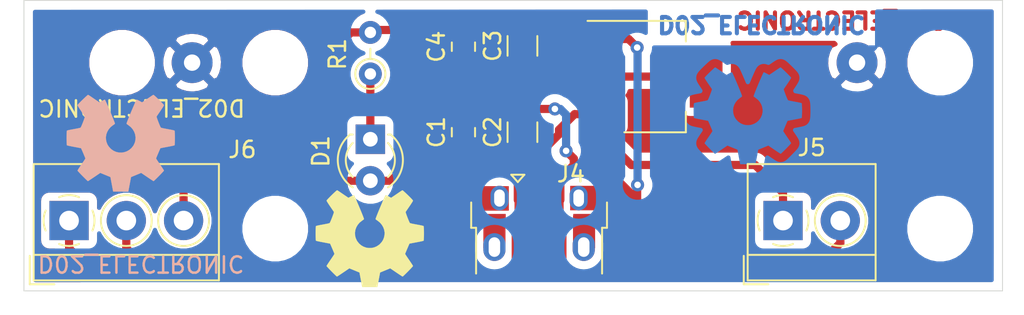
<source format=kicad_pcb>
(kicad_pcb (version 20171130) (host pcbnew 5.1.5-52549c5~86~ubuntu18.04.1)

  (general
    (thickness 1.6)
    (drawings 8)
    (tracks 92)
    (zones 0)
    (modules 21)
    (nets 10)
  )

  (page A4)
  (title_block
    (title "TUSISTEMITA TEMPLATE")
    (company Galopago)
  )

  (layers
    (0 F.Cu signal)
    (31 B.Cu signal)
    (32 B.Adhes user)
    (33 F.Adhes user)
    (34 B.Paste user)
    (35 F.Paste user)
    (36 B.SilkS user)
    (37 F.SilkS user)
    (38 B.Mask user)
    (39 F.Mask user)
    (40 Dwgs.User user)
    (41 Cmts.User user)
    (42 Eco1.User user)
    (43 Eco2.User user)
    (44 Edge.Cuts user)
    (45 Margin user)
    (46 B.CrtYd user)
    (47 F.CrtYd user)
    (48 B.Fab user)
    (49 F.Fab user)
  )

  (setup
    (last_trace_width 0.5)
    (trace_clearance 0.2)
    (zone_clearance 0.508)
    (zone_45_only no)
    (trace_min 0.2)
    (via_size 0.8)
    (via_drill 0.4)
    (via_min_size 0.4)
    (via_min_drill 0.3)
    (uvia_size 0.3)
    (uvia_drill 0.1)
    (uvias_allowed no)
    (uvia_min_size 0.2)
    (uvia_min_drill 0.1)
    (edge_width 0.05)
    (segment_width 0.2)
    (pcb_text_width 0.3)
    (pcb_text_size 1.5 1.5)
    (mod_edge_width 0.12)
    (mod_text_size 1 1)
    (mod_text_width 0.15)
    (pad_size 3 3)
    (pad_drill 3)
    (pad_to_mask_clearance 0.051)
    (solder_mask_min_width 0.25)
    (aux_axis_origin 0 0)
    (visible_elements FFFFFF7F)
    (pcbplotparams
      (layerselection 0x010f0_ffffffff)
      (usegerberextensions false)
      (usegerberattributes false)
      (usegerberadvancedattributes false)
      (creategerberjobfile false)
      (excludeedgelayer true)
      (linewidth 0.100000)
      (plotframeref false)
      (viasonmask false)
      (mode 1)
      (useauxorigin false)
      (hpglpennumber 1)
      (hpglpenspeed 20)
      (hpglpendiameter 15.000000)
      (psnegative false)
      (psa4output false)
      (plotreference true)
      (plotvalue true)
      (plotinvisibletext false)
      (padsonsilk false)
      (subtractmaskfromsilk false)
      (outputformat 1)
      (mirror false)
      (drillshape 0)
      (scaleselection 1)
      (outputdirectory "gerber/single/"))
  )

  (net 0 "")
  (net 1 "Net-(J0-Pad1)")
  (net 2 "Net-(J4-Pad6)")
  (net 3 "Net-(J4-Pad4)")
  (net 4 "Net-(J4-Pad3)")
  (net 5 "Net-(J4-Pad2)")
  (net 6 "Net-(C1-Pad2)")
  (net 7 "Net-(C1-Pad1)")
  (net 8 "Net-(C3-Pad1)")
  (net 9 "Net-(D1-Pad1)")

  (net_class Default "This is the default net class."
    (clearance 0.2)
    (trace_width 0.5)
    (via_dia 0.8)
    (via_drill 0.4)
    (uvia_dia 0.3)
    (uvia_drill 0.1)
    (add_net "Net-(C1-Pad1)")
    (add_net "Net-(C1-Pad2)")
    (add_net "Net-(C3-Pad1)")
    (add_net "Net-(D1-Pad1)")
    (add_net "Net-(J0-Pad1)")
    (add_net "Net-(J4-Pad2)")
    (add_net "Net-(J4-Pad3)")
    (add_net "Net-(J4-Pad4)")
    (add_net "Net-(J4-Pad6)")
  )

  (module Symbol:OSHW-Symbol_6.7x6mm_Copper (layer B.Cu) (tedit 0) (tstamp 5F63E965)
    (at 64.2366 27.051)
    (descr "Open Source Hardware Symbol")
    (tags "Logo Symbol OSHW")
    (attr virtual)
    (fp_text reference REF** (at 0 0) (layer B.SilkS) hide
      (effects (font (size 1 1) (thickness 0.15)) (justify mirror))
    )
    (fp_text value OSHW-Symbol_6.7x6mm_Copper (at 0.75 0) (layer B.Fab) hide
      (effects (font (size 1 1) (thickness 0.15)) (justify mirror))
    )
    (fp_poly (pts (xy 0.555814 2.531069) (xy 0.639635 2.086445) (xy 0.94892 1.958947) (xy 1.258206 1.831449)
      (xy 1.629246 2.083754) (xy 1.733157 2.154004) (xy 1.827087 2.216728) (xy 1.906652 2.269062)
      (xy 1.96747 2.308143) (xy 2.005157 2.331107) (xy 2.015421 2.336058) (xy 2.03391 2.323324)
      (xy 2.07342 2.288118) (xy 2.129522 2.234938) (xy 2.197787 2.168282) (xy 2.273786 2.092646)
      (xy 2.353092 2.012528) (xy 2.431275 1.932426) (xy 2.503907 1.856836) (xy 2.566559 1.790255)
      (xy 2.614803 1.737182) (xy 2.64421 1.702113) (xy 2.651241 1.690377) (xy 2.641123 1.66874)
      (xy 2.612759 1.621338) (xy 2.569129 1.552807) (xy 2.513218 1.467785) (xy 2.448006 1.370907)
      (xy 2.410219 1.31565) (xy 2.341343 1.214752) (xy 2.28014 1.123701) (xy 2.229578 1.04703)
      (xy 2.192628 0.989272) (xy 2.172258 0.954957) (xy 2.169197 0.947746) (xy 2.176136 0.927252)
      (xy 2.195051 0.879487) (xy 2.223087 0.811168) (xy 2.257391 0.729011) (xy 2.295109 0.63973)
      (xy 2.333387 0.550042) (xy 2.36937 0.466662) (xy 2.400206 0.396306) (xy 2.423039 0.34569)
      (xy 2.435017 0.321529) (xy 2.435724 0.320578) (xy 2.454531 0.315964) (xy 2.504618 0.305672)
      (xy 2.580793 0.290713) (xy 2.677865 0.272099) (xy 2.790643 0.250841) (xy 2.856442 0.238582)
      (xy 2.97695 0.215638) (xy 3.085797 0.193805) (xy 3.177476 0.174278) (xy 3.246481 0.158252)
      (xy 3.287304 0.146921) (xy 3.295511 0.143326) (xy 3.303548 0.118994) (xy 3.310033 0.064041)
      (xy 3.31497 -0.015108) (xy 3.318364 -0.112026) (xy 3.320218 -0.220287) (xy 3.320538 -0.333465)
      (xy 3.319327 -0.445135) (xy 3.31659 -0.548868) (xy 3.312331 -0.638241) (xy 3.306555 -0.706826)
      (xy 3.299267 -0.748197) (xy 3.294895 -0.75681) (xy 3.268764 -0.767133) (xy 3.213393 -0.781892)
      (xy 3.136107 -0.799352) (xy 3.04423 -0.81778) (xy 3.012158 -0.823741) (xy 2.857524 -0.852066)
      (xy 2.735375 -0.874876) (xy 2.641673 -0.89308) (xy 2.572384 -0.907583) (xy 2.523471 -0.919292)
      (xy 2.490897 -0.929115) (xy 2.470628 -0.937956) (xy 2.458626 -0.946724) (xy 2.456947 -0.948457)
      (xy 2.440184 -0.976371) (xy 2.414614 -1.030695) (xy 2.382788 -1.104777) (xy 2.34726 -1.191965)
      (xy 2.310583 -1.285608) (xy 2.275311 -1.379052) (xy 2.243996 -1.465647) (xy 2.219193 -1.53874)
      (xy 2.203454 -1.591678) (xy 2.199332 -1.617811) (xy 2.199676 -1.618726) (xy 2.213641 -1.640086)
      (xy 2.245322 -1.687084) (xy 2.291391 -1.754827) (xy 2.348518 -1.838423) (xy 2.413373 -1.932982)
      (xy 2.431843 -1.959854) (xy 2.497699 -2.057275) (xy 2.55565 -2.146163) (xy 2.602538 -2.221412)
      (xy 2.635207 -2.27792) (xy 2.6505 -2.310581) (xy 2.651241 -2.314593) (xy 2.638392 -2.335684)
      (xy 2.602888 -2.377464) (xy 2.549293 -2.435445) (xy 2.482171 -2.505135) (xy 2.406087 -2.582045)
      (xy 2.325604 -2.661683) (xy 2.245287 -2.739561) (xy 2.169699 -2.811186) (xy 2.103405 -2.87207)
      (xy 2.050969 -2.917721) (xy 2.016955 -2.94365) (xy 2.007545 -2.947883) (xy 1.985643 -2.937912)
      (xy 1.9408 -2.91102) (xy 1.880321 -2.871736) (xy 1.833789 -2.840117) (xy 1.749475 -2.782098)
      (xy 1.649626 -2.713784) (xy 1.549473 -2.645579) (xy 1.495627 -2.609075) (xy 1.313371 -2.4858)
      (xy 1.160381 -2.56852) (xy 1.090682 -2.604759) (xy 1.031414 -2.632926) (xy 0.991311 -2.648991)
      (xy 0.981103 -2.651226) (xy 0.968829 -2.634722) (xy 0.944613 -2.588082) (xy 0.910263 -2.515609)
      (xy 0.867588 -2.421606) (xy 0.818394 -2.310374) (xy 0.76449 -2.186215) (xy 0.707684 -2.053432)
      (xy 0.649782 -1.916327) (xy 0.592593 -1.779202) (xy 0.537924 -1.646358) (xy 0.487584 -1.522098)
      (xy 0.44338 -1.410725) (xy 0.407119 -1.316539) (xy 0.380609 -1.243844) (xy 0.365658 -1.196941)
      (xy 0.363254 -1.180833) (xy 0.382311 -1.160286) (xy 0.424036 -1.126933) (xy 0.479706 -1.087702)
      (xy 0.484378 -1.084599) (xy 0.628264 -0.969423) (xy 0.744283 -0.835053) (xy 0.83143 -0.685784)
      (xy 0.888699 -0.525913) (xy 0.915086 -0.359737) (xy 0.909585 -0.191552) (xy 0.87119 -0.025655)
      (xy 0.798895 0.133658) (xy 0.777626 0.168513) (xy 0.666996 0.309263) (xy 0.536302 0.422286)
      (xy 0.390064 0.506997) (xy 0.232808 0.562806) (xy 0.069057 0.589126) (xy -0.096667 0.58537)
      (xy -0.259838 0.55095) (xy -0.415935 0.485277) (xy -0.560433 0.387765) (xy -0.605131 0.348187)
      (xy -0.718888 0.224297) (xy -0.801782 0.093876) (xy -0.858644 -0.052315) (xy -0.890313 -0.197088)
      (xy -0.898131 -0.35986) (xy -0.872062 -0.52344) (xy -0.814755 -0.682298) (xy -0.728856 -0.830906)
      (xy -0.617014 -0.963735) (xy -0.481877 -1.075256) (xy -0.464117 -1.087011) (xy -0.40785 -1.125508)
      (xy -0.365077 -1.158863) (xy -0.344628 -1.18016) (xy -0.344331 -1.180833) (xy -0.348721 -1.203871)
      (xy -0.366124 -1.256157) (xy -0.394732 -1.33339) (xy -0.432735 -1.431268) (xy -0.478326 -1.545491)
      (xy -0.529697 -1.671758) (xy -0.585038 -1.805767) (xy -0.642542 -1.943218) (xy -0.700399 -2.079808)
      (xy -0.756802 -2.211237) (xy -0.809942 -2.333205) (xy -0.85801 -2.441409) (xy -0.899199 -2.531549)
      (xy -0.931699 -2.599323) (xy -0.953703 -2.64043) (xy -0.962564 -2.651226) (xy -0.98964 -2.642819)
      (xy -1.040303 -2.620272) (xy -1.105817 -2.587613) (xy -1.141841 -2.56852) (xy -1.294832 -2.4858)
      (xy -1.477088 -2.609075) (xy -1.570125 -2.672228) (xy -1.671985 -2.741727) (xy -1.767438 -2.807165)
      (xy -1.81525 -2.840117) (xy -1.882495 -2.885273) (xy -1.939436 -2.921057) (xy -1.978646 -2.942938)
      (xy -1.991381 -2.947563) (xy -2.009917 -2.935085) (xy -2.050941 -2.900252) (xy -2.110475 -2.846678)
      (xy -2.184542 -2.777983) (xy -2.269165 -2.697781) (xy -2.322685 -2.646286) (xy -2.416319 -2.554286)
      (xy -2.497241 -2.471999) (xy -2.562177 -2.402945) (xy -2.607858 -2.350644) (xy -2.631011 -2.318616)
      (xy -2.633232 -2.312116) (xy -2.622924 -2.287394) (xy -2.594439 -2.237405) (xy -2.550937 -2.167212)
      (xy -2.495577 -2.081875) (xy -2.43152 -1.986456) (xy -2.413303 -1.959854) (xy -2.346927 -1.863167)
      (xy -2.287378 -1.776117) (xy -2.237984 -1.703595) (xy -2.202075 -1.650493) (xy -2.182981 -1.621703)
      (xy -2.181136 -1.618726) (xy -2.183895 -1.595782) (xy -2.198538 -1.545336) (xy -2.222513 -1.474041)
      (xy -2.253266 -1.388547) (xy -2.288244 -1.295507) (xy -2.324893 -1.201574) (xy -2.360661 -1.113399)
      (xy -2.392994 -1.037634) (xy -2.419338 -0.980931) (xy -2.437142 -0.949943) (xy -2.438407 -0.948457)
      (xy -2.449294 -0.939601) (xy -2.467682 -0.930843) (xy -2.497606 -0.921277) (xy -2.543103 -0.909996)
      (xy -2.608209 -0.896093) (xy -2.696961 -0.878663) (xy -2.813393 -0.856798) (xy -2.961542 -0.829591)
      (xy -2.993618 -0.823741) (xy -3.088686 -0.805374) (xy -3.171565 -0.787405) (xy -3.23493 -0.771569)
      (xy -3.271458 -0.7596) (xy -3.276356 -0.75681) (xy -3.284427 -0.732072) (xy -3.290987 -0.67679)
      (xy -3.296033 -0.597389) (xy -3.299559 -0.500296) (xy -3.301561 -0.391938) (xy -3.302036 -0.27874)
      (xy -3.300977 -0.167128) (xy -3.298382 -0.063529) (xy -3.294246 0.025632) (xy -3.288563 0.093928)
      (xy -3.281331 0.134934) (xy -3.276971 0.143326) (xy -3.252698 0.151792) (xy -3.197426 0.165565)
      (xy -3.116662 0.18345) (xy -3.015912 0.204252) (xy -2.900683 0.226777) (xy -2.837902 0.238582)
      (xy -2.718787 0.260849) (xy -2.612565 0.281021) (xy -2.524427 0.298085) (xy -2.459566 0.311031)
      (xy -2.423174 0.318845) (xy -2.417184 0.320578) (xy -2.407061 0.34011) (xy -2.385662 0.387157)
      (xy -2.355839 0.454997) (xy -2.320445 0.536909) (xy -2.282332 0.626172) (xy -2.244353 0.716065)
      (xy -2.20936 0.799865) (xy -2.180206 0.870853) (xy -2.159743 0.922306) (xy -2.150823 0.947503)
      (xy -2.150657 0.948604) (xy -2.160769 0.968481) (xy -2.189117 1.014223) (xy -2.232723 1.081283)
      (xy -2.288606 1.165116) (xy -2.353787 1.261174) (xy -2.391679 1.31635) (xy -2.460725 1.417519)
      (xy -2.52205 1.50937) (xy -2.572663 1.587256) (xy -2.609571 1.646531) (xy -2.629782 1.682549)
      (xy -2.632701 1.690623) (xy -2.620153 1.709416) (xy -2.585463 1.749543) (xy -2.533063 1.806507)
      (xy -2.467384 1.875815) (xy -2.392856 1.952969) (xy -2.313913 2.033475) (xy -2.234983 2.112837)
      (xy -2.1605 2.18656) (xy -2.094894 2.250148) (xy -2.042596 2.299106) (xy -2.008039 2.328939)
      (xy -1.996478 2.336058) (xy -1.977654 2.326047) (xy -1.932631 2.297922) (xy -1.865787 2.254546)
      (xy -1.781499 2.198782) (xy -1.684144 2.133494) (xy -1.610707 2.083754) (xy -1.239667 1.831449)
      (xy -0.621095 2.086445) (xy -0.537275 2.531069) (xy -0.453454 2.975693) (xy 0.471994 2.975693)
      (xy 0.555814 2.531069)) (layer B.Cu) (width 0.01))
  )

  (module Symbol:OSHW-Symbol_6.7x6mm_Copper (layer F.Cu) (tedit 0) (tstamp 5F63E959)
    (at 72.0598 28.7274 180)
    (descr "Open Source Hardware Symbol")
    (tags "Logo Symbol OSHW")
    (attr virtual)
    (fp_text reference REF** (at 0 0) (layer F.SilkS) hide
      (effects (font (size 1 1) (thickness 0.15)))
    )
    (fp_text value OSHW-Symbol_6.7x6mm_Copper (at 0.75 0) (layer F.Fab) hide
      (effects (font (size 1 1) (thickness 0.15)))
    )
    (fp_poly (pts (xy 0.555814 -2.531069) (xy 0.639635 -2.086445) (xy 0.94892 -1.958947) (xy 1.258206 -1.831449)
      (xy 1.629246 -2.083754) (xy 1.733157 -2.154004) (xy 1.827087 -2.216728) (xy 1.906652 -2.269062)
      (xy 1.96747 -2.308143) (xy 2.005157 -2.331107) (xy 2.015421 -2.336058) (xy 2.03391 -2.323324)
      (xy 2.07342 -2.288118) (xy 2.129522 -2.234938) (xy 2.197787 -2.168282) (xy 2.273786 -2.092646)
      (xy 2.353092 -2.012528) (xy 2.431275 -1.932426) (xy 2.503907 -1.856836) (xy 2.566559 -1.790255)
      (xy 2.614803 -1.737182) (xy 2.64421 -1.702113) (xy 2.651241 -1.690377) (xy 2.641123 -1.66874)
      (xy 2.612759 -1.621338) (xy 2.569129 -1.552807) (xy 2.513218 -1.467785) (xy 2.448006 -1.370907)
      (xy 2.410219 -1.31565) (xy 2.341343 -1.214752) (xy 2.28014 -1.123701) (xy 2.229578 -1.04703)
      (xy 2.192628 -0.989272) (xy 2.172258 -0.954957) (xy 2.169197 -0.947746) (xy 2.176136 -0.927252)
      (xy 2.195051 -0.879487) (xy 2.223087 -0.811168) (xy 2.257391 -0.729011) (xy 2.295109 -0.63973)
      (xy 2.333387 -0.550042) (xy 2.36937 -0.466662) (xy 2.400206 -0.396306) (xy 2.423039 -0.34569)
      (xy 2.435017 -0.321529) (xy 2.435724 -0.320578) (xy 2.454531 -0.315964) (xy 2.504618 -0.305672)
      (xy 2.580793 -0.290713) (xy 2.677865 -0.272099) (xy 2.790643 -0.250841) (xy 2.856442 -0.238582)
      (xy 2.97695 -0.215638) (xy 3.085797 -0.193805) (xy 3.177476 -0.174278) (xy 3.246481 -0.158252)
      (xy 3.287304 -0.146921) (xy 3.295511 -0.143326) (xy 3.303548 -0.118994) (xy 3.310033 -0.064041)
      (xy 3.31497 0.015108) (xy 3.318364 0.112026) (xy 3.320218 0.220287) (xy 3.320538 0.333465)
      (xy 3.319327 0.445135) (xy 3.31659 0.548868) (xy 3.312331 0.638241) (xy 3.306555 0.706826)
      (xy 3.299267 0.748197) (xy 3.294895 0.75681) (xy 3.268764 0.767133) (xy 3.213393 0.781892)
      (xy 3.136107 0.799352) (xy 3.04423 0.81778) (xy 3.012158 0.823741) (xy 2.857524 0.852066)
      (xy 2.735375 0.874876) (xy 2.641673 0.89308) (xy 2.572384 0.907583) (xy 2.523471 0.919292)
      (xy 2.490897 0.929115) (xy 2.470628 0.937956) (xy 2.458626 0.946724) (xy 2.456947 0.948457)
      (xy 2.440184 0.976371) (xy 2.414614 1.030695) (xy 2.382788 1.104777) (xy 2.34726 1.191965)
      (xy 2.310583 1.285608) (xy 2.275311 1.379052) (xy 2.243996 1.465647) (xy 2.219193 1.53874)
      (xy 2.203454 1.591678) (xy 2.199332 1.617811) (xy 2.199676 1.618726) (xy 2.213641 1.640086)
      (xy 2.245322 1.687084) (xy 2.291391 1.754827) (xy 2.348518 1.838423) (xy 2.413373 1.932982)
      (xy 2.431843 1.959854) (xy 2.497699 2.057275) (xy 2.55565 2.146163) (xy 2.602538 2.221412)
      (xy 2.635207 2.27792) (xy 2.6505 2.310581) (xy 2.651241 2.314593) (xy 2.638392 2.335684)
      (xy 2.602888 2.377464) (xy 2.549293 2.435445) (xy 2.482171 2.505135) (xy 2.406087 2.582045)
      (xy 2.325604 2.661683) (xy 2.245287 2.739561) (xy 2.169699 2.811186) (xy 2.103405 2.87207)
      (xy 2.050969 2.917721) (xy 2.016955 2.94365) (xy 2.007545 2.947883) (xy 1.985643 2.937912)
      (xy 1.9408 2.91102) (xy 1.880321 2.871736) (xy 1.833789 2.840117) (xy 1.749475 2.782098)
      (xy 1.649626 2.713784) (xy 1.549473 2.645579) (xy 1.495627 2.609075) (xy 1.313371 2.4858)
      (xy 1.160381 2.56852) (xy 1.090682 2.604759) (xy 1.031414 2.632926) (xy 0.991311 2.648991)
      (xy 0.981103 2.651226) (xy 0.968829 2.634722) (xy 0.944613 2.588082) (xy 0.910263 2.515609)
      (xy 0.867588 2.421606) (xy 0.818394 2.310374) (xy 0.76449 2.186215) (xy 0.707684 2.053432)
      (xy 0.649782 1.916327) (xy 0.592593 1.779202) (xy 0.537924 1.646358) (xy 0.487584 1.522098)
      (xy 0.44338 1.410725) (xy 0.407119 1.316539) (xy 0.380609 1.243844) (xy 0.365658 1.196941)
      (xy 0.363254 1.180833) (xy 0.382311 1.160286) (xy 0.424036 1.126933) (xy 0.479706 1.087702)
      (xy 0.484378 1.084599) (xy 0.628264 0.969423) (xy 0.744283 0.835053) (xy 0.83143 0.685784)
      (xy 0.888699 0.525913) (xy 0.915086 0.359737) (xy 0.909585 0.191552) (xy 0.87119 0.025655)
      (xy 0.798895 -0.133658) (xy 0.777626 -0.168513) (xy 0.666996 -0.309263) (xy 0.536302 -0.422286)
      (xy 0.390064 -0.506997) (xy 0.232808 -0.562806) (xy 0.069057 -0.589126) (xy -0.096667 -0.58537)
      (xy -0.259838 -0.55095) (xy -0.415935 -0.485277) (xy -0.560433 -0.387765) (xy -0.605131 -0.348187)
      (xy -0.718888 -0.224297) (xy -0.801782 -0.093876) (xy -0.858644 0.052315) (xy -0.890313 0.197088)
      (xy -0.898131 0.35986) (xy -0.872062 0.52344) (xy -0.814755 0.682298) (xy -0.728856 0.830906)
      (xy -0.617014 0.963735) (xy -0.481877 1.075256) (xy -0.464117 1.087011) (xy -0.40785 1.125508)
      (xy -0.365077 1.158863) (xy -0.344628 1.18016) (xy -0.344331 1.180833) (xy -0.348721 1.203871)
      (xy -0.366124 1.256157) (xy -0.394732 1.33339) (xy -0.432735 1.431268) (xy -0.478326 1.545491)
      (xy -0.529697 1.671758) (xy -0.585038 1.805767) (xy -0.642542 1.943218) (xy -0.700399 2.079808)
      (xy -0.756802 2.211237) (xy -0.809942 2.333205) (xy -0.85801 2.441409) (xy -0.899199 2.531549)
      (xy -0.931699 2.599323) (xy -0.953703 2.64043) (xy -0.962564 2.651226) (xy -0.98964 2.642819)
      (xy -1.040303 2.620272) (xy -1.105817 2.587613) (xy -1.141841 2.56852) (xy -1.294832 2.4858)
      (xy -1.477088 2.609075) (xy -1.570125 2.672228) (xy -1.671985 2.741727) (xy -1.767438 2.807165)
      (xy -1.81525 2.840117) (xy -1.882495 2.885273) (xy -1.939436 2.921057) (xy -1.978646 2.942938)
      (xy -1.991381 2.947563) (xy -2.009917 2.935085) (xy -2.050941 2.900252) (xy -2.110475 2.846678)
      (xy -2.184542 2.777983) (xy -2.269165 2.697781) (xy -2.322685 2.646286) (xy -2.416319 2.554286)
      (xy -2.497241 2.471999) (xy -2.562177 2.402945) (xy -2.607858 2.350644) (xy -2.631011 2.318616)
      (xy -2.633232 2.312116) (xy -2.622924 2.287394) (xy -2.594439 2.237405) (xy -2.550937 2.167212)
      (xy -2.495577 2.081875) (xy -2.43152 1.986456) (xy -2.413303 1.959854) (xy -2.346927 1.863167)
      (xy -2.287378 1.776117) (xy -2.237984 1.703595) (xy -2.202075 1.650493) (xy -2.182981 1.621703)
      (xy -2.181136 1.618726) (xy -2.183895 1.595782) (xy -2.198538 1.545336) (xy -2.222513 1.474041)
      (xy -2.253266 1.388547) (xy -2.288244 1.295507) (xy -2.324893 1.201574) (xy -2.360661 1.113399)
      (xy -2.392994 1.037634) (xy -2.419338 0.980931) (xy -2.437142 0.949943) (xy -2.438407 0.948457)
      (xy -2.449294 0.939601) (xy -2.467682 0.930843) (xy -2.497606 0.921277) (xy -2.543103 0.909996)
      (xy -2.608209 0.896093) (xy -2.696961 0.878663) (xy -2.813393 0.856798) (xy -2.961542 0.829591)
      (xy -2.993618 0.823741) (xy -3.088686 0.805374) (xy -3.171565 0.787405) (xy -3.23493 0.771569)
      (xy -3.271458 0.7596) (xy -3.276356 0.75681) (xy -3.284427 0.732072) (xy -3.290987 0.67679)
      (xy -3.296033 0.597389) (xy -3.299559 0.500296) (xy -3.301561 0.391938) (xy -3.302036 0.27874)
      (xy -3.300977 0.167128) (xy -3.298382 0.063529) (xy -3.294246 -0.025632) (xy -3.288563 -0.093928)
      (xy -3.281331 -0.134934) (xy -3.276971 -0.143326) (xy -3.252698 -0.151792) (xy -3.197426 -0.165565)
      (xy -3.116662 -0.18345) (xy -3.015912 -0.204252) (xy -2.900683 -0.226777) (xy -2.837902 -0.238582)
      (xy -2.718787 -0.260849) (xy -2.612565 -0.281021) (xy -2.524427 -0.298085) (xy -2.459566 -0.311031)
      (xy -2.423174 -0.318845) (xy -2.417184 -0.320578) (xy -2.407061 -0.34011) (xy -2.385662 -0.387157)
      (xy -2.355839 -0.454997) (xy -2.320445 -0.536909) (xy -2.282332 -0.626172) (xy -2.244353 -0.716065)
      (xy -2.20936 -0.799865) (xy -2.180206 -0.870853) (xy -2.159743 -0.922306) (xy -2.150823 -0.947503)
      (xy -2.150657 -0.948604) (xy -2.160769 -0.968481) (xy -2.189117 -1.014223) (xy -2.232723 -1.081283)
      (xy -2.288606 -1.165116) (xy -2.353787 -1.261174) (xy -2.391679 -1.31635) (xy -2.460725 -1.417519)
      (xy -2.52205 -1.50937) (xy -2.572663 -1.587256) (xy -2.609571 -1.646531) (xy -2.629782 -1.682549)
      (xy -2.632701 -1.690623) (xy -2.620153 -1.709416) (xy -2.585463 -1.749543) (xy -2.533063 -1.806507)
      (xy -2.467384 -1.875815) (xy -2.392856 -1.952969) (xy -2.313913 -2.033475) (xy -2.234983 -2.112837)
      (xy -2.1605 -2.18656) (xy -2.094894 -2.250148) (xy -2.042596 -2.299106) (xy -2.008039 -2.328939)
      (xy -1.996478 -2.336058) (xy -1.977654 -2.326047) (xy -1.932631 -2.297922) (xy -1.865787 -2.254546)
      (xy -1.781499 -2.198782) (xy -1.684144 -2.133494) (xy -1.610707 -2.083754) (xy -1.239667 -1.831449)
      (xy -0.621095 -2.086445) (xy -0.537275 -2.531069) (xy -0.453454 -2.975693) (xy 0.471994 -2.975693)
      (xy 0.555814 -2.531069)) (layer F.Cu) (width 0.01))
  )

  (module Symbol:OSHW-Symbol_6.7x6mm_SilkScreen (layer B.Cu) (tedit 0) (tstamp 5F63E4E8)
    (at 25.908 28.7274)
    (descr "Open Source Hardware Symbol")
    (tags "Logo Symbol OSHW")
    (attr virtual)
    (fp_text reference REF** (at 0 0) (layer B.SilkS) hide
      (effects (font (size 1 1) (thickness 0.15)) (justify mirror))
    )
    (fp_text value OSHW-Symbol_6.7x6mm_SilkScreen (at 0.75 0) (layer B.Fab) hide
      (effects (font (size 1 1) (thickness 0.15)) (justify mirror))
    )
    (fp_poly (pts (xy 0.555814 2.531069) (xy 0.639635 2.086445) (xy 0.94892 1.958947) (xy 1.258206 1.831449)
      (xy 1.629246 2.083754) (xy 1.733157 2.154004) (xy 1.827087 2.216728) (xy 1.906652 2.269062)
      (xy 1.96747 2.308143) (xy 2.005157 2.331107) (xy 2.015421 2.336058) (xy 2.03391 2.323324)
      (xy 2.07342 2.288118) (xy 2.129522 2.234938) (xy 2.197787 2.168282) (xy 2.273786 2.092646)
      (xy 2.353092 2.012528) (xy 2.431275 1.932426) (xy 2.503907 1.856836) (xy 2.566559 1.790255)
      (xy 2.614803 1.737182) (xy 2.64421 1.702113) (xy 2.651241 1.690377) (xy 2.641123 1.66874)
      (xy 2.612759 1.621338) (xy 2.569129 1.552807) (xy 2.513218 1.467785) (xy 2.448006 1.370907)
      (xy 2.410219 1.31565) (xy 2.341343 1.214752) (xy 2.28014 1.123701) (xy 2.229578 1.04703)
      (xy 2.192628 0.989272) (xy 2.172258 0.954957) (xy 2.169197 0.947746) (xy 2.176136 0.927252)
      (xy 2.195051 0.879487) (xy 2.223087 0.811168) (xy 2.257391 0.729011) (xy 2.295109 0.63973)
      (xy 2.333387 0.550042) (xy 2.36937 0.466662) (xy 2.400206 0.396306) (xy 2.423039 0.34569)
      (xy 2.435017 0.321529) (xy 2.435724 0.320578) (xy 2.454531 0.315964) (xy 2.504618 0.305672)
      (xy 2.580793 0.290713) (xy 2.677865 0.272099) (xy 2.790643 0.250841) (xy 2.856442 0.238582)
      (xy 2.97695 0.215638) (xy 3.085797 0.193805) (xy 3.177476 0.174278) (xy 3.246481 0.158252)
      (xy 3.287304 0.146921) (xy 3.295511 0.143326) (xy 3.303548 0.118994) (xy 3.310033 0.064041)
      (xy 3.31497 -0.015108) (xy 3.318364 -0.112026) (xy 3.320218 -0.220287) (xy 3.320538 -0.333465)
      (xy 3.319327 -0.445135) (xy 3.31659 -0.548868) (xy 3.312331 -0.638241) (xy 3.306555 -0.706826)
      (xy 3.299267 -0.748197) (xy 3.294895 -0.75681) (xy 3.268764 -0.767133) (xy 3.213393 -0.781892)
      (xy 3.136107 -0.799352) (xy 3.04423 -0.81778) (xy 3.012158 -0.823741) (xy 2.857524 -0.852066)
      (xy 2.735375 -0.874876) (xy 2.641673 -0.89308) (xy 2.572384 -0.907583) (xy 2.523471 -0.919292)
      (xy 2.490897 -0.929115) (xy 2.470628 -0.937956) (xy 2.458626 -0.946724) (xy 2.456947 -0.948457)
      (xy 2.440184 -0.976371) (xy 2.414614 -1.030695) (xy 2.382788 -1.104777) (xy 2.34726 -1.191965)
      (xy 2.310583 -1.285608) (xy 2.275311 -1.379052) (xy 2.243996 -1.465647) (xy 2.219193 -1.53874)
      (xy 2.203454 -1.591678) (xy 2.199332 -1.617811) (xy 2.199676 -1.618726) (xy 2.213641 -1.640086)
      (xy 2.245322 -1.687084) (xy 2.291391 -1.754827) (xy 2.348518 -1.838423) (xy 2.413373 -1.932982)
      (xy 2.431843 -1.959854) (xy 2.497699 -2.057275) (xy 2.55565 -2.146163) (xy 2.602538 -2.221412)
      (xy 2.635207 -2.27792) (xy 2.6505 -2.310581) (xy 2.651241 -2.314593) (xy 2.638392 -2.335684)
      (xy 2.602888 -2.377464) (xy 2.549293 -2.435445) (xy 2.482171 -2.505135) (xy 2.406087 -2.582045)
      (xy 2.325604 -2.661683) (xy 2.245287 -2.739561) (xy 2.169699 -2.811186) (xy 2.103405 -2.87207)
      (xy 2.050969 -2.917721) (xy 2.016955 -2.94365) (xy 2.007545 -2.947883) (xy 1.985643 -2.937912)
      (xy 1.9408 -2.91102) (xy 1.880321 -2.871736) (xy 1.833789 -2.840117) (xy 1.749475 -2.782098)
      (xy 1.649626 -2.713784) (xy 1.549473 -2.645579) (xy 1.495627 -2.609075) (xy 1.313371 -2.4858)
      (xy 1.160381 -2.56852) (xy 1.090682 -2.604759) (xy 1.031414 -2.632926) (xy 0.991311 -2.648991)
      (xy 0.981103 -2.651226) (xy 0.968829 -2.634722) (xy 0.944613 -2.588082) (xy 0.910263 -2.515609)
      (xy 0.867588 -2.421606) (xy 0.818394 -2.310374) (xy 0.76449 -2.186215) (xy 0.707684 -2.053432)
      (xy 0.649782 -1.916327) (xy 0.592593 -1.779202) (xy 0.537924 -1.646358) (xy 0.487584 -1.522098)
      (xy 0.44338 -1.410725) (xy 0.407119 -1.316539) (xy 0.380609 -1.243844) (xy 0.365658 -1.196941)
      (xy 0.363254 -1.180833) (xy 0.382311 -1.160286) (xy 0.424036 -1.126933) (xy 0.479706 -1.087702)
      (xy 0.484378 -1.084599) (xy 0.628264 -0.969423) (xy 0.744283 -0.835053) (xy 0.83143 -0.685784)
      (xy 0.888699 -0.525913) (xy 0.915086 -0.359737) (xy 0.909585 -0.191552) (xy 0.87119 -0.025655)
      (xy 0.798895 0.133658) (xy 0.777626 0.168513) (xy 0.666996 0.309263) (xy 0.536302 0.422286)
      (xy 0.390064 0.506997) (xy 0.232808 0.562806) (xy 0.069057 0.589126) (xy -0.096667 0.58537)
      (xy -0.259838 0.55095) (xy -0.415935 0.485277) (xy -0.560433 0.387765) (xy -0.605131 0.348187)
      (xy -0.718888 0.224297) (xy -0.801782 0.093876) (xy -0.858644 -0.052315) (xy -0.890313 -0.197088)
      (xy -0.898131 -0.35986) (xy -0.872062 -0.52344) (xy -0.814755 -0.682298) (xy -0.728856 -0.830906)
      (xy -0.617014 -0.963735) (xy -0.481877 -1.075256) (xy -0.464117 -1.087011) (xy -0.40785 -1.125508)
      (xy -0.365077 -1.158863) (xy -0.344628 -1.18016) (xy -0.344331 -1.180833) (xy -0.348721 -1.203871)
      (xy -0.366124 -1.256157) (xy -0.394732 -1.33339) (xy -0.432735 -1.431268) (xy -0.478326 -1.545491)
      (xy -0.529697 -1.671758) (xy -0.585038 -1.805767) (xy -0.642542 -1.943218) (xy -0.700399 -2.079808)
      (xy -0.756802 -2.211237) (xy -0.809942 -2.333205) (xy -0.85801 -2.441409) (xy -0.899199 -2.531549)
      (xy -0.931699 -2.599323) (xy -0.953703 -2.64043) (xy -0.962564 -2.651226) (xy -0.98964 -2.642819)
      (xy -1.040303 -2.620272) (xy -1.105817 -2.587613) (xy -1.141841 -2.56852) (xy -1.294832 -2.4858)
      (xy -1.477088 -2.609075) (xy -1.570125 -2.672228) (xy -1.671985 -2.741727) (xy -1.767438 -2.807165)
      (xy -1.81525 -2.840117) (xy -1.882495 -2.885273) (xy -1.939436 -2.921057) (xy -1.978646 -2.942938)
      (xy -1.991381 -2.947563) (xy -2.009917 -2.935085) (xy -2.050941 -2.900252) (xy -2.110475 -2.846678)
      (xy -2.184542 -2.777983) (xy -2.269165 -2.697781) (xy -2.322685 -2.646286) (xy -2.416319 -2.554286)
      (xy -2.497241 -2.471999) (xy -2.562177 -2.402945) (xy -2.607858 -2.350644) (xy -2.631011 -2.318616)
      (xy -2.633232 -2.312116) (xy -2.622924 -2.287394) (xy -2.594439 -2.237405) (xy -2.550937 -2.167212)
      (xy -2.495577 -2.081875) (xy -2.43152 -1.986456) (xy -2.413303 -1.959854) (xy -2.346927 -1.863167)
      (xy -2.287378 -1.776117) (xy -2.237984 -1.703595) (xy -2.202075 -1.650493) (xy -2.182981 -1.621703)
      (xy -2.181136 -1.618726) (xy -2.183895 -1.595782) (xy -2.198538 -1.545336) (xy -2.222513 -1.474041)
      (xy -2.253266 -1.388547) (xy -2.288244 -1.295507) (xy -2.324893 -1.201574) (xy -2.360661 -1.113399)
      (xy -2.392994 -1.037634) (xy -2.419338 -0.980931) (xy -2.437142 -0.949943) (xy -2.438407 -0.948457)
      (xy -2.449294 -0.939601) (xy -2.467682 -0.930843) (xy -2.497606 -0.921277) (xy -2.543103 -0.909996)
      (xy -2.608209 -0.896093) (xy -2.696961 -0.878663) (xy -2.813393 -0.856798) (xy -2.961542 -0.829591)
      (xy -2.993618 -0.823741) (xy -3.088686 -0.805374) (xy -3.171565 -0.787405) (xy -3.23493 -0.771569)
      (xy -3.271458 -0.7596) (xy -3.276356 -0.75681) (xy -3.284427 -0.732072) (xy -3.290987 -0.67679)
      (xy -3.296033 -0.597389) (xy -3.299559 -0.500296) (xy -3.301561 -0.391938) (xy -3.302036 -0.27874)
      (xy -3.300977 -0.167128) (xy -3.298382 -0.063529) (xy -3.294246 0.025632) (xy -3.288563 0.093928)
      (xy -3.281331 0.134934) (xy -3.276971 0.143326) (xy -3.252698 0.151792) (xy -3.197426 0.165565)
      (xy -3.116662 0.18345) (xy -3.015912 0.204252) (xy -2.900683 0.226777) (xy -2.837902 0.238582)
      (xy -2.718787 0.260849) (xy -2.612565 0.281021) (xy -2.524427 0.298085) (xy -2.459566 0.311031)
      (xy -2.423174 0.318845) (xy -2.417184 0.320578) (xy -2.407061 0.34011) (xy -2.385662 0.387157)
      (xy -2.355839 0.454997) (xy -2.320445 0.536909) (xy -2.282332 0.626172) (xy -2.244353 0.716065)
      (xy -2.20936 0.799865) (xy -2.180206 0.870853) (xy -2.159743 0.922306) (xy -2.150823 0.947503)
      (xy -2.150657 0.948604) (xy -2.160769 0.968481) (xy -2.189117 1.014223) (xy -2.232723 1.081283)
      (xy -2.288606 1.165116) (xy -2.353787 1.261174) (xy -2.391679 1.31635) (xy -2.460725 1.417519)
      (xy -2.52205 1.50937) (xy -2.572663 1.587256) (xy -2.609571 1.646531) (xy -2.629782 1.682549)
      (xy -2.632701 1.690623) (xy -2.620153 1.709416) (xy -2.585463 1.749543) (xy -2.533063 1.806507)
      (xy -2.467384 1.875815) (xy -2.392856 1.952969) (xy -2.313913 2.033475) (xy -2.234983 2.112837)
      (xy -2.1605 2.18656) (xy -2.094894 2.250148) (xy -2.042596 2.299106) (xy -2.008039 2.328939)
      (xy -1.996478 2.336058) (xy -1.977654 2.326047) (xy -1.932631 2.297922) (xy -1.865787 2.254546)
      (xy -1.781499 2.198782) (xy -1.684144 2.133494) (xy -1.610707 2.083754) (xy -1.239667 1.831449)
      (xy -0.621095 2.086445) (xy -0.537275 2.531069) (xy -0.453454 2.975693) (xy 0.471994 2.975693)
      (xy 0.555814 2.531069)) (layer B.SilkS) (width 0.01))
  )

  (module Symbol:OSHW-Symbol_6.7x6mm_SilkScreen (layer F.Cu) (tedit 0) (tstamp 5F63E4E2)
    (at 41.148 34.5694 180)
    (descr "Open Source Hardware Symbol")
    (tags "Logo Symbol OSHW")
    (attr virtual)
    (fp_text reference REF** (at 0 0) (layer F.SilkS) hide
      (effects (font (size 1 1) (thickness 0.15)))
    )
    (fp_text value OSHW-Symbol_6.7x6mm_SilkScreen (at 0.75 0) (layer F.Fab) hide
      (effects (font (size 1 1) (thickness 0.15)))
    )
    (fp_poly (pts (xy 0.555814 -2.531069) (xy 0.639635 -2.086445) (xy 0.94892 -1.958947) (xy 1.258206 -1.831449)
      (xy 1.629246 -2.083754) (xy 1.733157 -2.154004) (xy 1.827087 -2.216728) (xy 1.906652 -2.269062)
      (xy 1.96747 -2.308143) (xy 2.005157 -2.331107) (xy 2.015421 -2.336058) (xy 2.03391 -2.323324)
      (xy 2.07342 -2.288118) (xy 2.129522 -2.234938) (xy 2.197787 -2.168282) (xy 2.273786 -2.092646)
      (xy 2.353092 -2.012528) (xy 2.431275 -1.932426) (xy 2.503907 -1.856836) (xy 2.566559 -1.790255)
      (xy 2.614803 -1.737182) (xy 2.64421 -1.702113) (xy 2.651241 -1.690377) (xy 2.641123 -1.66874)
      (xy 2.612759 -1.621338) (xy 2.569129 -1.552807) (xy 2.513218 -1.467785) (xy 2.448006 -1.370907)
      (xy 2.410219 -1.31565) (xy 2.341343 -1.214752) (xy 2.28014 -1.123701) (xy 2.229578 -1.04703)
      (xy 2.192628 -0.989272) (xy 2.172258 -0.954957) (xy 2.169197 -0.947746) (xy 2.176136 -0.927252)
      (xy 2.195051 -0.879487) (xy 2.223087 -0.811168) (xy 2.257391 -0.729011) (xy 2.295109 -0.63973)
      (xy 2.333387 -0.550042) (xy 2.36937 -0.466662) (xy 2.400206 -0.396306) (xy 2.423039 -0.34569)
      (xy 2.435017 -0.321529) (xy 2.435724 -0.320578) (xy 2.454531 -0.315964) (xy 2.504618 -0.305672)
      (xy 2.580793 -0.290713) (xy 2.677865 -0.272099) (xy 2.790643 -0.250841) (xy 2.856442 -0.238582)
      (xy 2.97695 -0.215638) (xy 3.085797 -0.193805) (xy 3.177476 -0.174278) (xy 3.246481 -0.158252)
      (xy 3.287304 -0.146921) (xy 3.295511 -0.143326) (xy 3.303548 -0.118994) (xy 3.310033 -0.064041)
      (xy 3.31497 0.015108) (xy 3.318364 0.112026) (xy 3.320218 0.220287) (xy 3.320538 0.333465)
      (xy 3.319327 0.445135) (xy 3.31659 0.548868) (xy 3.312331 0.638241) (xy 3.306555 0.706826)
      (xy 3.299267 0.748197) (xy 3.294895 0.75681) (xy 3.268764 0.767133) (xy 3.213393 0.781892)
      (xy 3.136107 0.799352) (xy 3.04423 0.81778) (xy 3.012158 0.823741) (xy 2.857524 0.852066)
      (xy 2.735375 0.874876) (xy 2.641673 0.89308) (xy 2.572384 0.907583) (xy 2.523471 0.919292)
      (xy 2.490897 0.929115) (xy 2.470628 0.937956) (xy 2.458626 0.946724) (xy 2.456947 0.948457)
      (xy 2.440184 0.976371) (xy 2.414614 1.030695) (xy 2.382788 1.104777) (xy 2.34726 1.191965)
      (xy 2.310583 1.285608) (xy 2.275311 1.379052) (xy 2.243996 1.465647) (xy 2.219193 1.53874)
      (xy 2.203454 1.591678) (xy 2.199332 1.617811) (xy 2.199676 1.618726) (xy 2.213641 1.640086)
      (xy 2.245322 1.687084) (xy 2.291391 1.754827) (xy 2.348518 1.838423) (xy 2.413373 1.932982)
      (xy 2.431843 1.959854) (xy 2.497699 2.057275) (xy 2.55565 2.146163) (xy 2.602538 2.221412)
      (xy 2.635207 2.27792) (xy 2.6505 2.310581) (xy 2.651241 2.314593) (xy 2.638392 2.335684)
      (xy 2.602888 2.377464) (xy 2.549293 2.435445) (xy 2.482171 2.505135) (xy 2.406087 2.582045)
      (xy 2.325604 2.661683) (xy 2.245287 2.739561) (xy 2.169699 2.811186) (xy 2.103405 2.87207)
      (xy 2.050969 2.917721) (xy 2.016955 2.94365) (xy 2.007545 2.947883) (xy 1.985643 2.937912)
      (xy 1.9408 2.91102) (xy 1.880321 2.871736) (xy 1.833789 2.840117) (xy 1.749475 2.782098)
      (xy 1.649626 2.713784) (xy 1.549473 2.645579) (xy 1.495627 2.609075) (xy 1.313371 2.4858)
      (xy 1.160381 2.56852) (xy 1.090682 2.604759) (xy 1.031414 2.632926) (xy 0.991311 2.648991)
      (xy 0.981103 2.651226) (xy 0.968829 2.634722) (xy 0.944613 2.588082) (xy 0.910263 2.515609)
      (xy 0.867588 2.421606) (xy 0.818394 2.310374) (xy 0.76449 2.186215) (xy 0.707684 2.053432)
      (xy 0.649782 1.916327) (xy 0.592593 1.779202) (xy 0.537924 1.646358) (xy 0.487584 1.522098)
      (xy 0.44338 1.410725) (xy 0.407119 1.316539) (xy 0.380609 1.243844) (xy 0.365658 1.196941)
      (xy 0.363254 1.180833) (xy 0.382311 1.160286) (xy 0.424036 1.126933) (xy 0.479706 1.087702)
      (xy 0.484378 1.084599) (xy 0.628264 0.969423) (xy 0.744283 0.835053) (xy 0.83143 0.685784)
      (xy 0.888699 0.525913) (xy 0.915086 0.359737) (xy 0.909585 0.191552) (xy 0.87119 0.025655)
      (xy 0.798895 -0.133658) (xy 0.777626 -0.168513) (xy 0.666996 -0.309263) (xy 0.536302 -0.422286)
      (xy 0.390064 -0.506997) (xy 0.232808 -0.562806) (xy 0.069057 -0.589126) (xy -0.096667 -0.58537)
      (xy -0.259838 -0.55095) (xy -0.415935 -0.485277) (xy -0.560433 -0.387765) (xy -0.605131 -0.348187)
      (xy -0.718888 -0.224297) (xy -0.801782 -0.093876) (xy -0.858644 0.052315) (xy -0.890313 0.197088)
      (xy -0.898131 0.35986) (xy -0.872062 0.52344) (xy -0.814755 0.682298) (xy -0.728856 0.830906)
      (xy -0.617014 0.963735) (xy -0.481877 1.075256) (xy -0.464117 1.087011) (xy -0.40785 1.125508)
      (xy -0.365077 1.158863) (xy -0.344628 1.18016) (xy -0.344331 1.180833) (xy -0.348721 1.203871)
      (xy -0.366124 1.256157) (xy -0.394732 1.33339) (xy -0.432735 1.431268) (xy -0.478326 1.545491)
      (xy -0.529697 1.671758) (xy -0.585038 1.805767) (xy -0.642542 1.943218) (xy -0.700399 2.079808)
      (xy -0.756802 2.211237) (xy -0.809942 2.333205) (xy -0.85801 2.441409) (xy -0.899199 2.531549)
      (xy -0.931699 2.599323) (xy -0.953703 2.64043) (xy -0.962564 2.651226) (xy -0.98964 2.642819)
      (xy -1.040303 2.620272) (xy -1.105817 2.587613) (xy -1.141841 2.56852) (xy -1.294832 2.4858)
      (xy -1.477088 2.609075) (xy -1.570125 2.672228) (xy -1.671985 2.741727) (xy -1.767438 2.807165)
      (xy -1.81525 2.840117) (xy -1.882495 2.885273) (xy -1.939436 2.921057) (xy -1.978646 2.942938)
      (xy -1.991381 2.947563) (xy -2.009917 2.935085) (xy -2.050941 2.900252) (xy -2.110475 2.846678)
      (xy -2.184542 2.777983) (xy -2.269165 2.697781) (xy -2.322685 2.646286) (xy -2.416319 2.554286)
      (xy -2.497241 2.471999) (xy -2.562177 2.402945) (xy -2.607858 2.350644) (xy -2.631011 2.318616)
      (xy -2.633232 2.312116) (xy -2.622924 2.287394) (xy -2.594439 2.237405) (xy -2.550937 2.167212)
      (xy -2.495577 2.081875) (xy -2.43152 1.986456) (xy -2.413303 1.959854) (xy -2.346927 1.863167)
      (xy -2.287378 1.776117) (xy -2.237984 1.703595) (xy -2.202075 1.650493) (xy -2.182981 1.621703)
      (xy -2.181136 1.618726) (xy -2.183895 1.595782) (xy -2.198538 1.545336) (xy -2.222513 1.474041)
      (xy -2.253266 1.388547) (xy -2.288244 1.295507) (xy -2.324893 1.201574) (xy -2.360661 1.113399)
      (xy -2.392994 1.037634) (xy -2.419338 0.980931) (xy -2.437142 0.949943) (xy -2.438407 0.948457)
      (xy -2.449294 0.939601) (xy -2.467682 0.930843) (xy -2.497606 0.921277) (xy -2.543103 0.909996)
      (xy -2.608209 0.896093) (xy -2.696961 0.878663) (xy -2.813393 0.856798) (xy -2.961542 0.829591)
      (xy -2.993618 0.823741) (xy -3.088686 0.805374) (xy -3.171565 0.787405) (xy -3.23493 0.771569)
      (xy -3.271458 0.7596) (xy -3.276356 0.75681) (xy -3.284427 0.732072) (xy -3.290987 0.67679)
      (xy -3.296033 0.597389) (xy -3.299559 0.500296) (xy -3.301561 0.391938) (xy -3.302036 0.27874)
      (xy -3.300977 0.167128) (xy -3.298382 0.063529) (xy -3.294246 -0.025632) (xy -3.288563 -0.093928)
      (xy -3.281331 -0.134934) (xy -3.276971 -0.143326) (xy -3.252698 -0.151792) (xy -3.197426 -0.165565)
      (xy -3.116662 -0.18345) (xy -3.015912 -0.204252) (xy -2.900683 -0.226777) (xy -2.837902 -0.238582)
      (xy -2.718787 -0.260849) (xy -2.612565 -0.281021) (xy -2.524427 -0.298085) (xy -2.459566 -0.311031)
      (xy -2.423174 -0.318845) (xy -2.417184 -0.320578) (xy -2.407061 -0.34011) (xy -2.385662 -0.387157)
      (xy -2.355839 -0.454997) (xy -2.320445 -0.536909) (xy -2.282332 -0.626172) (xy -2.244353 -0.716065)
      (xy -2.20936 -0.799865) (xy -2.180206 -0.870853) (xy -2.159743 -0.922306) (xy -2.150823 -0.947503)
      (xy -2.150657 -0.948604) (xy -2.160769 -0.968481) (xy -2.189117 -1.014223) (xy -2.232723 -1.081283)
      (xy -2.288606 -1.165116) (xy -2.353787 -1.261174) (xy -2.391679 -1.31635) (xy -2.460725 -1.417519)
      (xy -2.52205 -1.50937) (xy -2.572663 -1.587256) (xy -2.609571 -1.646531) (xy -2.629782 -1.682549)
      (xy -2.632701 -1.690623) (xy -2.620153 -1.709416) (xy -2.585463 -1.749543) (xy -2.533063 -1.806507)
      (xy -2.467384 -1.875815) (xy -2.392856 -1.952969) (xy -2.313913 -2.033475) (xy -2.234983 -2.112837)
      (xy -2.1605 -2.18656) (xy -2.094894 -2.250148) (xy -2.042596 -2.299106) (xy -2.008039 -2.328939)
      (xy -1.996478 -2.336058) (xy -1.977654 -2.326047) (xy -1.932631 -2.297922) (xy -1.865787 -2.254546)
      (xy -1.781499 -2.198782) (xy -1.684144 -2.133494) (xy -1.610707 -2.083754) (xy -1.239667 -1.831449)
      (xy -0.621095 -2.086445) (xy -0.537275 -2.531069) (xy -0.453454 -2.975693) (xy 0.471994 -2.975693)
      (xy 0.555814 -2.531069)) (layer F.SilkS) (width 0.01))
  )

  (module MountingHole:MountingHole_3mm (layer F.Cu) (tedit 56D1B4CB) (tstamp 5F630CFB)
    (at 35.36 23.81)
    (descr "Mounting Hole 3mm, no annular")
    (tags "mounting hole 3mm no annular")
    (path /5F6728B6)
    (attr virtual)
    (fp_text reference HA1 (at 0 -4) (layer F.SilkS) hide
      (effects (font (size 1 1) (thickness 0.15)))
    )
    (fp_text value MountingHole (at 0 4) (layer F.Fab)
      (effects (font (size 1 1) (thickness 0.15)))
    )
    (fp_circle (center 0 0) (end 3.25 0) (layer F.CrtYd) (width 0.05))
    (fp_circle (center 0 0) (end 3 0) (layer Cmts.User) (width 0.15))
    (fp_text user %R (at 0.3 0) (layer F.Fab)
      (effects (font (size 1 1) (thickness 0.15)))
    )
    (pad 1 np_thru_hole circle (at 0 0) (size 3 3) (drill 3) (layers *.Cu *.Mask))
  )

  (module MountingHole:MountingHole_3mm (layer F.Cu) (tedit 56D1B4CB) (tstamp 5F630324)
    (at 76 33.97)
    (descr "Mounting Hole 3mm, no annular")
    (tags "mounting hole 3mm no annular")
    (path /5F66BE4C)
    (attr virtual)
    (fp_text reference HB5 (at 0 -4) (layer F.SilkS) hide
      (effects (font (size 1 1) (thickness 0.15)))
    )
    (fp_text value MountingHole (at 0 4) (layer F.Fab)
      (effects (font (size 1 1) (thickness 0.15)))
    )
    (fp_circle (center 0 0) (end 3.25 0) (layer F.CrtYd) (width 0.05))
    (fp_circle (center 0 0) (end 3 0) (layer Cmts.User) (width 0.15))
    (fp_text user %R (at 0.3 0) (layer F.Fab)
      (effects (font (size 1 1) (thickness 0.15)))
    )
    (pad 1 np_thru_hole circle (at 0 0) (size 3 3) (drill 3) (layers *.Cu *.Mask))
  )

  (module MountingHole:MountingHole_3mm (layer F.Cu) (tedit 56D1B4CB) (tstamp 5F63031C)
    (at 35.36 33.97)
    (descr "Mounting Hole 3mm, no annular")
    (tags "mounting hole 3mm no annular")
    (path /5F66BB6C)
    (attr virtual)
    (fp_text reference HB0 (at 0 -4) (layer F.SilkS) hide
      (effects (font (size 1 1) (thickness 0.15)))
    )
    (fp_text value MountingHole (at 0 4) (layer F.Fab)
      (effects (font (size 1 1) (thickness 0.15)))
    )
    (fp_circle (center 0 0) (end 3.25 0) (layer F.CrtYd) (width 0.05))
    (fp_circle (center 0 0) (end 3 0) (layer Cmts.User) (width 0.15))
    (fp_text user %R (at 0.3 0) (layer F.Fab)
      (effects (font (size 1 1) (thickness 0.15)))
    )
    (pad 1 np_thru_hole circle (at 0 0) (size 3 3) (drill 3) (layers *.Cu *.Mask))
  )

  (module Package_TO_SOT_SMD:SOT-223-3_TabPin2 (layer F.Cu) (tedit 5A02FF57) (tstamp 5F62F9B5)
    (at 58.547 24.6634)
    (descr "module CMS SOT223 4 pins")
    (tags "CMS SOT")
    (path /5F651E9A)
    (attr smd)
    (fp_text reference U1 (at 0 -4.5) (layer F.SilkS) hide
      (effects (font (size 1 1) (thickness 0.15)))
    )
    (fp_text value AMS1117-3.3 (at 0 4.5) (layer F.Fab)
      (effects (font (size 1 1) (thickness 0.15)))
    )
    (fp_line (start 1.85 -3.35) (end 1.85 3.35) (layer F.Fab) (width 0.1))
    (fp_line (start -1.85 3.35) (end 1.85 3.35) (layer F.Fab) (width 0.1))
    (fp_line (start -4.1 -3.41) (end 1.91 -3.41) (layer F.SilkS) (width 0.12))
    (fp_line (start -0.85 -3.35) (end 1.85 -3.35) (layer F.Fab) (width 0.1))
    (fp_line (start -1.85 3.41) (end 1.91 3.41) (layer F.SilkS) (width 0.12))
    (fp_line (start -1.85 -2.35) (end -1.85 3.35) (layer F.Fab) (width 0.1))
    (fp_line (start -1.85 -2.35) (end -0.85 -3.35) (layer F.Fab) (width 0.1))
    (fp_line (start -4.4 -3.6) (end -4.4 3.6) (layer F.CrtYd) (width 0.05))
    (fp_line (start -4.4 3.6) (end 4.4 3.6) (layer F.CrtYd) (width 0.05))
    (fp_line (start 4.4 3.6) (end 4.4 -3.6) (layer F.CrtYd) (width 0.05))
    (fp_line (start 4.4 -3.6) (end -4.4 -3.6) (layer F.CrtYd) (width 0.05))
    (fp_line (start 1.91 -3.41) (end 1.91 -2.15) (layer F.SilkS) (width 0.12))
    (fp_line (start 1.91 3.41) (end 1.91 2.15) (layer F.SilkS) (width 0.12))
    (fp_text user %R (at 0 0 90) (layer F.Fab)
      (effects (font (size 0.8 0.8) (thickness 0.12)))
    )
    (pad 1 smd rect (at -3.15 -2.3) (size 2 1.5) (layers F.Cu F.Paste F.Mask)
      (net 6 "Net-(C1-Pad2)"))
    (pad 3 smd rect (at -3.15 2.3) (size 2 1.5) (layers F.Cu F.Paste F.Mask)
      (net 7 "Net-(C1-Pad1)"))
    (pad 2 smd rect (at -3.15 0) (size 2 1.5) (layers F.Cu F.Paste F.Mask)
      (net 8 "Net-(C3-Pad1)"))
    (pad 2 smd rect (at 3.15 0) (size 2 3.8) (layers F.Cu F.Paste F.Mask)
      (net 8 "Net-(C3-Pad1)"))
    (model ${KISYS3DMOD}/Package_TO_SOT_SMD.3dshapes/SOT-223.wrl
      (at (xyz 0 0 0))
      (scale (xyz 1 1 1))
      (rotate (xyz 0 0 0))
    )
  )

  (module Resistor_THT:R_Axial_DIN0204_L3.6mm_D1.6mm_P2.54mm_Vertical (layer F.Cu) (tedit 5AE5139B) (tstamp 5F62F99F)
    (at 41.1734 24.5 90)
    (descr "Resistor, Axial_DIN0204 series, Axial, Vertical, pin pitch=2.54mm, 0.167W, length*diameter=3.6*1.6mm^2, http://cdn-reichelt.de/documents/datenblatt/B400/1_4W%23YAG.pdf")
    (tags "Resistor Axial_DIN0204 series Axial Vertical pin pitch 2.54mm 0.167W length 3.6mm diameter 1.6mm")
    (path /5F6D8881)
    (fp_text reference R1 (at 1.2082 -2.0066 90) (layer F.SilkS)
      (effects (font (size 1 1) (thickness 0.15)))
    )
    (fp_text value R (at 1.27 1.92 90) (layer F.Fab)
      (effects (font (size 1 1) (thickness 0.15)))
    )
    (fp_text user %R (at 1.27 -1.92 90) (layer F.Fab)
      (effects (font (size 1 1) (thickness 0.15)))
    )
    (fp_line (start 3.49 -1.05) (end -1.05 -1.05) (layer F.CrtYd) (width 0.05))
    (fp_line (start 3.49 1.05) (end 3.49 -1.05) (layer F.CrtYd) (width 0.05))
    (fp_line (start -1.05 1.05) (end 3.49 1.05) (layer F.CrtYd) (width 0.05))
    (fp_line (start -1.05 -1.05) (end -1.05 1.05) (layer F.CrtYd) (width 0.05))
    (fp_line (start 0.92 0) (end 1.54 0) (layer F.SilkS) (width 0.12))
    (fp_line (start 0 0) (end 2.54 0) (layer F.Fab) (width 0.1))
    (fp_circle (center 0 0) (end 0.92 0) (layer F.SilkS) (width 0.12))
    (fp_circle (center 0 0) (end 0.8 0) (layer F.Fab) (width 0.1))
    (pad 2 thru_hole oval (at 2.54 0 90) (size 1.4 1.4) (drill 0.7) (layers *.Cu *.Mask)
      (net 6 "Net-(C1-Pad2)"))
    (pad 1 thru_hole circle (at 0 0 90) (size 1.4 1.4) (drill 0.7) (layers *.Cu *.Mask)
      (net 9 "Net-(D1-Pad1)"))
    (model ${KISYS3DMOD}/Resistor_THT.3dshapes/R_Axial_DIN0204_L3.6mm_D1.6mm_P2.54mm_Vertical.wrl
      (at (xyz 0 0 0))
      (scale (xyz 1 1 1))
      (rotate (xyz 0 0 0))
    )
  )

  (module TerminalBlock_4Ucon:TerminalBlock_4Ucon_1x03_P3.50mm_Horizontal (layer F.Cu) (tedit 5B294E91) (tstamp 5F62F990)
    (at 22.7584 33.4772)
    (descr "Terminal Block 4Ucon ItemNo. 20193, 3 pins, pitch 3.5mm, size 11.2x7mm^2, drill diamater 1.2mm, pad diameter 2.4mm, see http://www.4uconnector.com/online/object/4udrawing/20193.pdf, script-generated using https://github.com/pointhi/kicad-footprint-generator/scripts/TerminalBlock_4Ucon")
    (tags "THT Terminal Block 4Ucon ItemNo. 20193 pitch 3.5mm size 11.2x7mm^2 drill 1.2mm pad 2.4mm")
    (path /5F64D49E)
    (fp_text reference J6 (at 10.5918 -4.3434) (layer F.SilkS)
      (effects (font (size 1 1) (thickness 0.15)))
    )
    (fp_text value Conn_01x03_Female (at 3.5 4.66) (layer F.Fab)
      (effects (font (size 1 1) (thickness 0.15)))
    )
    (fp_text user %R (at 3.5 2.9) (layer F.Fab)
      (effects (font (size 1 1) (thickness 0.15)))
    )
    (fp_line (start 9.6 -3.9) (end -2.6 -3.9) (layer F.CrtYd) (width 0.05))
    (fp_line (start 9.6 4.1) (end 9.6 -3.9) (layer F.CrtYd) (width 0.05))
    (fp_line (start -2.6 4.1) (end 9.6 4.1) (layer F.CrtYd) (width 0.05))
    (fp_line (start -2.6 -3.9) (end -2.6 4.1) (layer F.CrtYd) (width 0.05))
    (fp_line (start -2.4 3.9) (end -0.9 3.9) (layer F.SilkS) (width 0.12))
    (fp_line (start -2.4 2.16) (end -2.4 3.9) (layer F.SilkS) (width 0.12))
    (fp_line (start 5.9 0.069) (end 5.9 -0.069) (layer F.Fab) (width 0.1))
    (fp_line (start 6.931 0.069) (end 5.9 0.069) (layer F.Fab) (width 0.1))
    (fp_line (start 6.931 1.1) (end 6.931 0.069) (layer F.Fab) (width 0.1))
    (fp_line (start 7.069 1.1) (end 6.931 1.1) (layer F.Fab) (width 0.1))
    (fp_line (start 7.069 0.069) (end 7.069 1.1) (layer F.Fab) (width 0.1))
    (fp_line (start 8.1 0.069) (end 7.069 0.069) (layer F.Fab) (width 0.1))
    (fp_line (start 8.1 -0.069) (end 8.1 0.069) (layer F.Fab) (width 0.1))
    (fp_line (start 7.069 -0.069) (end 8.1 -0.069) (layer F.Fab) (width 0.1))
    (fp_line (start 7.069 -1.1) (end 7.069 -0.069) (layer F.Fab) (width 0.1))
    (fp_line (start 6.931 -1.1) (end 7.069 -1.1) (layer F.Fab) (width 0.1))
    (fp_line (start 6.931 -0.069) (end 6.931 -1.1) (layer F.Fab) (width 0.1))
    (fp_line (start 5.9 -0.069) (end 6.931 -0.069) (layer F.Fab) (width 0.1))
    (fp_line (start 2.4 0.069) (end 2.4 -0.069) (layer F.Fab) (width 0.1))
    (fp_line (start 3.431 0.069) (end 2.4 0.069) (layer F.Fab) (width 0.1))
    (fp_line (start 3.431 1.1) (end 3.431 0.069) (layer F.Fab) (width 0.1))
    (fp_line (start 3.569 1.1) (end 3.431 1.1) (layer F.Fab) (width 0.1))
    (fp_line (start 3.569 0.069) (end 3.569 1.1) (layer F.Fab) (width 0.1))
    (fp_line (start 4.6 0.069) (end 3.569 0.069) (layer F.Fab) (width 0.1))
    (fp_line (start 4.6 -0.069) (end 4.6 0.069) (layer F.Fab) (width 0.1))
    (fp_line (start 3.569 -0.069) (end 4.6 -0.069) (layer F.Fab) (width 0.1))
    (fp_line (start 3.569 -1.1) (end 3.569 -0.069) (layer F.Fab) (width 0.1))
    (fp_line (start 3.431 -1.1) (end 3.569 -1.1) (layer F.Fab) (width 0.1))
    (fp_line (start 3.431 -0.069) (end 3.431 -1.1) (layer F.Fab) (width 0.1))
    (fp_line (start 2.4 -0.069) (end 3.431 -0.069) (layer F.Fab) (width 0.1))
    (fp_line (start -1.1 0.069) (end -1.1 -0.069) (layer F.Fab) (width 0.1))
    (fp_line (start -0.069 0.069) (end -1.1 0.069) (layer F.Fab) (width 0.1))
    (fp_line (start -0.069 1.1) (end -0.069 0.069) (layer F.Fab) (width 0.1))
    (fp_line (start 0.069 1.1) (end -0.069 1.1) (layer F.Fab) (width 0.1))
    (fp_line (start 0.069 0.069) (end 0.069 1.1) (layer F.Fab) (width 0.1))
    (fp_line (start 1.1 0.069) (end 0.069 0.069) (layer F.Fab) (width 0.1))
    (fp_line (start 1.1 -0.069) (end 1.1 0.069) (layer F.Fab) (width 0.1))
    (fp_line (start 0.069 -0.069) (end 1.1 -0.069) (layer F.Fab) (width 0.1))
    (fp_line (start 0.069 -1.1) (end 0.069 -0.069) (layer F.Fab) (width 0.1))
    (fp_line (start -0.069 -1.1) (end 0.069 -1.1) (layer F.Fab) (width 0.1))
    (fp_line (start -0.069 -0.069) (end -0.069 -1.1) (layer F.Fab) (width 0.1))
    (fp_line (start -1.1 -0.069) (end -0.069 -0.069) (layer F.Fab) (width 0.1))
    (fp_line (start 9.16 -3.46) (end 9.16 3.66) (layer F.SilkS) (width 0.12))
    (fp_line (start -2.16 -3.46) (end -2.16 3.66) (layer F.SilkS) (width 0.12))
    (fp_line (start -2.16 3.66) (end 9.16 3.66) (layer F.SilkS) (width 0.12))
    (fp_line (start -2.16 -3.46) (end 9.16 -3.46) (layer F.SilkS) (width 0.12))
    (fp_line (start -2.16 2.1) (end 9.16 2.1) (layer F.SilkS) (width 0.12))
    (fp_line (start -2.1 2.1) (end 9.1 2.1) (layer F.Fab) (width 0.1))
    (fp_line (start -2.1 2.1) (end -2.1 -3.4) (layer F.Fab) (width 0.1))
    (fp_line (start -0.6 3.6) (end -2.1 2.1) (layer F.Fab) (width 0.1))
    (fp_line (start 9.1 3.6) (end -0.6 3.6) (layer F.Fab) (width 0.1))
    (fp_line (start 9.1 -3.4) (end 9.1 3.6) (layer F.Fab) (width 0.1))
    (fp_line (start -2.1 -3.4) (end 9.1 -3.4) (layer F.Fab) (width 0.1))
    (fp_circle (center 7 0) (end 8.555 0) (layer F.SilkS) (width 0.12))
    (fp_circle (center 7 0) (end 8.375 0) (layer F.Fab) (width 0.1))
    (fp_circle (center 3.5 0) (end 5.055 0) (layer F.SilkS) (width 0.12))
    (fp_circle (center 3.5 0) (end 4.875 0) (layer F.Fab) (width 0.1))
    (fp_circle (center 0 0) (end 1.375 0) (layer F.Fab) (width 0.1))
    (fp_arc (start 0 0) (end -0.608 1.432) (angle -24) (layer F.SilkS) (width 0.12))
    (fp_arc (start 0 0) (end -1.432 -0.608) (angle -46) (layer F.SilkS) (width 0.12))
    (fp_arc (start 0 0) (end 0.608 -1.432) (angle -46) (layer F.SilkS) (width 0.12))
    (fp_arc (start 0 0) (end 1.432 0.608) (angle -46) (layer F.SilkS) (width 0.12))
    (fp_arc (start 0 0) (end 0 1.555) (angle -23) (layer F.SilkS) (width 0.12))
    (pad 3 thru_hole circle (at 7 0) (size 2.4 2.4) (drill 1.2) (layers *.Cu *.Mask)
      (net 6 "Net-(C1-Pad2)"))
    (pad 2 thru_hole circle (at 3.5 0) (size 2.4 2.4) (drill 1.2) (layers *.Cu *.Mask)
      (net 8 "Net-(C3-Pad1)"))
    (pad 1 thru_hole rect (at 0 0) (size 2.4 2.4) (drill 1.2) (layers *.Cu *.Mask)
      (net 7 "Net-(C1-Pad1)"))
    (model ${KISYS3DMOD}/TerminalBlock_4Ucon.3dshapes/TerminalBlock_4Ucon_1x03_P3.50mm_Horizontal.wrl
      (at (xyz 0 0 0))
      (scale (xyz 1 1 1))
      (rotate (xyz 0 0 0))
    )
  )

  (module TerminalBlock_4Ucon:TerminalBlock_4Ucon_1x02_P3.50mm_Horizontal (layer F.Cu) (tedit 5B294E91) (tstamp 5F62F949)
    (at 66.3956 33.4772)
    (descr "Terminal Block 4Ucon ItemNo. 19963, 2 pins, pitch 3.5mm, size 7.7x7mm^2, drill diamater 1.2mm, pad diameter 2.4mm, see http://www.4uconnector.com/online/object/4udrawing/19963.pdf, script-generated using https://github.com/pointhi/kicad-footprint-generator/scripts/TerminalBlock_4Ucon")
    (tags "THT Terminal Block 4Ucon ItemNo. 19963 pitch 3.5mm size 7.7x7mm^2 drill 1.2mm pad 2.4mm")
    (path /5F64B46D)
    (fp_text reference J5 (at 1.75 -4.46) (layer F.SilkS)
      (effects (font (size 1 1) (thickness 0.15)))
    )
    (fp_text value Conn_01x02_Female (at 1.75 4.66) (layer F.Fab)
      (effects (font (size 1 1) (thickness 0.15)))
    )
    (fp_text user %R (at 1.75 2.9) (layer F.Fab)
      (effects (font (size 1 1) (thickness 0.15)))
    )
    (fp_line (start 6.1 -3.9) (end -2.6 -3.9) (layer F.CrtYd) (width 0.05))
    (fp_line (start 6.1 4.1) (end 6.1 -3.9) (layer F.CrtYd) (width 0.05))
    (fp_line (start -2.6 4.1) (end 6.1 4.1) (layer F.CrtYd) (width 0.05))
    (fp_line (start -2.6 -3.9) (end -2.6 4.1) (layer F.CrtYd) (width 0.05))
    (fp_line (start -2.4 3.9) (end -0.9 3.9) (layer F.SilkS) (width 0.12))
    (fp_line (start -2.4 2.16) (end -2.4 3.9) (layer F.SilkS) (width 0.12))
    (fp_line (start 2.4 0.069) (end 2.4 -0.069) (layer F.Fab) (width 0.1))
    (fp_line (start 3.431 0.069) (end 2.4 0.069) (layer F.Fab) (width 0.1))
    (fp_line (start 3.431 1.1) (end 3.431 0.069) (layer F.Fab) (width 0.1))
    (fp_line (start 3.569 1.1) (end 3.431 1.1) (layer F.Fab) (width 0.1))
    (fp_line (start 3.569 0.069) (end 3.569 1.1) (layer F.Fab) (width 0.1))
    (fp_line (start 4.6 0.069) (end 3.569 0.069) (layer F.Fab) (width 0.1))
    (fp_line (start 4.6 -0.069) (end 4.6 0.069) (layer F.Fab) (width 0.1))
    (fp_line (start 3.569 -0.069) (end 4.6 -0.069) (layer F.Fab) (width 0.1))
    (fp_line (start 3.569 -1.1) (end 3.569 -0.069) (layer F.Fab) (width 0.1))
    (fp_line (start 3.431 -1.1) (end 3.569 -1.1) (layer F.Fab) (width 0.1))
    (fp_line (start 3.431 -0.069) (end 3.431 -1.1) (layer F.Fab) (width 0.1))
    (fp_line (start 2.4 -0.069) (end 3.431 -0.069) (layer F.Fab) (width 0.1))
    (fp_line (start -1.1 0.069) (end -1.1 -0.069) (layer F.Fab) (width 0.1))
    (fp_line (start -0.069 0.069) (end -1.1 0.069) (layer F.Fab) (width 0.1))
    (fp_line (start -0.069 1.1) (end -0.069 0.069) (layer F.Fab) (width 0.1))
    (fp_line (start 0.069 1.1) (end -0.069 1.1) (layer F.Fab) (width 0.1))
    (fp_line (start 0.069 0.069) (end 0.069 1.1) (layer F.Fab) (width 0.1))
    (fp_line (start 1.1 0.069) (end 0.069 0.069) (layer F.Fab) (width 0.1))
    (fp_line (start 1.1 -0.069) (end 1.1 0.069) (layer F.Fab) (width 0.1))
    (fp_line (start 0.069 -0.069) (end 1.1 -0.069) (layer F.Fab) (width 0.1))
    (fp_line (start 0.069 -1.1) (end 0.069 -0.069) (layer F.Fab) (width 0.1))
    (fp_line (start -0.069 -1.1) (end 0.069 -1.1) (layer F.Fab) (width 0.1))
    (fp_line (start -0.069 -0.069) (end -0.069 -1.1) (layer F.Fab) (width 0.1))
    (fp_line (start -1.1 -0.069) (end -0.069 -0.069) (layer F.Fab) (width 0.1))
    (fp_line (start 5.66 -3.46) (end 5.66 3.66) (layer F.SilkS) (width 0.12))
    (fp_line (start -2.16 -3.46) (end -2.16 3.66) (layer F.SilkS) (width 0.12))
    (fp_line (start -2.16 3.66) (end 5.66 3.66) (layer F.SilkS) (width 0.12))
    (fp_line (start -2.16 -3.46) (end 5.66 -3.46) (layer F.SilkS) (width 0.12))
    (fp_line (start -2.16 2.1) (end 5.66 2.1) (layer F.SilkS) (width 0.12))
    (fp_line (start -2.1 2.1) (end 5.6 2.1) (layer F.Fab) (width 0.1))
    (fp_line (start -2.1 2.1) (end -2.1 -3.4) (layer F.Fab) (width 0.1))
    (fp_line (start -0.6 3.6) (end -2.1 2.1) (layer F.Fab) (width 0.1))
    (fp_line (start 5.6 3.6) (end -0.6 3.6) (layer F.Fab) (width 0.1))
    (fp_line (start 5.6 -3.4) (end 5.6 3.6) (layer F.Fab) (width 0.1))
    (fp_line (start -2.1 -3.4) (end 5.6 -3.4) (layer F.Fab) (width 0.1))
    (fp_circle (center 3.5 0) (end 5.055 0) (layer F.SilkS) (width 0.12))
    (fp_circle (center 3.5 0) (end 4.875 0) (layer F.Fab) (width 0.1))
    (fp_circle (center 0 0) (end 1.375 0) (layer F.Fab) (width 0.1))
    (fp_arc (start 0 0) (end -0.608 1.432) (angle -24) (layer F.SilkS) (width 0.12))
    (fp_arc (start 0 0) (end -1.432 -0.608) (angle -46) (layer F.SilkS) (width 0.12))
    (fp_arc (start 0 0) (end 0.608 -1.432) (angle -46) (layer F.SilkS) (width 0.12))
    (fp_arc (start 0 0) (end 1.432 0.608) (angle -46) (layer F.SilkS) (width 0.12))
    (fp_arc (start 0 0) (end 0 1.555) (angle -23) (layer F.SilkS) (width 0.12))
    (pad 2 thru_hole circle (at 3.5 0) (size 2.4 2.4) (drill 1.2) (layers *.Cu *.Mask)
      (net 6 "Net-(C1-Pad2)"))
    (pad 1 thru_hole rect (at 0 0) (size 2.4 2.4) (drill 1.2) (layers *.Cu *.Mask)
      (net 7 "Net-(C1-Pad1)"))
    (model ${KISYS3DMOD}/TerminalBlock_4Ucon.3dshapes/TerminalBlock_4Ucon_1x02_P3.50mm_Horizontal.wrl
      (at (xyz 0 0 0))
      (scale (xyz 1 1 1))
      (rotate (xyz 0 0 0))
    )
  )

  (module LED_THT:LED_D3.0mm (layer F.Cu) (tedit 587A3A7B) (tstamp 5F62ECC3)
    (at 41.1734 28.5 270)
    (descr "LED, diameter 3.0mm, 2 pins")
    (tags "LED diameter 3.0mm 2 pins")
    (path /5F6D9335)
    (fp_text reference D1 (at 0.7354 3.0226 90) (layer F.SilkS)
      (effects (font (size 1 1) (thickness 0.15)))
    )
    (fp_text value LED (at 1.27 2.96 90) (layer F.Fab)
      (effects (font (size 1 1) (thickness 0.15)))
    )
    (fp_line (start 3.7 -2.25) (end -1.15 -2.25) (layer F.CrtYd) (width 0.05))
    (fp_line (start 3.7 2.25) (end 3.7 -2.25) (layer F.CrtYd) (width 0.05))
    (fp_line (start -1.15 2.25) (end 3.7 2.25) (layer F.CrtYd) (width 0.05))
    (fp_line (start -1.15 -2.25) (end -1.15 2.25) (layer F.CrtYd) (width 0.05))
    (fp_line (start -0.29 1.08) (end -0.29 1.236) (layer F.SilkS) (width 0.12))
    (fp_line (start -0.29 -1.236) (end -0.29 -1.08) (layer F.SilkS) (width 0.12))
    (fp_line (start -0.23 -1.16619) (end -0.23 1.16619) (layer F.Fab) (width 0.1))
    (fp_circle (center 1.27 0) (end 2.77 0) (layer F.Fab) (width 0.1))
    (fp_arc (start 1.27 0) (end 0.229039 1.08) (angle -87.9) (layer F.SilkS) (width 0.12))
    (fp_arc (start 1.27 0) (end 0.229039 -1.08) (angle 87.9) (layer F.SilkS) (width 0.12))
    (fp_arc (start 1.27 0) (end -0.29 1.235516) (angle -108.8) (layer F.SilkS) (width 0.12))
    (fp_arc (start 1.27 0) (end -0.29 -1.235516) (angle 108.8) (layer F.SilkS) (width 0.12))
    (fp_arc (start 1.27 0) (end -0.23 -1.16619) (angle 284.3) (layer F.Fab) (width 0.1))
    (pad 2 thru_hole circle (at 2.54 0 270) (size 1.8 1.8) (drill 0.9) (layers *.Cu *.Mask)
      (net 8 "Net-(C3-Pad1)"))
    (pad 1 thru_hole rect (at 0 0 270) (size 1.8 1.8) (drill 0.9) (layers *.Cu *.Mask)
      (net 9 "Net-(D1-Pad1)"))
    (model ${KISYS3DMOD}/LED_THT.3dshapes/LED_D3.0mm.wrl
      (at (xyz 0 0 0))
      (scale (xyz 1 1 1))
      (rotate (xyz 0 0 0))
    )
  )

  (module Capacitor_SMD:C_0805_2012Metric_Pad1.15x1.40mm_HandSolder (layer F.Cu) (tedit 5B36C52B) (tstamp 5F62ECB0)
    (at 46.863 22.8346 90)
    (descr "Capacitor SMD 0805 (2012 Metric), square (rectangular) end terminal, IPC_7351 nominal with elongated pad for handsoldering. (Body size source: https://docs.google.com/spreadsheets/d/1BsfQQcO9C6DZCsRaXUlFlo91Tg2WpOkGARC1WS5S8t0/edit?usp=sharing), generated with kicad-footprint-generator")
    (tags "capacitor handsolder")
    (path /5F6589FA)
    (attr smd)
    (fp_text reference C4 (at 0 -1.65 90) (layer F.SilkS)
      (effects (font (size 1 1) (thickness 0.15)))
    )
    (fp_text value C (at 0 1.65 90) (layer F.Fab)
      (effects (font (size 1 1) (thickness 0.15)))
    )
    (fp_text user %R (at 0 0 90) (layer F.Fab)
      (effects (font (size 0.5 0.5) (thickness 0.08)))
    )
    (fp_line (start 1.85 0.95) (end -1.85 0.95) (layer F.CrtYd) (width 0.05))
    (fp_line (start 1.85 -0.95) (end 1.85 0.95) (layer F.CrtYd) (width 0.05))
    (fp_line (start -1.85 -0.95) (end 1.85 -0.95) (layer F.CrtYd) (width 0.05))
    (fp_line (start -1.85 0.95) (end -1.85 -0.95) (layer F.CrtYd) (width 0.05))
    (fp_line (start -0.261252 0.71) (end 0.261252 0.71) (layer F.SilkS) (width 0.12))
    (fp_line (start -0.261252 -0.71) (end 0.261252 -0.71) (layer F.SilkS) (width 0.12))
    (fp_line (start 1 0.6) (end -1 0.6) (layer F.Fab) (width 0.1))
    (fp_line (start 1 -0.6) (end 1 0.6) (layer F.Fab) (width 0.1))
    (fp_line (start -1 -0.6) (end 1 -0.6) (layer F.Fab) (width 0.1))
    (fp_line (start -1 0.6) (end -1 -0.6) (layer F.Fab) (width 0.1))
    (pad 2 smd roundrect (at 1.025 0 90) (size 1.15 1.4) (layers F.Cu F.Paste F.Mask) (roundrect_rratio 0.217391)
      (net 6 "Net-(C1-Pad2)"))
    (pad 1 smd roundrect (at -1.025 0 90) (size 1.15 1.4) (layers F.Cu F.Paste F.Mask) (roundrect_rratio 0.217391)
      (net 8 "Net-(C3-Pad1)"))
    (model ${KISYS3DMOD}/Capacitor_SMD.3dshapes/C_0805_2012Metric.wrl
      (at (xyz 0 0 0))
      (scale (xyz 1 1 1))
      (rotate (xyz 0 0 0))
    )
  )

  (module Capacitor_SMD:C_1206_3216Metric_Pad1.42x1.75mm_HandSolder (layer F.Cu) (tedit 5B301BBE) (tstamp 5F62EC9F)
    (at 50.4698 22.7838 90)
    (descr "Capacitor SMD 1206 (3216 Metric), square (rectangular) end terminal, IPC_7351 nominal with elongated pad for handsoldering. (Body size source: http://www.tortai-tech.com/upload/download/2011102023233369053.pdf), generated with kicad-footprint-generator")
    (tags "capacitor handsolder")
    (path /5F657780)
    (attr smd)
    (fp_text reference C3 (at 0 -1.82 90) (layer F.SilkS)
      (effects (font (size 1 1) (thickness 0.15)))
    )
    (fp_text value C (at 0 1.82 90) (layer F.Fab)
      (effects (font (size 1 1) (thickness 0.15)))
    )
    (fp_text user %R (at 0 0 90) (layer F.Fab)
      (effects (font (size 0.8 0.8) (thickness 0.12)))
    )
    (fp_line (start 2.45 1.12) (end -2.45 1.12) (layer F.CrtYd) (width 0.05))
    (fp_line (start 2.45 -1.12) (end 2.45 1.12) (layer F.CrtYd) (width 0.05))
    (fp_line (start -2.45 -1.12) (end 2.45 -1.12) (layer F.CrtYd) (width 0.05))
    (fp_line (start -2.45 1.12) (end -2.45 -1.12) (layer F.CrtYd) (width 0.05))
    (fp_line (start -0.602064 0.91) (end 0.602064 0.91) (layer F.SilkS) (width 0.12))
    (fp_line (start -0.602064 -0.91) (end 0.602064 -0.91) (layer F.SilkS) (width 0.12))
    (fp_line (start 1.6 0.8) (end -1.6 0.8) (layer F.Fab) (width 0.1))
    (fp_line (start 1.6 -0.8) (end 1.6 0.8) (layer F.Fab) (width 0.1))
    (fp_line (start -1.6 -0.8) (end 1.6 -0.8) (layer F.Fab) (width 0.1))
    (fp_line (start -1.6 0.8) (end -1.6 -0.8) (layer F.Fab) (width 0.1))
    (pad 2 smd roundrect (at 1.4875 0 90) (size 1.425 1.75) (layers F.Cu F.Paste F.Mask) (roundrect_rratio 0.175439)
      (net 6 "Net-(C1-Pad2)"))
    (pad 1 smd roundrect (at -1.4875 0 90) (size 1.425 1.75) (layers F.Cu F.Paste F.Mask) (roundrect_rratio 0.175439)
      (net 8 "Net-(C3-Pad1)"))
    (model ${KISYS3DMOD}/Capacitor_SMD.3dshapes/C_1206_3216Metric.wrl
      (at (xyz 0 0 0))
      (scale (xyz 1 1 1))
      (rotate (xyz 0 0 0))
    )
  )

  (module Capacitor_SMD:C_1206_3216Metric_Pad1.42x1.75mm_HandSolder (layer F.Cu) (tedit 5B301BBE) (tstamp 5F62EC8E)
    (at 50.4698 28.067 90)
    (descr "Capacitor SMD 1206 (3216 Metric), square (rectangular) end terminal, IPC_7351 nominal with elongated pad for handsoldering. (Body size source: http://www.tortai-tech.com/upload/download/2011102023233369053.pdf), generated with kicad-footprint-generator")
    (tags "capacitor handsolder")
    (path /5F655E57)
    (attr smd)
    (fp_text reference C2 (at 0 -1.82 90) (layer F.SilkS)
      (effects (font (size 1 1) (thickness 0.15)))
    )
    (fp_text value C (at 0 1.82 90) (layer F.Fab)
      (effects (font (size 1 1) (thickness 0.15)))
    )
    (fp_text user %R (at 0 0 90) (layer F.Fab)
      (effects (font (size 0.8 0.8) (thickness 0.12)))
    )
    (fp_line (start 2.45 1.12) (end -2.45 1.12) (layer F.CrtYd) (width 0.05))
    (fp_line (start 2.45 -1.12) (end 2.45 1.12) (layer F.CrtYd) (width 0.05))
    (fp_line (start -2.45 -1.12) (end 2.45 -1.12) (layer F.CrtYd) (width 0.05))
    (fp_line (start -2.45 1.12) (end -2.45 -1.12) (layer F.CrtYd) (width 0.05))
    (fp_line (start -0.602064 0.91) (end 0.602064 0.91) (layer F.SilkS) (width 0.12))
    (fp_line (start -0.602064 -0.91) (end 0.602064 -0.91) (layer F.SilkS) (width 0.12))
    (fp_line (start 1.6 0.8) (end -1.6 0.8) (layer F.Fab) (width 0.1))
    (fp_line (start 1.6 -0.8) (end 1.6 0.8) (layer F.Fab) (width 0.1))
    (fp_line (start -1.6 -0.8) (end 1.6 -0.8) (layer F.Fab) (width 0.1))
    (fp_line (start -1.6 0.8) (end -1.6 -0.8) (layer F.Fab) (width 0.1))
    (pad 2 smd roundrect (at 1.4875 0 90) (size 1.425 1.75) (layers F.Cu F.Paste F.Mask) (roundrect_rratio 0.175439)
      (net 6 "Net-(C1-Pad2)"))
    (pad 1 smd roundrect (at -1.4875 0 90) (size 1.425 1.75) (layers F.Cu F.Paste F.Mask) (roundrect_rratio 0.175439)
      (net 7 "Net-(C1-Pad1)"))
    (model ${KISYS3DMOD}/Capacitor_SMD.3dshapes/C_1206_3216Metric.wrl
      (at (xyz 0 0 0))
      (scale (xyz 1 1 1))
      (rotate (xyz 0 0 0))
    )
  )

  (module Capacitor_SMD:C_0805_2012Metric_Pad1.15x1.40mm_HandSolder (layer F.Cu) (tedit 5B36C52B) (tstamp 5F62EC7D)
    (at 46.863 28.067 90)
    (descr "Capacitor SMD 0805 (2012 Metric), square (rectangular) end terminal, IPC_7351 nominal with elongated pad for handsoldering. (Body size source: https://docs.google.com/spreadsheets/d/1BsfQQcO9C6DZCsRaXUlFlo91Tg2WpOkGARC1WS5S8t0/edit?usp=sharing), generated with kicad-footprint-generator")
    (tags "capacitor handsolder")
    (path /5F653C6F)
    (attr smd)
    (fp_text reference C1 (at 0 -1.65 90) (layer F.SilkS)
      (effects (font (size 1 1) (thickness 0.15)))
    )
    (fp_text value C (at 0 1.65 90) (layer F.Fab)
      (effects (font (size 1 1) (thickness 0.15)))
    )
    (fp_text user %R (at 0 0 90) (layer F.Fab)
      (effects (font (size 0.5 0.5) (thickness 0.08)))
    )
    (fp_line (start 1.85 0.95) (end -1.85 0.95) (layer F.CrtYd) (width 0.05))
    (fp_line (start 1.85 -0.95) (end 1.85 0.95) (layer F.CrtYd) (width 0.05))
    (fp_line (start -1.85 -0.95) (end 1.85 -0.95) (layer F.CrtYd) (width 0.05))
    (fp_line (start -1.85 0.95) (end -1.85 -0.95) (layer F.CrtYd) (width 0.05))
    (fp_line (start -0.261252 0.71) (end 0.261252 0.71) (layer F.SilkS) (width 0.12))
    (fp_line (start -0.261252 -0.71) (end 0.261252 -0.71) (layer F.SilkS) (width 0.12))
    (fp_line (start 1 0.6) (end -1 0.6) (layer F.Fab) (width 0.1))
    (fp_line (start 1 -0.6) (end 1 0.6) (layer F.Fab) (width 0.1))
    (fp_line (start -1 -0.6) (end 1 -0.6) (layer F.Fab) (width 0.1))
    (fp_line (start -1 0.6) (end -1 -0.6) (layer F.Fab) (width 0.1))
    (pad 2 smd roundrect (at 1.025 0 90) (size 1.15 1.4) (layers F.Cu F.Paste F.Mask) (roundrect_rratio 0.217391)
      (net 6 "Net-(C1-Pad2)"))
    (pad 1 smd roundrect (at -1.025 0 90) (size 1.15 1.4) (layers F.Cu F.Paste F.Mask) (roundrect_rratio 0.217391)
      (net 7 "Net-(C1-Pad1)"))
    (model ${KISYS3DMOD}/Capacitor_SMD.3dshapes/C_0805_2012Metric.wrl
      (at (xyz 0 0 0))
      (scale (xyz 1 1 1))
      (rotate (xyz 0 0 0))
    )
  )

  (module Connector_USB:USB_Micro-B_Amphenol_10103594-0001LF_Horizontal (layer F.Cu) (tedit 5A1DC0BD) (tstamp 5F62DF02)
    (at 51.5112 33.9852)
    (descr "Micro USB Type B 10103594-0001LF, http://cdn.amphenol-icc.com/media/wysiwyg/files/drawing/10103594.pdf")
    (tags "USB USB_B USB_micro USB_OTG")
    (path /5F627324)
    (attr smd)
    (fp_text reference J4 (at 1.925 -3.365) (layer F.SilkS)
      (effects (font (size 1 1) (thickness 0.15)))
    )
    (fp_text value USB_B_Micro (at -0.025 4.435) (layer F.Fab)
      (effects (font (size 1 1) (thickness 0.15)))
    )
    (fp_line (start 4.14 3.58) (end -4.13 3.58) (layer F.CrtYd) (width 0.05))
    (fp_line (start 4.14 3.58) (end 4.14 -2.88) (layer F.CrtYd) (width 0.05))
    (fp_line (start -4.13 -2.88) (end -4.13 3.58) (layer F.CrtYd) (width 0.05))
    (fp_line (start -4.13 -2.88) (end 4.14 -2.88) (layer F.CrtYd) (width 0.05))
    (fp_line (start -4.025 2.835) (end 3.975 2.835) (layer Dwgs.User) (width 0.1))
    (fp_line (start -3.775 3.335) (end -3.775 -0.865) (layer F.Fab) (width 0.12))
    (fp_line (start -2.975 -1.615) (end 3.725 -1.615) (layer F.Fab) (width 0.12))
    (fp_line (start 3.725 -1.615) (end 3.725 3.335) (layer F.Fab) (width 0.12))
    (fp_line (start 3.725 3.335) (end -3.775 3.335) (layer F.Fab) (width 0.12))
    (fp_line (start -3.775 -0.865) (end -2.975 -1.615) (layer F.Fab) (width 0.12))
    (fp_line (start -1.325 -2.865) (end -1.725 -3.315) (layer F.SilkS) (width 0.12))
    (fp_line (start -1.725 -3.315) (end -0.925 -3.315) (layer F.SilkS) (width 0.12))
    (fp_line (start -0.925 -3.315) (end -1.325 -2.865) (layer F.SilkS) (width 0.12))
    (fp_line (start 3.825 2.735) (end 3.825 -0.065) (layer F.SilkS) (width 0.12))
    (fp_line (start 3.825 -0.065) (end 4.125 -0.065) (layer F.SilkS) (width 0.12))
    (fp_line (start 4.125 -0.065) (end 4.125 -1.615) (layer F.SilkS) (width 0.12))
    (fp_line (start -3.875 2.735) (end -3.875 -0.065) (layer F.SilkS) (width 0.12))
    (fp_line (start -4.175 -0.065) (end -3.875 -0.065) (layer F.SilkS) (width 0.12))
    (fp_line (start -4.175 -0.065) (end -4.175 -1.615) (layer F.SilkS) (width 0.12))
    (fp_text user %R (at -0.025 -0.015) (layer F.Fab)
      (effects (font (size 1 1) (thickness 0.15)))
    )
    (fp_text user "PCB edge" (at -0.025 2.235) (layer Dwgs.User)
      (effects (font (size 0.5 0.5) (thickness 0.075)))
    )
    (pad 6 smd rect (at 0.935 1.385 90) (size 2.5 1.43) (layers F.Cu F.Paste F.Mask)
      (net 2 "Net-(J4-Pad6)"))
    (pad 6 smd rect (at -0.985 1.385 90) (size 2.5 1.43) (layers F.Cu F.Paste F.Mask)
      (net 2 "Net-(J4-Pad6)"))
    (pad 6 thru_hole oval (at 2.705 1.115 90) (size 1.7 1.35) (drill oval 1.2 0.7) (layers *.Cu *.Mask)
      (net 2 "Net-(J4-Pad6)"))
    (pad 6 thru_hole oval (at -2.755 1.115 90) (size 1.7 1.35) (drill oval 1.2 0.7) (layers *.Cu *.Mask)
      (net 2 "Net-(J4-Pad6)"))
    (pad 6 thru_hole oval (at 2.395 -1.885 90) (size 1.5 1.1) (drill oval 1.05 0.65) (layers *.Cu *.Mask)
      (net 2 "Net-(J4-Pad6)"))
    (pad 6 thru_hole oval (at -2.445 -1.885 90) (size 1.5 1.1) (drill oval 1.05 0.65) (layers *.Cu *.Mask)
      (net 2 "Net-(J4-Pad6)"))
    (pad 5 smd rect (at 1.275 -1.765 90) (size 1.65 0.4) (layers F.Cu F.Paste F.Mask)
      (net 6 "Net-(C1-Pad2)"))
    (pad 4 smd rect (at 0.625 -1.765 90) (size 1.65 0.4) (layers F.Cu F.Paste F.Mask)
      (net 3 "Net-(J4-Pad4)"))
    (pad 3 smd rect (at -0.025 -1.765 90) (size 1.65 0.4) (layers F.Cu F.Paste F.Mask)
      (net 4 "Net-(J4-Pad3)"))
    (pad 2 smd rect (at -0.675 -1.765 90) (size 1.65 0.4) (layers F.Cu F.Paste F.Mask)
      (net 5 "Net-(J4-Pad2)"))
    (pad 1 smd rect (at -1.325 -1.765 90) (size 1.65 0.4) (layers F.Cu F.Paste F.Mask)
      (net 7 "Net-(C1-Pad1)"))
    (pad 6 smd rect (at 2.875 -1.885) (size 2 1.5) (layers F.Cu F.Paste F.Mask)
      (net 2 "Net-(J4-Pad6)"))
    (pad 6 smd rect (at -2.875 -1.865) (size 2 1.5) (layers F.Cu F.Paste F.Mask)
      (net 2 "Net-(J4-Pad6)"))
    (pad 6 smd rect (at 2.975 -0.565) (size 1.825 0.7) (layers F.Cu F.Paste F.Mask)
      (net 2 "Net-(J4-Pad6)"))
    (pad 6 smd rect (at -2.975 -0.565) (size 1.825 0.7) (layers F.Cu F.Paste F.Mask)
      (net 2 "Net-(J4-Pad6)"))
    (pad 6 smd rect (at -2.755 0.185) (size 1.35 2) (layers F.Cu F.Paste F.Mask)
      (net 2 "Net-(J4-Pad6)"))
    (pad 6 smd rect (at 2.725 0.185) (size 1.35 2) (layers F.Cu F.Paste F.Mask)
      (net 2 "Net-(J4-Pad6)"))
    (model ${KISYS3DMOD}/Connector_USB.3dshapes/USB_Micro-B_Amphenol_10103594-0001LF_Horizontal.wrl
      (at (xyz 0 0 0))
      (scale (xyz 1 1 1))
      (rotate (xyz 0 0 0))
    )
  )

  (module Connector_Wire:SolderWirePad_1x01_Drill1mm (layer F.Cu) (tedit 5AEE5EBE) (tstamp 5F35F15D)
    (at 30.28 23.81)
    (descr "Wire solder connection")
    (tags connector)
    (path /5F5DB1C6)
    (attr virtual)
    (fp_text reference J1 (at 0 -3.81) (layer F.SilkS) hide
      (effects (font (size 1 1) (thickness 0.15)))
    )
    (fp_text value Conn_01x01_Male (at 0 3.175) (layer F.Fab)
      (effects (font (size 1 1) (thickness 0.15)))
    )
    (fp_line (start 1.75 1.75) (end -1.75 1.75) (layer F.CrtYd) (width 0.05))
    (fp_line (start 1.75 1.75) (end 1.75 -1.75) (layer F.CrtYd) (width 0.05))
    (fp_line (start -1.75 -1.75) (end -1.75 1.75) (layer F.CrtYd) (width 0.05))
    (fp_line (start -1.75 -1.75) (end 1.75 -1.75) (layer F.CrtYd) (width 0.05))
    (fp_text user %R (at 0 0) (layer F.Fab)
      (effects (font (size 1 1) (thickness 0.15)))
    )
    (pad 1 thru_hole circle (at 0 0) (size 2.49936 2.49936) (drill 1.00076) (layers *.Cu *.Mask)
      (net 1 "Net-(J0-Pad1)"))
  )

  (module Connector_Wire:SolderWirePad_1x01_Drill1mm (layer F.Cu) (tedit 5AEE5EBE) (tstamp 5F35F153)
    (at 70.92 23.81)
    (descr "Wire solder connection")
    (tags connector)
    (path /5F5D91C6)
    (attr virtual)
    (fp_text reference J0 (at 0 -3.81) (layer F.SilkS) hide
      (effects (font (size 1 1) (thickness 0.15)))
    )
    (fp_text value Conn_01x01_Male (at 0 3.175) (layer F.Fab)
      (effects (font (size 1 1) (thickness 0.15)))
    )
    (fp_line (start 1.75 1.75) (end -1.75 1.75) (layer F.CrtYd) (width 0.05))
    (fp_line (start 1.75 1.75) (end 1.75 -1.75) (layer F.CrtYd) (width 0.05))
    (fp_line (start -1.75 -1.75) (end -1.75 1.75) (layer F.CrtYd) (width 0.05))
    (fp_line (start -1.75 -1.75) (end 1.75 -1.75) (layer F.CrtYd) (width 0.05))
    (fp_text user %R (at 0 0) (layer F.Fab)
      (effects (font (size 1 1) (thickness 0.15)))
    )
    (pad 1 thru_hole circle (at 0 0) (size 2.49936 2.49936) (drill 1.00076) (layers *.Cu *.Mask)
      (net 1 "Net-(J0-Pad1)"))
  )

  (module MountingHole:MountingHole_3mm (layer F.Cu) (tedit 56D1B4CB) (tstamp 5F35EAC1)
    (at 76 23.81)
    (descr "Mounting Hole 3mm, no annular")
    (tags "mounting hole 3mm no annular")
    (path /5F3258D5)
    (attr virtual)
    (fp_text reference HA5 (at 0 -4) (layer F.SilkS) hide
      (effects (font (size 1 1) (thickness 0.15)))
    )
    (fp_text value MountingHole (at 0 4) (layer F.Fab)
      (effects (font (size 1 1) (thickness 0.15)))
    )
    (fp_circle (center 0 0) (end 3.25 0) (layer F.CrtYd) (width 0.05))
    (fp_circle (center 0 0) (end 3 0) (layer Cmts.User) (width 0.15))
    (fp_text user %R (at 0.3 0) (layer F.Fab)
      (effects (font (size 1 1) (thickness 0.15)))
    )
    (pad 1 np_thru_hole circle (at 0 0) (size 3 3) (drill 3) (layers *.Cu *.Mask))
  )

  (module MountingHole:MountingHole_3mm (layer F.Cu) (tedit 56D1B4CB) (tstamp 5F35EAA1)
    (at 26 23.81)
    (descr "Mounting Hole 3mm, no annular")
    (tags "mounting hole 3mm no annular")
    (path /5F323A1B)
    (attr virtual)
    (fp_text reference HA0 (at 0 -4) (layer F.SilkS) hide
      (effects (font (size 1 1) (thickness 0.15)))
    )
    (fp_text value MountingHole (at 0 4) (layer F.Fab)
      (effects (font (size 1 1) (thickness 0.15)))
    )
    (fp_circle (center 0 0) (end 3.25 0) (layer F.CrtYd) (width 0.05))
    (fp_circle (center 0 0) (end 3 0) (layer Cmts.User) (width 0.15))
    (fp_text user %R (at 0.3 0) (layer F.Fab)
      (effects (font (size 1 1) (thickness 0.15)))
    )
    (pad 1 np_thru_hole circle (at 0 0) (size 3 3) (drill 3) (layers *.Cu *.Mask))
  )

  (gr_text D02_ELECTRONIC (at 65.0748 21.463 -180) (layer B.Cu) (tstamp 5F63E970)
    (effects (font (size 1 1) (thickness 0.25)) (justify mirror))
  )
  (gr_text D02_ELECTRONIC (at 69.9262 21.1836 -180) (layer F.Cu)
    (effects (font (size 1 1) (thickness 0.25)))
  )
  (gr_text D02_ELECTRONIC (at 27.1526 36.1188 -180) (layer B.SilkS) (tstamp 5F63E146)
    (effects (font (size 1 1) (thickness 0.15)) (justify mirror))
  )
  (gr_text D02_ELECTRONIC (at 27.2034 26.5684 -180) (layer F.SilkS)
    (effects (font (size 1 1) (thickness 0.15)))
  )
  (gr_line (start 79.81 20) (end 79.81 37.78) (layer Edge.Cuts) (width 0.05))
  (gr_line (start 20 37.78) (end 79.81 37.78) (layer Edge.Cuts) (width 0.05))
  (gr_line (start 20 20) (end 79.81 20) (layer Edge.Cuts) (width 0.05))
  (gr_line (start 20 20) (end 20 37.78) (layer Edge.Cuts) (width 0.05))

  (segment (start 50.4698 26.5795) (end 48.8839 26.5795) (width 0.5) (layer F.Cu) (net 6))
  (segment (start 48.4214 27.042) (end 46.863 27.042) (width 0.5) (layer F.Cu) (net 6))
  (segment (start 48.8839 26.5795) (end 48.4214 27.042) (width 0.5) (layer F.Cu) (net 6))
  (segment (start 49.0815 21.8096) (end 46.863 21.8096) (width 0.5) (layer F.Cu) (net 6))
  (segment (start 50.4698 21.2963) (end 49.5948 21.2963) (width 0.5) (layer F.Cu) (net 6))
  (segment (start 49.5948 21.2963) (end 49.0815 21.8096) (width 0.5) (layer F.Cu) (net 6))
  (segment (start 54.3299 21.2963) (end 55.397 22.3634) (width 0.5) (layer F.Cu) (net 6))
  (segment (start 50.4698 21.2963) (end 54.3299 21.2963) (width 0.5) (layer F.Cu) (net 6))
  (segment (start 52.7862 30.8952) (end 53.6078 30.0736) (width 0.5) (layer F.Cu) (net 6))
  (segment (start 52.7862 32.2202) (end 52.7862 30.8952) (width 0.5) (layer F.Cu) (net 6))
  (segment (start 53.6078 30.0736) (end 55.3466 30.0736) (width 0.5) (layer F.Cu) (net 6))
  (segment (start 55.3466 30.0736) (end 57.4802 32.2072) (width 0.5) (layer F.Cu) (net 6))
  (segment (start 57.4802 32.2072) (end 57.4802 34.5948) (width 0.5) (layer F.Cu) (net 6))
  (segment (start 57.4802 34.5948) (end 59.055 36.1696) (width 0.5) (layer F.Cu) (net 6))
  (segment (start 59.055 36.1696) (end 68.58 36.1696) (width 0.5) (layer F.Cu) (net 6))
  (segment (start 68.58 36.1696) (end 69.9008 34.8488) (width 0.5) (layer F.Cu) (net 6))
  (segment (start 69.9008 33.4824) (end 69.8956 33.4772) (width 0.5) (layer F.Cu) (net 6))
  (segment (start 69.9008 34.8488) (end 69.9008 33.4824) (width 0.5) (layer F.Cu) (net 6))
  (via (at 53.1368 29.21) (size 0.8) (drill 0.4) (layers F.Cu B.Cu) (net 6))
  (segment (start 53.6078 30.0736) (end 53.6078 29.681) (width 0.5) (layer F.Cu) (net 6))
  (segment (start 53.6078 29.681) (end 53.1368 29.21) (width 0.5) (layer F.Cu) (net 6))
  (segment (start 53.1368 29.21) (end 53.1368 27.0002) (width 0.5) (layer B.Cu) (net 6))
  (via (at 52.451 26.6446) (size 0.8) (drill 0.4) (layers F.Cu B.Cu) (net 6))
  (segment (start 53.1368 27.0002) (end 52.7812 26.6446) (width 0.5) (layer B.Cu) (net 6))
  (segment (start 52.7812 26.6446) (end 52.451 26.6446) (width 0.5) (layer B.Cu) (net 6))
  (segment (start 50.5349 26.6446) (end 50.4698 26.5795) (width 0.5) (layer F.Cu) (net 6))
  (segment (start 52.451 26.6446) (end 50.5349 26.6446) (width 0.5) (layer F.Cu) (net 6))
  (segment (start 41.3238 21.8096) (end 41.1734 21.96) (width 0.5) (layer F.Cu) (net 6))
  (segment (start 46.863 21.8096) (end 41.3238 21.8096) (width 0.5) (layer F.Cu) (net 6))
  (segment (start 29.7584 33.4772) (end 29.7584 29.6522) (width 0.5) (layer F.Cu) (net 6))
  (segment (start 29.7584 29.6522) (end 31.3944 28.0162) (width 0.5) (layer F.Cu) (net 6))
  (segment (start 31.3944 28.0162) (end 37.4396 28.0162) (width 0.5) (layer F.Cu) (net 6))
  (segment (start 37.4396 28.0162) (end 39.2176 26.2382) (width 0.5) (layer F.Cu) (net 6))
  (segment (start 39.2176 26.2382) (end 39.2176 22.733) (width 0.5) (layer F.Cu) (net 6))
  (segment (start 39.9906 21.96) (end 41.1734 21.96) (width 0.5) (layer F.Cu) (net 6))
  (segment (start 39.2176 22.733) (end 39.9906 21.96) (width 0.5) (layer F.Cu) (net 6))
  (via (at 57.5056 31.2928) (size 0.8) (drill 0.4) (layers F.Cu B.Cu) (net 6))
  (segment (start 57.4802 32.2072) (end 57.4802 31.3182) (width 0.5) (layer F.Cu) (net 6))
  (segment (start 57.4802 31.3182) (end 57.5056 31.2928) (width 0.5) (layer F.Cu) (net 6))
  (via (at 57.4802 22.8854) (size 0.8) (drill 0.4) (layers F.Cu B.Cu) (net 6))
  (segment (start 55.397 22.3634) (end 56.9582 22.3634) (width 0.5) (layer F.Cu) (net 6))
  (segment (start 56.9582 22.3634) (end 57.080201 22.485401) (width 0.5) (layer F.Cu) (net 6))
  (segment (start 57.5056 22.9108) (end 57.4802 22.8854) (width 0.5) (layer B.Cu) (net 6))
  (segment (start 57.5056 31.2928) (end 57.5056 22.9108) (width 0.5) (layer B.Cu) (net 6))
  (segment (start 57.080201 22.485401) (end 57.4802 22.8854) (width 0.5) (layer F.Cu) (net 6))
  (segment (start 50.1862 29.8381) (end 50.4698 29.5545) (width 0.5) (layer F.Cu) (net 7))
  (segment (start 50.1862 32.2202) (end 50.1862 29.8381) (width 0.5) (layer F.Cu) (net 7))
  (segment (start 50.4698 29.5545) (end 49.1125 29.5545) (width 0.5) (layer F.Cu) (net 7))
  (segment (start 48.65 29.092) (end 46.863 29.092) (width 0.5) (layer F.Cu) (net 7))
  (segment (start 49.1125 29.5545) (end 48.65 29.092) (width 0.5) (layer F.Cu) (net 7))
  (segment (start 51.3448 29.5545) (end 52.705 28.1943) (width 0.5) (layer F.Cu) (net 7))
  (segment (start 50.4698 29.5545) (end 51.3448 29.5545) (width 0.5) (layer F.Cu) (net 7))
  (segment (start 52.705 28.1943) (end 52.705 27.9146) (width 0.5) (layer F.Cu) (net 7))
  (segment (start 53.6562 26.9634) (end 55.397 26.9634) (width 0.5) (layer F.Cu) (net 7))
  (segment (start 52.705 27.9146) (end 53.6562 26.9634) (width 0.5) (layer F.Cu) (net 7))
  (segment (start 66.3956 31.7772) (end 64.692 30.0736) (width 0.5) (layer F.Cu) (net 7))
  (segment (start 66.3956 33.4772) (end 66.3956 31.7772) (width 0.5) (layer F.Cu) (net 7))
  (segment (start 64.692 30.0736) (end 57.1246 30.0736) (width 0.5) (layer F.Cu) (net 7))
  (segment (start 55.397 28.346) (end 55.397 26.9634) (width 0.5) (layer F.Cu) (net 7))
  (segment (start 57.1246 30.0736) (end 55.397 28.346) (width 0.5) (layer F.Cu) (net 7))
  (segment (start 46.163 29.092) (end 46.863 29.092) (width 0.5) (layer F.Cu) (net 7))
  (segment (start 22.7584 35.1772) (end 24.5636 36.9824) (width 0.5) (layer F.Cu) (net 7))
  (segment (start 24.5636 36.9824) (end 41.4782 36.9824) (width 0.5) (layer F.Cu) (net 7))
  (segment (start 22.7584 33.4772) (end 22.7584 35.1772) (width 0.5) (layer F.Cu) (net 7))
  (segment (start 41.4782 36.9824) (end 45.5422 32.9184) (width 0.5) (layer F.Cu) (net 7))
  (segment (start 45.5422 32.9184) (end 45.5422 29.7128) (width 0.5) (layer F.Cu) (net 7))
  (segment (start 45.5422 29.7128) (end 46.163 29.092) (width 0.5) (layer F.Cu) (net 7))
  (segment (start 50.8873 24.6634) (end 50.4952 24.2713) (width 0.5) (layer F.Cu) (net 8))
  (segment (start 49.5948 24.2713) (end 49.1741 23.8506) (width 0.5) (layer F.Cu) (net 8))
  (segment (start 50.4698 24.2713) (end 49.5948 24.2713) (width 0.5) (layer F.Cu) (net 8))
  (segment (start 49.1651 23.8596) (end 46.863 23.8596) (width 0.5) (layer F.Cu) (net 8))
  (segment (start 49.1741 23.8506) (end 49.1651 23.8596) (width 0.5) (layer F.Cu) (net 8))
  (segment (start 53.5049 24.2713) (end 50.4698 24.2713) (width 0.5) (layer F.Cu) (net 8))
  (segment (start 55.397 24.6634) (end 53.897 24.6634) (width 0.5) (layer F.Cu) (net 8))
  (segment (start 53.897 24.6634) (end 53.5049 24.2713) (width 0.5) (layer F.Cu) (net 8))
  (segment (start 42.446192 31.04) (end 43.815 29.671192) (width 0.5) (layer F.Cu) (net 8))
  (segment (start 41.1734 31.04) (end 42.446192 31.04) (width 0.5) (layer F.Cu) (net 8))
  (segment (start 43.815 29.671192) (end 43.815 25.1714) (width 0.5) (layer F.Cu) (net 8))
  (segment (start 45.1268 23.8596) (end 46.863 23.8596) (width 0.5) (layer F.Cu) (net 8))
  (segment (start 43.815 25.1714) (end 45.1268 23.8596) (width 0.5) (layer F.Cu) (net 8))
  (segment (start 38.7108 31.04) (end 41.1734 31.04) (width 0.5) (layer F.Cu) (net 8))
  (segment (start 37.719 30.0482) (end 38.7108 31.04) (width 0.5) (layer F.Cu) (net 8))
  (segment (start 34.0614 30.0482) (end 37.719 30.0482) (width 0.5) (layer F.Cu) (net 8))
  (segment (start 26.2584 35.174256) (end 26.999744 35.9156) (width 0.5) (layer F.Cu) (net 8))
  (segment (start 32.2834 34.6456) (end 32.2834 31.8262) (width 0.5) (layer F.Cu) (net 8))
  (segment (start 26.999744 35.9156) (end 31.0134 35.9156) (width 0.5) (layer F.Cu) (net 8))
  (segment (start 31.0134 35.9156) (end 32.2834 34.6456) (width 0.5) (layer F.Cu) (net 8))
  (segment (start 26.2584 33.4772) (end 26.2584 35.174256) (width 0.5) (layer F.Cu) (net 8))
  (segment (start 32.2834 31.8262) (end 34.0614 30.0482) (width 0.5) (layer F.Cu) (net 8))
  (segment (start 61.697 24.6634) (end 55.586963 24.6634) (width 0.5) (layer F.Cu) (net 8))
  (segment (start 55.586963 24.6634) (end 55.397 24.6634) (width 0.5) (layer F.Cu) (net 8))
  (segment (start 41.1734 24.5) (end 41.1734 28.5) (width 0.5) (layer F.Cu) (net 9))

  (zone (net 1) (net_name "Net-(J0-Pad1)") (layer F.Cu) (tstamp 5F63DAE9) (hatch edge 0.508)
    (connect_pads (clearance 0.508))
    (min_thickness 0.254)
    (fill yes (arc_segments 32) (thermal_gap 0.508) (thermal_bridge_width 0.508))
    (polygon
      (pts
        (xy 79.248 37.3126) (xy 20.574 37.2872) (xy 20.574 20.5994) (xy 79.2734 20.574)
      )
    )
    (filled_polygon
      (pts
        (xy 40.541041 20.776939) (xy 40.322387 20.923038) (xy 40.170425 21.075) (xy 40.034066 21.075) (xy 39.990599 21.070719)
        (xy 39.947133 21.075) (xy 39.947123 21.075) (xy 39.81711 21.087805) (xy 39.650287 21.138411) (xy 39.496541 21.220589)
        (xy 39.496539 21.22059) (xy 39.49654 21.22059) (xy 39.395553 21.303468) (xy 39.395551 21.30347) (xy 39.361783 21.331183)
        (xy 39.33407 21.364951) (xy 38.622551 22.076471) (xy 38.588784 22.104183) (xy 38.561071 22.137951) (xy 38.561068 22.137954)
        (xy 38.47819 22.238941) (xy 38.396012 22.392687) (xy 38.345405 22.55951) (xy 38.328319 22.733) (xy 38.332601 22.776479)
        (xy 38.3326 25.871621) (xy 37.073022 27.1312) (xy 31.437865 27.1312) (xy 31.394399 27.126919) (xy 31.350933 27.1312)
        (xy 31.350923 27.1312) (xy 31.22091 27.144005) (xy 31.054087 27.194611) (xy 30.900341 27.276789) (xy 30.889702 27.28552)
        (xy 30.799353 27.359668) (xy 30.799351 27.35967) (xy 30.765583 27.387383) (xy 30.73787 27.421151) (xy 29.163351 28.995671)
        (xy 29.129584 29.023383) (xy 29.101871 29.057151) (xy 29.101868 29.057154) (xy 29.01899 29.158141) (xy 28.936812 29.311887)
        (xy 28.886205 29.47871) (xy 28.869119 29.6522) (xy 28.873401 29.695679) (xy 28.8734 31.861602) (xy 28.588656 32.051862)
        (xy 28.333062 32.307456) (xy 28.132244 32.608001) (xy 28.0084 32.906987) (xy 27.884556 32.608001) (xy 27.683738 32.307456)
        (xy 27.428144 32.051862) (xy 27.127599 31.851044) (xy 26.79365 31.712718) (xy 26.439132 31.6422) (xy 26.077668 31.6422)
        (xy 25.72315 31.712718) (xy 25.389201 31.851044) (xy 25.088656 32.051862) (xy 24.833062 32.307456) (xy 24.632244 32.608001)
        (xy 24.596472 32.694362) (xy 24.596472 32.2772) (xy 24.584212 32.152718) (xy 24.547902 32.03302) (xy 24.488937 31.922706)
        (xy 24.409585 31.826015) (xy 24.312894 31.746663) (xy 24.20258 31.687698) (xy 24.082882 31.651388) (xy 23.9584 31.639128)
        (xy 21.5584 31.639128) (xy 21.433918 31.651388) (xy 21.31422 31.687698) (xy 21.203906 31.746663) (xy 21.107215 31.826015)
        (xy 21.027863 31.922706) (xy 20.968898 32.03302) (xy 20.932588 32.152718) (xy 20.920328 32.2772) (xy 20.920328 34.6772)
        (xy 20.932588 34.801682) (xy 20.968898 34.92138) (xy 21.027863 35.031694) (xy 21.107215 35.128385) (xy 21.203906 35.207737)
        (xy 21.31422 35.266702) (xy 21.433918 35.303012) (xy 21.5584 35.315272) (xy 21.882717 35.315272) (xy 21.886205 35.35069)
        (xy 21.936812 35.517513) (xy 22.01899 35.671259) (xy 22.101868 35.772246) (xy 22.101871 35.772249) (xy 22.129584 35.806017)
        (xy 22.163351 35.833729) (xy 23.449621 37.12) (xy 20.701 37.12) (xy 20.701 23.599721) (xy 23.865 23.599721)
        (xy 23.865 24.020279) (xy 23.947047 24.432756) (xy 24.107988 24.821302) (xy 24.341637 25.170983) (xy 24.639017 25.468363)
        (xy 24.988698 25.702012) (xy 25.377244 25.862953) (xy 25.789721 25.945) (xy 26.210279 25.945) (xy 26.622756 25.862953)
        (xy 27.011302 25.702012) (xy 27.360983 25.468363) (xy 27.658363 25.170983) (xy 27.690172 25.123377) (xy 29.146229 25.123377)
        (xy 29.272104 25.413315) (xy 29.604262 25.579139) (xy 29.962387 25.676975) (xy 30.332719 25.703065) (xy 30.701025 25.656405)
        (xy 31.053151 25.538789) (xy 31.287896 25.413315) (xy 31.413771 25.123377) (xy 30.28 23.989605) (xy 29.146229 25.123377)
        (xy 27.690172 25.123377) (xy 27.892012 24.821302) (xy 28.052953 24.432756) (xy 28.135 24.020279) (xy 28.135 23.862719)
        (xy 28.386935 23.862719) (xy 28.433595 24.231025) (xy 28.551211 24.583151) (xy 28.676685 24.817896) (xy 28.966623 24.943771)
        (xy 30.100395 23.81) (xy 30.459605 23.81) (xy 31.593377 24.943771) (xy 31.883315 24.817896) (xy 32.049139 24.485738)
        (xy 32.146975 24.127613) (xy 32.173065 23.757281) (xy 32.153105 23.599721) (xy 33.225 23.599721) (xy 33.225 24.020279)
        (xy 33.307047 24.432756) (xy 33.467988 24.821302) (xy 33.701637 25.170983) (xy 33.999017 25.468363) (xy 34.348698 25.702012)
        (xy 34.737244 25.862953) (xy 35.149721 25.945) (xy 35.570279 25.945) (xy 35.982756 25.862953) (xy 36.371302 25.702012)
        (xy 36.720983 25.468363) (xy 37.018363 25.170983) (xy 37.252012 24.821302) (xy 37.412953 24.432756) (xy 37.495 24.020279)
        (xy 37.495 23.599721) (xy 37.412953 23.187244) (xy 37.252012 22.798698) (xy 37.018363 22.449017) (xy 36.720983 22.151637)
        (xy 36.371302 21.917988) (xy 35.982756 21.757047) (xy 35.570279 21.675) (xy 35.149721 21.675) (xy 34.737244 21.757047)
        (xy 34.348698 21.917988) (xy 33.999017 22.151637) (xy 33.701637 22.449017) (xy 33.467988 22.798698) (xy 33.307047 23.187244)
        (xy 33.225 23.599721) (xy 32.153105 23.599721) (xy 32.126405 23.388975) (xy 32.008789 23.036849) (xy 31.883315 22.802104)
        (xy 31.593377 22.676229) (xy 30.459605 23.81) (xy 30.100395 23.81) (xy 28.966623 22.676229) (xy 28.676685 22.802104)
        (xy 28.510861 23.134262) (xy 28.413025 23.492387) (xy 28.386935 23.862719) (xy 28.135 23.862719) (xy 28.135 23.599721)
        (xy 28.052953 23.187244) (xy 27.892012 22.798698) (xy 27.690173 22.496623) (xy 29.146229 22.496623) (xy 30.28 23.630395)
        (xy 31.413771 22.496623) (xy 31.287896 22.206685) (xy 30.955738 22.040861) (xy 30.597613 21.943025) (xy 30.227281 21.916935)
        (xy 29.858975 21.963595) (xy 29.506849 22.081211) (xy 29.272104 22.206685) (xy 29.146229 22.496623) (xy 27.690173 22.496623)
        (xy 27.658363 22.449017) (xy 27.360983 22.151637) (xy 27.011302 21.917988) (xy 26.622756 21.757047) (xy 26.210279 21.675)
        (xy 25.789721 21.675) (xy 25.377244 21.757047) (xy 24.988698 21.917988) (xy 24.639017 22.151637) (xy 24.341637 22.449017)
        (xy 24.107988 22.798698) (xy 23.947047 23.187244) (xy 23.865 23.599721) (xy 20.701 23.599721) (xy 20.701 20.726345)
        (xy 40.684061 20.717698)
      )
    )
    (filled_polygon
      (pts
        (xy 69.606622 22.67623) (xy 69.316685 22.802104) (xy 69.150861 23.134262) (xy 69.053025 23.492387) (xy 69.026935 23.862719)
        (xy 69.073595 24.231025) (xy 69.191211 24.583151) (xy 69.316685 24.817896) (xy 69.606623 24.943771) (xy 70.740395 23.81)
        (xy 70.726252 23.795858) (xy 70.905858 23.616252) (xy 70.92 23.630395) (xy 70.934142 23.616252) (xy 71.113748 23.795858)
        (xy 71.099605 23.81) (xy 72.233377 24.943771) (xy 72.523315 24.817896) (xy 72.689139 24.485738) (xy 72.786975 24.127613)
        (xy 72.813065 23.757281) (xy 72.766405 23.388975) (xy 72.648789 23.036849) (xy 72.523315 22.802104) (xy 72.233378 22.67623)
        (xy 72.308508 22.6011) (xy 74.240019 22.6011) (xy 74.107988 22.798698) (xy 73.947047 23.187244) (xy 73.865 23.599721)
        (xy 73.865 24.020279) (xy 73.947047 24.432756) (xy 74.107988 24.821302) (xy 74.341637 25.170983) (xy 74.451808 25.281154)
        (xy 74.434493 25.266445) (xy 74.427115 25.261404) (xy 74.408578 25.248925) (xy 74.387313 25.237452) (xy 74.381305 25.233287)
        (xy 74.372419 25.229417) (xy 74.36777 25.226909) (xy 74.328123 25.202859) (xy 74.312901 25.197307) (xy 74.29865 25.189618)
        (xy 74.254355 25.175951) (xy 74.210779 25.160056) (xy 74.194768 25.157566) (xy 74.179296 25.152792) (xy 74.133184 25.147988)
        (xy 74.087357 25.14086) (xy 74.071176 25.141527) (xy 74.055063 25.139848) (xy 74.008876 25.144094) (xy 73.962557 25.146003)
        (xy 73.946814 25.1498) (xy 73.930681 25.151283) (xy 73.886219 25.164414) (xy 73.857388 25.171367) (xy 73.849582 25.172964)
        (xy 73.847983 25.173635) (xy 73.841133 25.175287) (xy 73.832712 25.17828) (xy 73.819977 25.182905) (xy 73.814122 25.185705)
        (xy 73.810889 25.18666) (xy 73.797945 25.193442) (xy 73.777668 25.203139) (xy 73.734405 25.221293) (xy 73.726571 25.225593)
        (xy 73.687361 25.247474) (xy 73.677313 25.254449) (xy 73.666297 25.259761) (xy 73.658698 25.264463) (xy 73.601756 25.300248)
        (xy 73.597614 25.303455) (xy 73.592959 25.305876) (xy 73.585506 25.310806) (xy 73.518261 25.355963) (xy 73.518208 25.356006)
        (xy 73.511863 25.360315) (xy 73.464781 25.392765) (xy 73.370528 25.45738) (xy 73.308713 25.499556) (xy 73.278158 25.489398)
        (xy 73.247736 25.476075) (xy 73.23922 25.473366) (xy 73.212144 25.464959) (xy 73.192431 25.460895) (xy 73.191132 25.460463)
        (xy 73.189082 25.460204) (xy 73.151626 25.452482) (xy 73.09124 25.439891) (xy 73.090518 25.439884) (xy 73.089811 25.439738)
        (xy 73.028441 25.439257) (xy 72.96634 25.43863) (xy 72.965622 25.438765) (xy 72.964908 25.438759) (xy 72.904551 25.450218)
        (xy 72.843574 25.461654) (xy 72.842904 25.461922) (xy 72.842194 25.462057) (xy 72.78505 25.485088) (xy 72.727618 25.508085)
        (xy 72.72701 25.50848) (xy 72.726343 25.508749) (xy 72.674688 25.542487) (xy 72.622889 25.576155) (xy 72.622373 25.576657)
        (xy 72.621767 25.577053) (xy 72.577913 25.619925) (xy 72.533376 25.663268) (xy 72.532501 25.664319) (xy 72.532451 25.664368)
        (xy 72.532407 25.664432) (xy 72.527659 25.670136) (xy 72.518798 25.680932) (xy 72.4865 25.729219) (xy 72.453527 25.777087)
        (xy 72.449359 25.784746) (xy 72.449353 25.784754) (xy 72.44935 25.784762) (xy 72.449255 25.784936) (xy 72.427251 25.826043)
        (xy 72.42351 25.835049) (xy 72.41834 25.843316) (xy 72.41442 25.851347) (xy 72.38192 25.919121) (xy 72.381419 25.920496)
        (xy 72.380662 25.921758) (xy 72.376892 25.92986) (xy 72.335703 26.02) (xy 72.335666 26.020108) (xy 72.332925 26.026165)
        (xy 72.284857 26.134369) (xy 72.284807 26.134521) (xy 72.283012 26.138563) (xy 72.229872 26.260532) (xy 72.229828 26.260669)
        (xy 72.228473 26.263766) (xy 72.17207 26.395195) (xy 72.172027 26.39533) (xy 72.170887 26.397971) (xy 72.11303 26.53456)
        (xy 72.112992 26.534682) (xy 72.111928 26.537176) (xy 72.054424 26.674628) (xy 72.054384 26.67476) (xy 72.053294 26.677347)
        (xy 72.050499 26.684116) (xy 72.000705 26.564722) (xy 72.000642 26.564604) (xy 71.999597 26.562082) (xy 71.941695 26.424978)
        (xy 71.941633 26.424863) (xy 71.940531 26.422238) (xy 71.883725 26.289455) (xy 71.883655 26.289327) (xy 71.88237 26.286311)
        (xy 71.828466 26.162152) (xy 71.82839 26.162015) (xy 71.826718 26.158163) (xy 71.777524 26.046931) (xy 71.777456 26.046811)
        (xy 71.774972 26.041236) (xy 71.732297 25.947233) (xy 71.731896 25.946539) (xy 71.731636 25.945782) (xy 71.727865 25.937681)
        (xy 71.693515 25.865208) (xy 71.689829 25.859063) (xy 71.687252 25.852364) (xy 71.683189 25.844405) (xy 71.658973 25.797765)
        (xy 71.633413 25.758464) (xy 71.609803 25.71796) (xy 71.60452 25.710752) (xy 71.592246 25.694248) (xy 71.558821 25.657435)
        (xy 71.526882 25.619304) (xy 71.516897 25.611261) (xy 71.508282 25.601773) (xy 71.507134 25.600922) (xy 71.693151 25.538789)
        (xy 71.927896 25.413315) (xy 72.053771 25.123377) (xy 70.92 23.989605) (xy 69.786229 25.123377) (xy 69.813891 25.187094)
        (xy 69.797874 25.192243) (xy 69.789699 25.195853) (xy 69.780289 25.200085) (xy 69.774941 25.20315) (xy 69.76915 25.205226)
        (xy 69.736392 25.224845) (xy 69.717643 25.233958) (xy 69.706569 25.24234) (xy 69.671922 25.262199) (xy 69.667282 25.266235)
        (xy 69.661993 25.269403) (xy 69.654849 25.274772) (xy 69.620835 25.300701) (xy 69.608845 25.31185) (xy 69.595372 25.321159)
        (xy 69.588591 25.32698) (xy 69.536155 25.372631) (xy 69.533379 25.37557) (xy 69.530113 25.377958) (xy 69.523489 25.383957)
        (xy 69.457195 25.444841) (xy 69.456845 25.445232) (xy 69.456424 25.44555) (xy 69.449895 25.451651) (xy 69.374307 25.523276)
        (xy 69.374246 25.523346) (xy 69.368995 25.528368) (xy 69.288678 25.606246) (xy 69.288593 25.606346) (xy 69.284042 25.610787)
        (xy 69.203559 25.690425) (xy 69.203485 25.690514) (xy 69.198728 25.695256) (xy 69.122644 25.772166) (xy 69.122627 25.772186)
        (xy 69.116668 25.778289) (xy 69.049545 25.847979) (xy 69.048237 25.849633) (xy 69.046643 25.851012) (xy 69.040532 25.857532)
        (xy 68.986937 25.915513) (xy 68.981551 25.922622) (xy 68.975053 25.928733) (xy 68.969219 25.935502) (xy 68.933715 25.977282)
        (xy 68.907598 26.01492) (xy 68.87955 26.051143) (xy 68.874848 26.058742) (xy 68.861999 26.079833) (xy 68.844014 26.117118)
        (xy 68.823597 26.153153) (xy 68.816932 26.173264) (xy 68.807733 26.192335) (xy 68.797334 26.232399) (xy 68.784304 26.271717)
        (xy 68.781672 26.292742) (xy 68.776353 26.313235) (xy 68.773933 26.354562) (xy 68.768789 26.395656) (xy 68.77029 26.416783)
        (xy 68.769052 26.437928) (xy 68.774706 26.47894) (xy 68.777641 26.520248) (xy 68.779203 26.529046) (xy 68.779944 26.533059)
        (xy 68.784015 26.547197) (xy 68.785932 26.561774) (xy 68.801265 26.6071) (xy 68.814508 26.653087) (xy 68.821243 26.666156)
        (xy 68.825958 26.680093) (xy 68.829691 26.688212) (xy 68.844984 26.720873) (xy 68.856814 26.740804) (xy 68.866105 26.762037)
        (xy 68.870524 26.769804) (xy 68.903193 26.826312) (xy 68.906765 26.831295) (xy 68.909408 26.83683) (xy 68.914081 26.844447)
        (xy 68.960969 26.919696) (xy 68.962249 26.921363) (xy 68.963197 26.923247) (xy 68.968026 26.930766) (xy 69.025976 27.019654)
        (xy 69.026522 27.020336) (xy 69.026929 27.021112) (xy 69.031882 27.02855) (xy 69.097738 27.125971) (xy 69.097842 27.126096)
        (xy 69.100529 27.130064) (xy 69.118629 27.156398) (xy 69.118638 27.156411) (xy 69.153614 27.207406) (xy 69.151847 27.212086)
        (xy 69.142719 27.235392) (xy 69.08583 27.246015) (xy 68.932329 27.274133) (xy 68.932241 27.274158) (xy 68.930692 27.274435)
        (xy 68.898621 27.280396) (xy 68.898556 27.280415) (xy 68.898484 27.280421) (xy 68.88971 27.282118) (xy 68.797833 27.300546)
        (xy 68.794681 27.301506) (xy 68.791392 27.301871) (xy 68.782662 27.30378) (xy 68.705376 27.32124) (xy 68.697954 27.323699)
        (xy 68.690222 27.324858) (xy 68.681571 27.327099) (xy 68.626201 27.341858) (xy 68.595684 27.353283) (xy 68.564223 27.361805)
        (xy 68.555889 27.365031) (xy 68.529758 27.375354) (xy 68.510915 27.38502) (xy 68.509224 27.385653) (xy 68.506997 27.38703)
        (xy 68.494327 27.393529) (xy 68.457685 27.409149) (xy 68.438875 27.421974) (xy 68.418621 27.432364) (xy 68.387395 27.457075)
        (xy 68.354485 27.479514) (xy 68.338523 27.49575) (xy 68.320674 27.509875) (xy 68.294834 27.540189) (xy 68.266918 27.568585)
        (xy 68.25442 27.587601) (xy 68.239647 27.604933) (xy 68.229267 27.623474) (xy 68.224947 27.628848) (xy 68.215763 27.646423)
        (xy 68.198318 27.672967) (xy 68.194218 27.680907) (xy 68.189846 27.68952) (xy 68.18423 27.703915) (xy 68.178628 27.713921)
        (xy 68.175546 27.723382) (xy 68.167097 27.73955) (xy 68.157196 27.77321) (xy 68.144449 27.805884) (xy 68.139618 27.832971)
        (xy 68.13185 27.859379) (xy 68.130238 27.868169) (xy 68.12295 27.90954) (xy 68.121076 27.933948) (xy 68.116314 27.957966)
        (xy 68.115503 27.966865) (xy 68.109727 28.03545) (xy 68.109826 28.042653) (xy 68.108682 28.049772) (xy 68.108194 28.058695)
        (xy 68.103935 28.148068) (xy 68.104052 28.150402) (xy 68.10373 28.15272) (xy 68.103433 28.161652) (xy 68.100696 28.265384)
        (xy 68.100732 28.265887) (xy 68.10067 28.26639) (xy 68.100511 28.275325) (xy 68.099302 28.386798) (xy 68.099301 28.386808)
        (xy 68.099265 28.395745) (xy 68.099585 28.508922) (xy 68.099595 28.509026) (xy 68.099585 28.509136) (xy 68.099676 28.518072)
        (xy 68.10153 28.626333) (xy 68.101674 28.62758) (xy 68.101577 28.62884) (xy 68.101828 28.637773) (xy 68.105222 28.73469)
        (xy 68.105789 28.738933) (xy 68.105577 28.743213) (xy 68.106071 28.752135) (xy 68.111008 28.831284) (xy 68.113116 28.844342)
        (xy 68.113192 28.857565) (xy 68.114177 28.866447) (xy 68.120662 28.9214) (xy 68.133468 28.979981) (xy 68.145801 29.038619)
        (xy 68.147304 29.043276) (xy 68.147336 29.043424) (xy 68.147396 29.043561) (xy 68.148545 29.047123) (xy 68.156582 29.071455)
        (xy 68.162173 29.084084) (xy 68.165781 29.097416) (xy 68.187415 29.141104) (xy 68.207144 29.18567) (xy 68.215079 29.19697)
        (xy 68.22121 29.20935) (xy 68.250923 29.248009) (xy 68.278928 29.287888) (xy 68.288908 29.297433) (xy 68.297326 29.308385)
        (xy 68.333961 29.340519) (xy 68.369198 29.374218) (xy 68.38085 29.381647) (xy 68.391228 29.39075) (xy 68.433408 29.415157)
        (xy 68.474519 29.441369) (xy 68.487384 29.44639) (xy 68.499339 29.453308) (xy 68.507499 29.45695) (xy 68.515706 29.460545)
        (xy 68.554681 29.47325) (xy 68.592732 29.488557) (xy 68.601326 29.491006) (xy 68.642149 29.502337) (xy 68.65119 29.503917)
        (xy 68.659846 29.506978) (xy 68.668536 29.50906) (xy 68.737542 29.525086) (xy 68.738931 29.525268) (xy 68.740272 29.525715)
        (xy 68.748999 29.527637) (xy 68.840678 29.547164) (xy 68.840759 29.547173) (xy 68.848136 29.548706) (xy 68.956983 29.570539)
        (xy 68.957117 29.570552) (xy 68.963148 29.571744) (xy 69.083656 29.594688) (xy 69.083781 29.594699) (xy 69.086137 29.595155)
        (xy 69.150874 29.607216) (xy 69.169765 29.610777) (xy 69.121245 29.681856) (xy 69.083506 29.737042) (xy 69.083427 29.737185)
        (xy 69.080872 29.740925) (xy 69.01566 29.837803) (xy 69.015605 29.837904) (xy 69.011844 29.843538) (xy 68.955933 29.92856)
        (xy 68.955813 29.928789) (xy 68.955648 29.928993) (xy 68.950797 29.936498) (xy 68.907167 30.005029) (xy 68.905171 30.008966)
        (xy 68.902493 30.012482) (xy 68.897851 30.020119) (xy 68.869487 30.067521) (xy 68.857465 30.09296) (xy 68.842774 30.116969)
        (xy 68.838933 30.125037) (xy 68.828815 30.146674) (xy 68.819136 30.174065) (xy 68.816118 30.180451) (xy 68.814249 30.187895)
        (xy 68.809529 30.201252) (xy 68.789434 30.255649) (xy 68.788714 30.260156) (xy 68.787199 30.264444) (xy 68.778884 30.321705)
        (xy 68.769735 30.378992) (xy 68.769904 30.383548) (xy 68.76925 30.388053) (xy 68.772219 30.445906) (xy 68.774368 30.503813)
        (xy 68.775417 30.508243) (xy 68.775651 30.512795) (xy 68.789813 30.569018) (xy 68.803158 30.625356) (xy 68.805047 30.629497)
        (xy 68.806161 30.633918) (xy 68.830963 30.686296) (xy 68.846689 30.720764) (xy 68.850407 30.729792) (xy 68.85169 30.731725)
        (xy 68.855006 30.738992) (xy 68.859545 30.74669) (xy 68.866576 30.758426) (xy 68.894004 30.795459) (xy 68.919494 30.833851)
        (xy 68.925188 30.840738) (xy 68.954595 30.875807) (xy 68.960558 30.881651) (xy 68.965452 30.888418) (xy 68.971417 30.895072)
        (xy 69.019661 30.948145) (xy 69.020438 30.948848) (xy 69.021071 30.949692) (xy 69.027149 30.956242) (xy 69.089802 31.022823)
        (xy 69.089892 31.022902) (xy 69.094405 31.027665) (xy 69.167037 31.103255) (xy 69.167157 31.103358) (xy 69.170524 31.106855)
        (xy 69.248707 31.186957) (xy 69.248826 31.187058) (xy 69.251861 31.190166) (xy 69.331166 31.270283) (xy 69.331287 31.270383)
        (xy 69.33455 31.273676) (xy 69.410549 31.349312) (xy 69.410657 31.3494) (xy 69.414893 31.353595) (xy 69.483158 31.42025)
        (xy 69.483369 31.420419) (xy 69.483545 31.420628) (xy 69.489987 31.426821) (xy 69.54609 31.480001) (xy 69.55036 31.483321)
        (xy 69.553976 31.487352) (xy 69.560606 31.493343) (xy 69.600117 31.528549) (xy 69.628764 31.549441) (xy 69.655546 31.572687)
        (xy 69.66287 31.577807) (xy 69.681359 31.590541) (xy 69.696942 31.599164) (xy 69.701036 31.602149) (xy 69.701908 31.602554)
        (xy 69.714286 31.611763) (xy 69.753072 31.630221) (xy 69.774722 31.6422) (xy 69.714868 31.6422) (xy 69.36035 31.712718)
        (xy 69.026401 31.851044) (xy 68.725856 32.051862) (xy 68.470262 32.307456) (xy 68.269444 32.608001) (xy 68.233672 32.694362)
        (xy 68.233672 32.2772) (xy 68.221412 32.152718) (xy 68.185102 32.03302) (xy 68.126137 31.922706) (xy 68.046785 31.826015)
        (xy 67.950094 31.746663) (xy 67.83978 31.687698) (xy 67.720082 31.651388) (xy 67.5956 31.639128) (xy 67.271283 31.639128)
        (xy 67.267795 31.60371) (xy 67.217189 31.436887) (xy 67.135011 31.283141) (xy 67.10671 31.248657) (xy 67.052132 31.182153)
        (xy 67.05213 31.182151) (xy 67.024417 31.148383) (xy 66.990649 31.12067) (xy 65.348534 29.478556) (xy 65.320817 29.444783)
        (xy 65.186059 29.334189) (xy 65.032313 29.252011) (xy 64.86549 29.201405) (xy 64.735477 29.1886) (xy 64.735469 29.1886)
        (xy 64.692 29.184319) (xy 64.648531 29.1886) (xy 57.491179 29.1886) (xy 56.613789 28.311211) (xy 56.64118 28.302902)
        (xy 56.751494 28.243937) (xy 56.848185 28.164585) (xy 56.927537 28.067894) (xy 56.986502 27.95758) (xy 57.022812 27.837882)
        (xy 57.035072 27.7134) (xy 57.035072 26.2134) (xy 57.022812 26.088918) (xy 56.986502 25.96922) (xy 56.927537 25.858906)
        (xy 56.890191 25.8134) (xy 56.927537 25.767894) (xy 56.986502 25.65758) (xy 57.019621 25.5484) (xy 60.058928 25.5484)
        (xy 60.058928 26.5634) (xy 60.071188 26.687882) (xy 60.107498 26.80758) (xy 60.166463 26.917894) (xy 60.245815 27.014585)
        (xy 60.342506 27.093937) (xy 60.45282 27.152902) (xy 60.572518 27.189212) (xy 60.697 27.201472) (xy 62.697 27.201472)
        (xy 62.821482 27.189212) (xy 62.94118 27.152902) (xy 63.051494 27.093937) (xy 63.148185 27.014585) (xy 63.227537 26.917894)
        (xy 63.286502 26.80758) (xy 63.322812 26.687882) (xy 63.335072 26.5634) (xy 63.335072 22.7634) (xy 63.322812 22.638918)
        (xy 63.31134 22.6011) (xy 69.531492 22.6011)
      )
    )
  )
  (zone (net 1) (net_name "Net-(J0-Pad1)") (layer B.Cu) (tstamp 5F63DAE6) (hatch edge 0.508)
    (connect_pads (clearance 0.508))
    (min_thickness 0.254)
    (fill yes (arc_segments 32) (thermal_gap 0.508) (thermal_bridge_width 0.508))
    (polygon
      (pts
        (xy 79.2988 20.5486) (xy 79.2734 37.3126) (xy 20.574 37.2618) (xy 20.5486 20.574)
      )
    )
    (filled_polygon
      (pts
        (xy 79.150001 34.935646) (xy 79.146691 37.12) (xy 20.700784 37.12) (xy 20.693414 32.2772) (xy 20.920328 32.2772)
        (xy 20.920328 34.6772) (xy 20.932588 34.801682) (xy 20.968898 34.92138) (xy 21.027863 35.031694) (xy 21.107215 35.128385)
        (xy 21.203906 35.207737) (xy 21.31422 35.266702) (xy 21.433918 35.303012) (xy 21.5584 35.315272) (xy 23.9584 35.315272)
        (xy 24.082882 35.303012) (xy 24.20258 35.266702) (xy 24.312894 35.207737) (xy 24.409585 35.128385) (xy 24.488937 35.031694)
        (xy 24.547902 34.92138) (xy 24.584212 34.801682) (xy 24.596472 34.6772) (xy 24.596472 34.260038) (xy 24.632244 34.346399)
        (xy 24.833062 34.646944) (xy 25.088656 34.902538) (xy 25.389201 35.103356) (xy 25.72315 35.241682) (xy 26.077668 35.3122)
        (xy 26.439132 35.3122) (xy 26.79365 35.241682) (xy 27.127599 35.103356) (xy 27.428144 34.902538) (xy 27.683738 34.646944)
        (xy 27.884556 34.346399) (xy 28.0084 34.047413) (xy 28.132244 34.346399) (xy 28.333062 34.646944) (xy 28.588656 34.902538)
        (xy 28.889201 35.103356) (xy 29.22315 35.241682) (xy 29.577668 35.3122) (xy 29.939132 35.3122) (xy 30.29365 35.241682)
        (xy 30.627599 35.103356) (xy 30.928144 34.902538) (xy 31.183738 34.646944) (xy 31.384556 34.346399) (xy 31.522882 34.01245)
        (xy 31.573152 33.759721) (xy 33.225 33.759721) (xy 33.225 34.180279) (xy 33.307047 34.592756) (xy 33.467988 34.981302)
        (xy 33.701637 35.330983) (xy 33.999017 35.628363) (xy 34.348698 35.862012) (xy 34.737244 36.022953) (xy 35.149721 36.105)
        (xy 35.570279 36.105) (xy 35.982756 36.022953) (xy 36.371302 35.862012) (xy 36.720983 35.628363) (xy 37.018363 35.330983)
        (xy 37.252012 34.981302) (xy 37.301904 34.86085) (xy 47.4462 34.86085) (xy 47.4462 35.339551) (xy 47.465155 35.532005)
        (xy 47.540062 35.778941) (xy 47.661705 36.006518) (xy 47.825409 36.205992) (xy 48.024883 36.369695) (xy 48.25246 36.491338)
        (xy 48.499396 36.566245) (xy 48.7562 36.591538) (xy 49.013005 36.566245) (xy 49.259941 36.491338) (xy 49.487518 36.369695)
        (xy 49.686992 36.205992) (xy 49.850695 36.006518) (xy 49.972338 35.77894) (xy 50.047245 35.532004) (xy 50.0662 35.33955)
        (xy 50.0662 34.86085) (xy 52.9062 34.86085) (xy 52.9062 35.339551) (xy 52.925155 35.532005) (xy 53.000062 35.778941)
        (xy 53.121705 36.006518) (xy 53.285409 36.205992) (xy 53.484883 36.369695) (xy 53.71246 36.491338) (xy 53.959396 36.566245)
        (xy 54.2162 36.591538) (xy 54.473005 36.566245) (xy 54.719941 36.491338) (xy 54.947518 36.369695) (xy 55.146992 36.205992)
        (xy 55.310695 36.006518) (xy 55.432338 35.77894) (xy 55.507245 35.532004) (xy 55.5262 35.33955) (xy 55.5262 34.860849)
        (xy 55.507245 34.668395) (xy 55.432338 34.421459) (xy 55.310695 34.193882) (xy 55.146992 33.994408) (xy 54.947517 33.830705)
        (xy 54.71994 33.709062) (xy 54.473004 33.634155) (xy 54.2162 33.608862) (xy 53.959395 33.634155) (xy 53.712459 33.709062)
        (xy 53.484882 33.830705) (xy 53.285408 33.994408) (xy 53.121705 34.193883) (xy 53.000062 34.42146) (xy 52.925155 34.668396)
        (xy 52.9062 34.86085) (xy 50.0662 34.86085) (xy 50.0662 34.860849) (xy 50.047245 34.668395) (xy 49.972338 34.421459)
        (xy 49.850695 34.193882) (xy 49.686992 33.994408) (xy 49.487517 33.830705) (xy 49.25994 33.709062) (xy 49.013004 33.634155)
        (xy 48.7562 33.608862) (xy 48.499395 33.634155) (xy 48.252459 33.709062) (xy 48.024882 33.830705) (xy 47.825408 33.994408)
        (xy 47.661705 34.193883) (xy 47.540062 34.42146) (xy 47.465155 34.668396) (xy 47.4462 34.86085) (xy 37.301904 34.86085)
        (xy 37.412953 34.592756) (xy 37.495 34.180279) (xy 37.495 33.759721) (xy 37.412953 33.347244) (xy 37.252012 32.958698)
        (xy 37.018363 32.609017) (xy 36.720983 32.311637) (xy 36.371302 32.077988) (xy 35.982756 31.917047) (xy 35.570279 31.835)
        (xy 35.149721 31.835) (xy 34.737244 31.917047) (xy 34.348698 32.077988) (xy 33.999017 32.311637) (xy 33.701637 32.609017)
        (xy 33.467988 32.958698) (xy 33.307047 33.347244) (xy 33.225 33.759721) (xy 31.573152 33.759721) (xy 31.5934 33.657932)
        (xy 31.5934 33.296468) (xy 31.522882 32.94195) (xy 31.384556 32.608001) (xy 31.183738 32.307456) (xy 30.928144 32.051862)
        (xy 30.627599 31.851044) (xy 30.29365 31.712718) (xy 29.939132 31.6422) (xy 29.577668 31.6422) (xy 29.22315 31.712718)
        (xy 28.889201 31.851044) (xy 28.588656 32.051862) (xy 28.333062 32.307456) (xy 28.132244 32.608001) (xy 28.0084 32.906987)
        (xy 27.884556 32.608001) (xy 27.683738 32.307456) (xy 27.428144 32.051862) (xy 27.127599 31.851044) (xy 26.79365 31.712718)
        (xy 26.439132 31.6422) (xy 26.077668 31.6422) (xy 25.72315 31.712718) (xy 25.389201 31.851044) (xy 25.088656 32.051862)
        (xy 24.833062 32.307456) (xy 24.632244 32.608001) (xy 24.596472 32.694362) (xy 24.596472 32.2772) (xy 24.584212 32.152718)
        (xy 24.547902 32.03302) (xy 24.488937 31.922706) (xy 24.409585 31.826015) (xy 24.312894 31.746663) (xy 24.20258 31.687698)
        (xy 24.082882 31.651388) (xy 23.9584 31.639128) (xy 21.5584 31.639128) (xy 21.433918 31.651388) (xy 21.31422 31.687698)
        (xy 21.203906 31.746663) (xy 21.107215 31.826015) (xy 21.027863 31.922706) (xy 20.968898 32.03302) (xy 20.932588 32.152718)
        (xy 20.920328 32.2772) (xy 20.693414 32.2772) (xy 20.686296 27.6) (xy 39.635328 27.6) (xy 39.635328 29.4)
        (xy 39.647588 29.524482) (xy 39.683898 29.64418) (xy 39.742863 29.754494) (xy 39.822215 29.851185) (xy 39.918906 29.930537)
        (xy 40.02922 29.989502) (xy 40.047527 29.995056) (xy 39.981088 30.061495) (xy 39.813101 30.312905) (xy 39.697389 30.592257)
        (xy 39.6384 30.888816) (xy 39.6384 31.191184) (xy 39.697389 31.487743) (xy 39.813101 31.767095) (xy 39.981088 32.018505)
        (xy 40.194895 32.232312) (xy 40.446305 32.400299) (xy 40.725657 32.516011) (xy 41.022216 32.575) (xy 41.324584 32.575)
        (xy 41.621143 32.516011) (xy 41.900495 32.400299) (xy 42.151905 32.232312) (xy 42.365712 32.018505) (xy 42.483653 31.841994)
        (xy 47.8812 31.841994) (xy 47.8812 32.358407) (xy 47.898347 32.5325) (xy 47.966106 32.755874) (xy 48.076143 32.961736)
        (xy 48.224226 33.142175) (xy 48.404665 33.290258) (xy 48.610527 33.400294) (xy 48.833901 33.468053) (xy 49.0662 33.490933)
        (xy 49.2985 33.468053) (xy 49.521874 33.400294) (xy 49.727736 33.290258) (xy 49.908175 33.142175) (xy 50.056258 32.961736)
        (xy 50.166294 32.755873) (xy 50.234053 32.532499) (xy 50.2512 32.358406) (xy 50.2512 31.841994) (xy 52.7212 31.841994)
        (xy 52.7212 32.358407) (xy 52.738347 32.5325) (xy 52.806106 32.755874) (xy 52.916143 32.961736) (xy 53.064226 33.142175)
        (xy 53.244665 33.290258) (xy 53.450527 33.400294) (xy 53.673901 33.468053) (xy 53.9062 33.490933) (xy 54.1385 33.468053)
        (xy 54.361874 33.400294) (xy 54.567736 33.290258) (xy 54.748175 33.142175) (xy 54.896258 32.961736) (xy 55.006294 32.755873)
        (xy 55.074053 32.532499) (xy 55.0912 32.358406) (xy 55.0912 31.841993) (xy 55.074053 31.6679) (xy 55.006294 31.444526)
        (xy 54.896258 31.238664) (xy 54.748175 31.058225) (xy 54.567735 30.910142) (xy 54.361873 30.800106) (xy 54.138499 30.732347)
        (xy 53.9062 30.709467) (xy 53.6739 30.732347) (xy 53.450526 30.800106) (xy 53.244664 30.910142) (xy 53.064225 31.058225)
        (xy 52.916142 31.238665) (xy 52.806106 31.444527) (xy 52.738347 31.667901) (xy 52.7212 31.841994) (xy 50.2512 31.841994)
        (xy 50.2512 31.841993) (xy 50.234053 31.6679) (xy 50.166294 31.444526) (xy 50.056258 31.238664) (xy 49.908175 31.058225)
        (xy 49.727735 30.910142) (xy 49.521873 30.800106) (xy 49.298499 30.732347) (xy 49.0662 30.709467) (xy 48.8339 30.732347)
        (xy 48.610526 30.800106) (xy 48.404664 30.910142) (xy 48.224225 31.058225) (xy 48.076142 31.238665) (xy 47.966106 31.444527)
        (xy 47.898347 31.667901) (xy 47.8812 31.841994) (xy 42.483653 31.841994) (xy 42.533699 31.767095) (xy 42.649411 31.487743)
        (xy 42.7084 31.191184) (xy 42.7084 30.888816) (xy 42.649411 30.592257) (xy 42.533699 30.312905) (xy 42.365712 30.061495)
        (xy 42.299273 29.995056) (xy 42.31758 29.989502) (xy 42.427894 29.930537) (xy 42.524585 29.851185) (xy 42.603937 29.754494)
        (xy 42.662902 29.64418) (xy 42.699212 29.524482) (xy 42.711472 29.4) (xy 42.711472 27.6) (xy 42.699212 27.475518)
        (xy 42.662902 27.35582) (xy 42.603937 27.245506) (xy 42.524585 27.148815) (xy 42.427894 27.069463) (xy 42.31758 27.010498)
        (xy 42.197882 26.974188) (xy 42.0734 26.961928) (xy 40.2734 26.961928) (xy 40.148918 26.974188) (xy 40.02922 27.010498)
        (xy 39.918906 27.069463) (xy 39.822215 27.148815) (xy 39.742863 27.245506) (xy 39.683898 27.35582) (xy 39.647588 27.475518)
        (xy 39.635328 27.6) (xy 20.686296 27.6) (xy 20.684687 26.542661) (xy 51.416 26.542661) (xy 51.416 26.746539)
        (xy 51.455774 26.946498) (xy 51.533795 27.134856) (xy 51.647063 27.304374) (xy 51.791226 27.448537) (xy 51.960744 27.561805)
        (xy 52.149102 27.639826) (xy 52.251801 27.660254) (xy 52.2518 28.671545) (xy 52.219595 28.719744) (xy 52.141574 28.908102)
        (xy 52.1018 29.108061) (xy 52.1018 29.311939) (xy 52.141574 29.511898) (xy 52.219595 29.700256) (xy 52.332863 29.869774)
        (xy 52.477026 30.013937) (xy 52.646544 30.127205) (xy 52.834902 30.205226) (xy 53.034861 30.245) (xy 53.238739 30.245)
        (xy 53.438698 30.205226) (xy 53.627056 30.127205) (xy 53.796574 30.013937) (xy 53.940737 29.869774) (xy 54.054005 29.700256)
        (xy 54.132026 29.511898) (xy 54.1718 29.311939) (xy 54.1718 29.108061) (xy 54.132026 28.908102) (xy 54.054005 28.719744)
        (xy 54.0218 28.671546) (xy 54.0218 27.043665) (xy 54.026081 27.000199) (xy 54.0218 26.956733) (xy 54.0218 26.956723)
        (xy 54.008995 26.82671) (xy 53.958389 26.659887) (xy 53.876211 26.506141) (xy 53.765617 26.371383) (xy 53.731844 26.343666)
        (xy 53.437734 26.049556) (xy 53.410017 26.015783) (xy 53.275259 25.905189) (xy 53.121513 25.823011) (xy 53.05346 25.802367)
        (xy 52.941256 25.727395) (xy 52.752898 25.649374) (xy 52.552939 25.6096) (xy 52.349061 25.6096) (xy 52.149102 25.649374)
        (xy 51.960744 25.727395) (xy 51.791226 25.840663) (xy 51.647063 25.984826) (xy 51.533795 26.154344) (xy 51.455774 26.342702)
        (xy 51.416 26.542661) (xy 20.684687 26.542661) (xy 20.680207 23.599721) (xy 23.865 23.599721) (xy 23.865 24.020279)
        (xy 23.947047 24.432756) (xy 24.107988 24.821302) (xy 24.341637 25.170983) (xy 24.639017 25.468363) (xy 24.988698 25.702012)
        (xy 25.377244 25.862953) (xy 25.789721 25.945) (xy 26.210279 25.945) (xy 26.622756 25.862953) (xy 27.011302 25.702012)
        (xy 27.360983 25.468363) (xy 27.658363 25.170983) (xy 27.690172 25.123377) (xy 29.146229 25.123377) (xy 29.272104 25.413315)
        (xy 29.604262 25.579139) (xy 29.962387 25.676975) (xy 30.332719 25.703065) (xy 30.701025 25.656405) (xy 31.053151 25.538789)
        (xy 31.287896 25.413315) (xy 31.413771 25.123377) (xy 30.28 23.989605) (xy 29.146229 25.123377) (xy 27.690172 25.123377)
        (xy 27.892012 24.821302) (xy 28.052953 24.432756) (xy 28.135 24.020279) (xy 28.135 23.862719) (xy 28.386935 23.862719)
        (xy 28.433595 24.231025) (xy 28.551211 24.583151) (xy 28.676685 24.817896) (xy 28.966623 24.943771) (xy 30.100395 23.81)
        (xy 30.459605 23.81) (xy 31.593377 24.943771) (xy 31.883315 24.817896) (xy 32.049139 24.485738) (xy 32.146975 24.127613)
        (xy 32.173065 23.757281) (xy 32.153105 23.599721) (xy 33.225 23.599721) (xy 33.225 24.020279) (xy 33.307047 24.432756)
        (xy 33.467988 24.821302) (xy 33.701637 25.170983) (xy 33.999017 25.468363) (xy 34.348698 25.702012) (xy 34.737244 25.862953)
        (xy 35.149721 25.945) (xy 35.570279 25.945) (xy 35.982756 25.862953) (xy 36.371302 25.702012) (xy 36.720983 25.468363)
        (xy 37.018363 25.170983) (xy 37.252012 24.821302) (xy 37.412953 24.432756) (xy 37.495 24.020279) (xy 37.495 23.599721)
        (xy 37.412953 23.187244) (xy 37.252012 22.798698) (xy 37.018363 22.449017) (xy 36.720983 22.151637) (xy 36.371302 21.917988)
        (xy 35.982756 21.757047) (xy 35.570279 21.675) (xy 35.149721 21.675) (xy 34.737244 21.757047) (xy 34.348698 21.917988)
        (xy 33.999017 22.151637) (xy 33.701637 22.449017) (xy 33.467988 22.798698) (xy 33.307047 23.187244) (xy 33.225 23.599721)
        (xy 32.153105 23.599721) (xy 32.126405 23.388975) (xy 32.008789 23.036849) (xy 31.883315 22.802104) (xy 31.593377 22.676229)
        (xy 30.459605 23.81) (xy 30.100395 23.81) (xy 28.966623 22.676229) (xy 28.676685 22.802104) (xy 28.510861 23.134262)
        (xy 28.413025 23.492387) (xy 28.386935 23.862719) (xy 28.135 23.862719) (xy 28.135 23.599721) (xy 28.052953 23.187244)
        (xy 27.892012 22.798698) (xy 27.690173 22.496623) (xy 29.146229 22.496623) (xy 30.28 23.630395) (xy 31.413771 22.496623)
        (xy 31.287896 22.206685) (xy 30.955738 22.040861) (xy 30.597613 21.943025) (xy 30.227281 21.916935) (xy 29.858975 21.963595)
        (xy 29.506849 22.081211) (xy 29.272104 22.206685) (xy 29.146229 22.496623) (xy 27.690173 22.496623) (xy 27.658363 22.449017)
        (xy 27.360983 22.151637) (xy 27.011302 21.917988) (xy 26.622756 21.757047) (xy 26.210279 21.675) (xy 25.789721 21.675)
        (xy 25.377244 21.757047) (xy 24.988698 21.917988) (xy 24.639017 22.151637) (xy 24.341637 22.449017) (xy 24.107988 22.798698)
        (xy 23.947047 23.187244) (xy 23.865 23.599721) (xy 20.680207 23.599721) (xy 20.675794 20.700945) (xy 40.745454 20.692268)
        (xy 40.541041 20.776939) (xy 40.322387 20.923038) (xy 40.136438 21.108987) (xy 39.990339 21.327641) (xy 39.889704 21.570595)
        (xy 39.8384 21.828514) (xy 39.8384 22.091486) (xy 39.889704 22.349405) (xy 39.990339 22.592359) (xy 40.136438 22.811013)
        (xy 40.322387 22.996962) (xy 40.541041 23.143061) (xy 40.75093 23.23) (xy 40.541041 23.316939) (xy 40.322387 23.463038)
        (xy 40.136438 23.648987) (xy 39.990339 23.867641) (xy 39.889704 24.110595) (xy 39.8384 24.368514) (xy 39.8384 24.631486)
        (xy 39.889704 24.889405) (xy 39.990339 25.132359) (xy 40.136438 25.351013) (xy 40.322387 25.536962) (xy 40.541041 25.683061)
        (xy 40.783995 25.783696) (xy 41.041914 25.835) (xy 41.304886 25.835) (xy 41.562805 25.783696) (xy 41.805759 25.683061)
        (xy 42.024413 25.536962) (xy 42.210362 25.351013) (xy 42.356461 25.132359) (xy 42.457096 24.889405) (xy 42.5084 24.631486)
        (xy 42.5084 24.368514) (xy 42.457096 24.110595) (xy 42.356461 23.867641) (xy 42.210362 23.648987) (xy 42.024413 23.463038)
        (xy 41.805759 23.316939) (xy 41.59587 23.23) (xy 41.805759 23.143061) (xy 42.024413 22.996962) (xy 42.210362 22.811013)
        (xy 42.356461 22.592359) (xy 42.457096 22.349405) (xy 42.5084 22.091486) (xy 42.5084 21.828514) (xy 42.457096 21.570595)
        (xy 42.356461 21.327641) (xy 42.210362 21.108987) (xy 42.024413 20.923038) (xy 41.805759 20.776939) (xy 41.600453 20.691898)
        (xy 58.005276 20.684806) (xy 58.005276 21.991461) (xy 57.970456 21.968195) (xy 57.782098 21.890174) (xy 57.582139 21.8504)
        (xy 57.378261 21.8504) (xy 57.178302 21.890174) (xy 56.989944 21.968195) (xy 56.820426 22.081463) (xy 56.676263 22.225626)
        (xy 56.562995 22.395144) (xy 56.484974 22.583502) (xy 56.4452 22.783461) (xy 56.4452 22.987339) (xy 56.484974 23.187298)
        (xy 56.562995 23.375656) (xy 56.620601 23.46187) (xy 56.6206 30.754346) (xy 56.588395 30.802544) (xy 56.510374 30.990902)
        (xy 56.4706 31.190861) (xy 56.4706 31.394739) (xy 56.510374 31.594698) (xy 56.588395 31.783056) (xy 56.701663 31.952574)
        (xy 56.845826 32.096737) (xy 57.015344 32.210005) (xy 57.203702 32.288026) (xy 57.403661 32.3278) (xy 57.607539 32.3278)
        (xy 57.807498 32.288026) (xy 57.833634 32.2772) (xy 64.557528 32.2772) (xy 64.557528 34.6772) (xy 64.569788 34.801682)
        (xy 64.606098 34.92138) (xy 64.665063 35.031694) (xy 64.744415 35.128385) (xy 64.841106 35.207737) (xy 64.95142 35.266702)
        (xy 65.071118 35.303012) (xy 65.1956 35.315272) (xy 67.5956 35.315272) (xy 67.720082 35.303012) (xy 67.83978 35.266702)
        (xy 67.950094 35.207737) (xy 68.046785 35.128385) (xy 68.126137 35.031694) (xy 68.185102 34.92138) (xy 68.221412 34.801682)
        (xy 68.233672 34.6772) (xy 68.233672 34.260038) (xy 68.269444 34.346399) (xy 68.470262 34.646944) (xy 68.725856 34.902538)
        (xy 69.026401 35.103356) (xy 69.36035 35.241682) (xy 69.714868 35.3122) (xy 70.076332 35.3122) (xy 70.43085 35.241682)
        (xy 70.764799 35.103356) (xy 71.065344 34.902538) (xy 71.320938 34.646944) (xy 71.521756 34.346399) (xy 71.660082 34.01245)
        (xy 71.710352 33.759721) (xy 73.865 33.759721) (xy 73.865 34.180279) (xy 73.947047 34.592756) (xy 74.107988 34.981302)
        (xy 74.341637 35.330983) (xy 74.639017 35.628363) (xy 74.988698 35.862012) (xy 75.377244 36.022953) (xy 75.789721 36.105)
        (xy 76.210279 36.105) (xy 76.622756 36.022953) (xy 77.011302 35.862012) (xy 77.360983 35.628363) (xy 77.658363 35.330983)
        (xy 77.892012 34.981302) (xy 78.052953 34.592756) (xy 78.135 34.180279) (xy 78.135 33.759721) (xy 78.052953 33.347244)
        (xy 77.892012 32.958698) (xy 77.658363 32.609017) (xy 77.360983 32.311637) (xy 77.011302 32.077988) (xy 76.622756 31.917047)
        (xy 76.210279 31.835) (xy 75.789721 31.835) (xy 75.377244 31.917047) (xy 74.988698 32.077988) (xy 74.639017 32.311637)
        (xy 74.341637 32.609017) (xy 74.107988 32.958698) (xy 73.947047 33.347244) (xy 73.865 33.759721) (xy 71.710352 33.759721)
        (xy 71.7306 33.657932) (xy 71.7306 33.296468) (xy 71.660082 32.94195) (xy 71.521756 32.608001) (xy 71.320938 32.307456)
        (xy 71.065344 32.051862) (xy 70.764799 31.851044) (xy 70.43085 31.712718) (xy 70.076332 31.6422) (xy 69.714868 31.6422)
        (xy 69.36035 31.712718) (xy 69.026401 31.851044) (xy 68.725856 32.051862) (xy 68.470262 32.307456) (xy 68.269444 32.608001)
        (xy 68.233672 32.694362) (xy 68.233672 32.2772) (xy 68.221412 32.152718) (xy 68.185102 32.03302) (xy 68.126137 31.922706)
        (xy 68.046785 31.826015) (xy 67.950094 31.746663) (xy 67.83978 31.687698) (xy 67.720082 31.651388) (xy 67.5956 31.639128)
        (xy 65.1956 31.639128) (xy 65.071118 31.651388) (xy 64.95142 31.687698) (xy 64.841106 31.746663) (xy 64.744415 31.826015)
        (xy 64.665063 31.922706) (xy 64.606098 32.03302) (xy 64.569788 32.152718) (xy 64.557528 32.2772) (xy 57.833634 32.2772)
        (xy 57.995856 32.210005) (xy 58.165374 32.096737) (xy 58.309537 31.952574) (xy 58.422805 31.783056) (xy 58.500826 31.594698)
        (xy 58.5406 31.394739) (xy 58.5406 31.190861) (xy 58.500826 30.990902) (xy 58.422805 30.802544) (xy 58.3906 30.754346)
        (xy 58.3906 26.769396) (xy 60.29457 26.769396) (xy 60.294593 26.778332) (xy 60.295652 26.889944) (xy 60.295707 26.890451)
        (xy 60.295662 26.890963) (xy 60.295824 26.899898) (xy 60.298419 27.003497) (xy 60.298708 27.005836) (xy 60.298553 27.008198)
        (xy 60.298905 27.017127) (xy 60.303041 27.106289) (xy 60.304088 27.113505) (xy 60.303879 27.120793) (xy 60.304558 27.129704)
        (xy 60.310241 27.198) (xy 60.314711 27.222459) (xy 60.316273 27.247275) (xy 60.317764 27.256086) (xy 60.324996 27.297092)
        (xy 60.333193 27.326447) (xy 60.338408 27.356469) (xy 60.349948 27.386449) (xy 60.35859 27.417396) (xy 60.372331 27.444596)
        (xy 60.375907 27.453885) (xy 60.380407 27.466543) (xy 60.38146 27.468311) (xy 60.383279 27.473037) (xy 60.387344 27.480995)
        (xy 60.391704 27.489387) (xy 60.406257 27.51175) (xy 60.414912 27.528883) (xy 60.425907 27.542955) (xy 60.444312 27.573864)
        (xy 60.452863 27.58337) (xy 60.459831 27.594078) (xy 60.490229 27.625278) (xy 60.491815 27.627308) (xy 60.494277 27.629433)
        (xy 60.494542 27.629705) (xy 60.527845 27.666728) (xy 60.538082 27.674394) (xy 60.546996 27.683543) (xy 60.587992 27.711768)
        (xy 60.627826 27.741597) (xy 60.639342 27.747122) (xy 60.649876 27.754374) (xy 60.695578 27.7741) (xy 60.701987 27.777174)
        (xy 60.703422 27.778057) (xy 60.70522 27.778725) (xy 60.740443 27.795623) (xy 60.74886 27.798624) (xy 60.773133 27.80709)
        (xy 60.797242 27.812935) (xy 60.820499 27.821581) (xy 60.829155 27.823802) (xy 60.884427 27.837575) (xy 60.888345 27.838153)
        (xy 60.892089 27.839434) (xy 60.9008 27.841427) (xy 60.981564 27.859312) (xy 60.981675 27.859325) (xy 60.981787 27.859362)
        (xy 60.990526 27.861229) (xy 61.091276 27.882031) (xy 61.091391 27.882043) (xy 61.097905 27.883364) (xy 61.213134 27.905889)
        (xy 61.213295 27.905904) (xy 61.217648 27.906754) (xy 61.280428 27.918559) (xy 61.280472 27.918563) (xy 61.281096 27.918684)
        (xy 61.36566 27.934492) (xy 61.354217 27.951357) (xy 61.317349 28.005041) (xy 61.3173 28.005129) (xy 61.316299 28.006575)
        (xy 61.247253 28.107744) (xy 61.247192 28.107856) (xy 61.243607 28.113146) (xy 61.182281 28.204997) (xy 61.182251 28.205053)
        (xy 61.177906 28.21164) (xy 61.127292 28.289526) (xy 61.126496 28.291061) (xy 61.125422 28.29242) (xy 61.120647 28.299973)
        (xy 61.083739 28.359247) (xy 61.079242 28.368342) (xy 61.073323 28.37658) (xy 61.068896 28.384342) (xy 61.048685 28.42036)
        (xy 61.029344 28.464424) (xy 61.027657 28.467839) (xy 61.015079 28.490844) (xy 61.012933 28.497662) (xy 61.008041 28.507571)
        (xy 61.004944 28.515954) (xy 61.002025 28.524027) (xy 61.00043 28.530297) (xy 60.998482 28.534734) (xy 60.992949 28.559695)
        (xy 60.991002 28.567347) (xy 60.977582 28.609989) (xy 60.975629 28.627762) (xy 60.971224 28.645076) (xy 60.968826 28.689693)
        (xy 60.963942 28.734149) (xy 60.965479 28.751963) (xy 60.96452 28.769802) (xy 60.970835 28.814044) (xy 60.974678 28.858593)
        (xy 60.979644 28.875761) (xy 60.982169 28.893455) (xy 60.996963 28.935644) (xy 61.009382 28.978581) (xy 61.017588 28.994459)
        (xy 61.023502 29.011324) (xy 61.046199 29.04982) (xy 61.05412 29.065146) (xy 61.055846 29.069165) (xy 61.05727 29.071241)
        (xy 61.066729 29.089544) (xy 61.07164 29.09701) (xy 61.084188 29.115803) (xy 61.106539 29.14308) (xy 61.126491 29.172173)
        (xy 61.132288 29.178974) (xy 61.166978 29.219101) (xy 61.170907 29.222837) (xy 61.174109 29.22721) (xy 61.180113 29.233828)
        (xy 61.232513 29.290792) (xy 61.23272 29.290977) (xy 61.232889 29.291201) (xy 61.23899 29.29773) (xy 61.304669 29.367038)
        (xy 61.304774 29.367129) (xy 61.308902 29.371462) (xy 61.38343 29.448616) (xy 61.383549 29.448717) (xy 61.386782 29.45206)
        (xy 61.465725 29.532566) (xy 61.465843 29.532665) (xy 61.468905 29.535787) (xy 61.547835 29.615149) (xy 61.547959 29.615251)
        (xy 61.551395 29.6187) (xy 61.625878 29.692423) (xy 61.625973 29.692501) (xy 61.630675 29.697121) (xy 61.696281 29.760709)
        (xy 61.697131 29.761385) (xy 61.697842 29.762218) (xy 61.704323 29.76837) (xy 61.756621 29.817328) (xy 61.763322 29.822472)
        (xy 61.769058 29.828667) (xy 61.775781 29.834554) (xy 61.810338 29.864387) (xy 61.84856 29.891354) (xy 61.885407 29.920167)
        (xy 61.892983 29.924905) (xy 61.904544 29.932024) (xy 61.90994 29.934659) (xy 61.9124 29.936394) (xy 61.919868 29.939719)
        (xy 61.931848 29.947921) (xy 61.974814 29.966332) (xy 62.016787 29.986825) (xy 62.032087 29.990874) (xy 62.046658 29.997118)
        (xy 62.092397 30.006836) (xy 62.137536 30.018782) (xy 62.153337 30.019783) (xy 62.168837 30.023076) (xy 62.215562 30.023724)
        (xy 62.262192 30.026678) (xy 62.277895 30.024589) (xy 62.293731 30.024809) (xy 62.33968 30.016371) (xy 62.386008 30.010209)
        (xy 62.401009 30.005109) (xy 62.416584 30.002249) (xy 62.460019 29.985048) (xy 62.504267 29.970005) (xy 62.517988 29.962091)
        (xy 62.532714 29.956259) (xy 62.540633 29.952118) (xy 62.559457 29.942108) (xy 62.574317 29.932233) (xy 62.590409 29.924526)
        (xy 62.598021 29.919844) (xy 62.643044 29.891719) (xy 62.64388 29.891075) (xy 62.644822 29.890604) (xy 62.652352 29.885792)
        (xy 62.719195 29.842416) (xy 62.719304 29.842329) (xy 62.723943 29.839306) (xy 62.808231 29.783542) (xy 62.808354 29.783442)
        (xy 62.811562 29.781323) (xy 62.908917 29.716035) (xy 62.909023 29.715948) (xy 62.911361 29.714388) (xy 62.984798 29.664648)
        (xy 62.984857 29.664599) (xy 62.985769 29.663988) (xy 63.054663 29.617141) (xy 63.070398 29.700608) (xy 63.070403 29.700634)
        (xy 63.154224 30.145258) (xy 63.154419 30.145926) (xy 63.154482 30.146617) (xy 63.171952 30.205974) (xy 63.189232 30.265158)
        (xy 63.189551 30.265771) (xy 63.189748 30.266441) (xy 63.218437 30.321317) (xy 63.246861 30.375975) (xy 63.247295 30.376517)
        (xy 63.247617 30.377133) (xy 63.286249 30.425182) (xy 63.324916 30.473489) (xy 63.325449 30.473938) (xy 63.325883 30.474478)
        (xy 63.373219 30.514197) (xy 63.420427 30.553983) (xy 63.421033 30.554318) (xy 63.421567 30.554766) (xy 63.475995 30.584688)
        (xy 63.529753 30.614393) (xy 63.53041 30.614603) (xy 63.531023 30.61494) (xy 63.59007 30.63367) (xy 63.64873 30.652418)
        (xy 63.649421 30.652497) (xy 63.650083 30.652707) (xy 63.711485 30.659595) (xy 63.772827 30.66661) (xy 63.773519 30.666553)
        (xy 63.77421 30.666631) (xy 63.783146 30.666693) (xy 64.708594 30.666693) (xy 64.709284 30.666625) (xy 64.709979 30.666692)
        (xy 64.771654 30.66051) (xy 64.832904 30.654504) (xy 64.833568 30.654304) (xy 64.834262 30.654234) (xy 64.89341 30.636236)
        (xy 64.952479 30.618402) (xy 64.953094 30.618075) (xy 64.953758 30.617873) (xy 65.008218 30.588766) (xy 65.062765 30.559763)
        (xy 65.063303 30.559324) (xy 65.063917 30.558996) (xy 65.111878 30.519707) (xy 65.15956 30.480818) (xy 65.16 30.480286)
        (xy 65.160542 30.479842) (xy 65.200007 30.431926) (xy 65.239178 30.384576) (xy 65.239508 30.383966) (xy 65.239951 30.383428)
        (xy 65.269178 30.329092) (xy 65.298586 30.274703) (xy 65.298793 30.274035) (xy 65.299121 30.273425) (xy 65.317221 30.214502)
        (xy 65.335522 30.155383) (xy 65.335595 30.154691) (xy 65.335799 30.154026) (xy 65.337516 30.145257) (xy 65.421336 29.700632)
        (xy 65.437076 29.617141) (xy 65.505969 29.663988) (xy 65.506052 29.664033) (xy 65.507398 29.664957) (xy 65.611308 29.735206)
        (xy 65.61144 29.735277) (xy 65.614341 29.737244) (xy 65.708271 29.799968) (xy 65.708409 29.800042) (xy 65.711986 29.80243)
        (xy 65.791551 29.854764) (xy 65.791652 29.854817) (xy 65.797269 29.858482) (xy 65.858087 29.897563) (xy 65.860926 29.899017)
        (xy 65.86345 29.900972) (xy 65.871049 29.905675) (xy 65.908736 29.928639) (xy 65.93293 29.940312) (xy 65.95568 29.954611)
        (xy 65.963701 29.958549) (xy 65.973966 29.9635) (xy 65.992396 29.970263) (xy 66.009753 29.979431) (xy 66.020957 29.98278)
        (xy 66.021234 29.982914) (xy 66.022526 29.98325) (xy 66.050909 29.991734) (xy 66.091226 30.006529) (xy 66.110611 30.009582)
        (xy 66.129426 30.015207) (xy 66.172201 30.019283) (xy 66.214611 30.025963) (xy 66.23422 30.025193) (xy 66.253769 30.027056)
        (xy 66.296505 30.022748) (xy 66.339421 30.021063) (xy 66.358516 30.016497) (xy 66.378045 30.014528) (xy 66.419118 30.002004)
        (xy 66.460902 29.992012) (xy 66.478753 29.983821) (xy 66.497521 29.978098) (xy 66.535381 29.957835) (xy 66.574427 29.939918)
        (xy 66.590336 29.928423) (xy 66.607646 29.919159) (xy 66.615041 29.914141) (xy 66.63353 29.901407) (xy 66.660628 29.878542)
        (xy 66.689571 29.858048) (xy 66.696284 29.852149) (xy 66.735794 29.816943) (xy 66.739463 29.812966) (xy 66.743783 29.809703)
        (xy 66.750311 29.803601) (xy 66.806413 29.75042) (xy 66.806588 29.750218) (xy 66.806805 29.750049) (xy 66.813242 29.743851)
        (xy 66.881506 29.677195) (xy 66.881595 29.677089) (xy 66.885851 29.672912) (xy 66.961849 29.597277) (xy 66.961948 29.597157)
        (xy 66.965233 29.593884) (xy 67.044539 29.513766) (xy 67.044641 29.513641) (xy 67.047693 29.510557) (xy 67.125877 29.430455)
        (xy 67.125978 29.430329) (xy 67.129363 29.426855) (xy 67.201995 29.351264) (xy 67.202068 29.351171) (xy 67.206599 29.346423)
        (xy 67.269251 29.279842) (xy 67.269892 29.279012) (xy 67.270683 29.278316) (xy 67.276739 29.271745) (xy 67.324983 29.218672)
        (xy 67.329968 29.211977) (xy 67.336016 29.206214) (xy 67.341805 29.199407) (xy 67.371212 29.164338) (xy 67.397237 29.126302)
        (xy 67.425178 29.089659) (xy 67.429824 29.082026) (xy 67.436855 29.07029) (xy 67.439754 29.064165) (xy 67.441746 29.061253)
        (xy 67.447588 29.047611) (xy 67.461632 29.017934) (xy 67.487163 28.965908) (xy 67.488339 28.9615) (xy 67.490285 28.957388)
        (xy 67.504408 28.901268) (xy 67.51936 28.845223) (xy 67.519657 28.840672) (xy 67.520768 28.836259) (xy 67.523725 28.778415)
        (xy 67.527504 28.720582) (xy 67.526912 28.716065) (xy 67.527145 28.711515) (xy 67.518802 28.654153) (xy 67.511281 28.596734)
        (xy 67.509824 28.59242) (xy 67.509168 28.587909) (xy 67.489856 28.533296) (xy 67.484186 28.516507) (xy 67.483235 28.512484)
        (xy 67.481658 28.509023) (xy 67.471314 28.478395) (xy 67.467585 28.470274) (xy 67.457467 28.448637) (xy 67.443119 28.424435)
        (xy 67.431448 28.39882) (xy 67.426913 28.391121) (xy 67.398549 28.343719) (xy 67.395922 28.340168) (xy 67.39398 28.336201)
        (xy 67.389233 28.328629) (xy 67.345603 28.260098) (xy 67.345445 28.259897) (xy 67.345325 28.25966) (xy 67.340467 28.25216)
        (xy 67.284556 28.167138) (xy 67.284484 28.167048) (xy 67.28074 28.161403) (xy 67.215528 28.064525) (xy 67.215427 28.064403)
        (xy 67.212894 28.060643) (xy 67.175107 28.005385) (xy 67.126635 27.934377) (xy 67.145526 27.930816) (xy 67.210263 27.918755)
        (xy 67.210379 27.918722) (xy 67.212744 27.918288) (xy 67.333252 27.895344) (xy 67.333377 27.895307) (xy 67.339417 27.894139)
        (xy 67.448264 27.872306) (xy 67.448339 27.872283) (xy 67.455722 27.870764) (xy 67.5474 27.851237) (xy 67.548742 27.850811)
        (xy 67.550141 27.850647) (xy 67.558859 27.848686) (xy 67.627864 27.83266) (xy 67.636554 27.829723) (xy 67.645624 27.828268)
        (xy 67.654251 27.825937) (xy 67.695073 27.814607) (xy 67.733326 27.799837) (xy 67.772484 27.787674) (xy 67.780694 27.784145)
        (xy 67.788901 27.78055) (xy 67.800949 27.773802) (xy 67.813886 27.768959) (xy 67.85536 27.743323) (xy 67.897875 27.719508)
        (xy 67.908381 27.710549) (xy 67.920133 27.703285) (xy 67.95584 27.670079) (xy 67.992918 27.638462) (xy 68.001483 27.627634)
        (xy 68.011601 27.618225) (xy 68.040171 27.578725) (xy 68.070409 27.540499) (xy 68.076712 27.528206) (xy 68.084804 27.517018)
        (xy 68.105152 27.472736) (xy 68.127396 27.42935) (xy 68.13119 27.416068) (xy 68.136956 27.403521) (xy 68.139818 27.395055)
        (xy 68.147855 27.370723) (xy 68.161016 27.31222) (xy 68.174629 27.253867) (xy 68.175236 27.249015) (xy 68.17527 27.248863)
        (xy 68.175274 27.24871) (xy 68.175738 27.245) (xy 68.182223 27.190047) (xy 68.182484 27.176822) (xy 68.184773 27.163799)
        (xy 68.185392 27.154884) (xy 68.190329 27.075735) (xy 68.190177 27.071454) (xy 68.190803 27.067219) (xy 68.191178 27.058291)
        (xy 68.194572 26.961373) (xy 68.194493 26.960116) (xy 68.194655 26.958866) (xy 68.19487 26.949933) (xy 68.196724 26.841671)
        (xy 68.196716 26.841566) (xy 68.196728 26.841458) (xy 68.196815 26.832523) (xy 68.197134 26.719537) (xy 68.197135 26.719532)
        (xy 68.197135 26.719345) (xy 68.197134 26.719337) (xy 68.1971 26.710595) (xy 68.195889 26.598925) (xy 68.195835 26.598426)
        (xy 68.195878 26.597919) (xy 68.195704 26.588984) (xy 68.192967 26.485251) (xy 68.192678 26.482934) (xy 68.192828 26.480596)
        (xy 68.192465 26.471667) (xy 68.188206 26.382295) (xy 68.187162 26.375166) (xy 68.187362 26.36796) (xy 68.186673 26.359051)
        (xy 68.180897 26.290465) (xy 68.176473 26.266391) (xy 68.174939 26.241951) (xy 68.17345 26.23314) (xy 68.166162 26.191769)
        (xy 68.158764 26.165256) (xy 68.154311 26.138102) (xy 68.14202 26.105249) (xy 68.132591 26.071459) (xy 68.12401 26.054464)
        (xy 68.121299 26.045731) (xy 68.116298 26.036499) (xy 68.110543 26.021116) (xy 68.106554 26.01312) (xy 68.102182 26.004507)
        (xy 68.085831 25.978854) (xy 68.076291 25.95996) (xy 68.07155 25.95389) (xy 68.061807 25.935903) (xy 68.047281 25.918371)
        (xy 68.035047 25.899177) (xy 68.007531 25.870396) (xy 67.982115 25.839721) (xy 67.964458 25.825343) (xy 67.948731 25.808893)
        (xy 67.916145 25.786001) (xy 67.885259 25.760851) (xy 67.865154 25.75018) (xy 67.846524 25.737093) (xy 67.810108 25.720966)
        (xy 67.77493 25.702295) (xy 67.766642 25.698954) (xy 67.740511 25.688631) (xy 67.709179 25.679673) (xy 67.678818 25.66782)
        (xy 67.670199 25.665458) (xy 67.614828 25.650699) (xy 67.607114 25.649432) (xy 67.599727 25.64687) (xy 67.591024 25.64484)
        (xy 67.513738 25.62738) (xy 67.51046 25.62697) (xy 67.507316 25.625964) (xy 67.498567 25.624146) (xy 67.40669 25.605718)
        (xy 67.406623 25.605711) (xy 67.406553 25.60569) (xy 67.397779 25.603996) (xy 67.365707 25.598035) (xy 67.365617 25.598027)
        (xy 67.364071 25.597733) (xy 67.210622 25.569625) (xy 67.153682 25.558992) (xy 67.144553 25.535685) (xy 67.142787 25.531005)
        (xy 67.177762 25.480011) (xy 67.177763 25.48001) (xy 67.195871 25.453665) (xy 67.195947 25.453528) (xy 67.198662 25.449571)
        (xy 67.264518 25.35215) (xy 67.264935 25.35138) (xy 67.265491 25.350706) (xy 67.270423 25.343254) (xy 67.328374 25.254366)
        (xy 67.329344 25.252503) (xy 67.330653 25.250847) (xy 67.335431 25.243296) (xy 67.382319 25.168046) (xy 67.385037 25.162554)
        (xy 67.388681 25.157617) (xy 67.393207 25.149912) (xy 67.408547 25.123377) (xy 69.786229 25.123377) (xy 69.912104 25.413315)
        (xy 70.244262 25.579139) (xy 70.602387 25.676975) (xy 70.972719 25.703065) (xy 71.341025 25.656405) (xy 71.693151 25.538789)
        (xy 71.927896 25.413315) (xy 72.053771 25.123377) (xy 70.92 23.989605) (xy 69.786229 25.123377) (xy 67.408547 25.123377)
        (xy 67.425876 25.093404) (xy 67.435462 25.072304) (xy 67.44757 25.052539) (xy 67.451416 25.044473) (xy 67.466709 25.011812)
        (xy 67.471618 24.997943) (xy 67.478535 24.984968) (xy 67.49242 24.939165) (xy 67.508383 24.894063) (xy 67.510502 24.879519)
        (xy 67.514772 24.865435) (xy 67.516456 24.856658) (xy 67.517197 24.852646) (xy 67.520708 24.811393) (xy 67.526935 24.770454)
        (xy 67.525992 24.749291) (xy 67.527788 24.72819) (xy 67.52322 24.687049) (xy 67.521377 24.645672) (xy 67.516341 24.625092)
        (xy 67.514004 24.604047) (xy 67.501527 24.56456) (xy 67.491686 24.524346) (xy 67.482755 24.50515) (xy 67.476371 24.484945)
        (xy 67.456462 24.448635) (xy 67.438998 24.411097) (xy 67.434402 24.403433) (xy 67.421552 24.382342) (xy 67.394017 24.345736)
        (xy 67.368424 24.307732) (xy 67.362685 24.300882) (xy 67.327181 24.259102) (xy 67.32077 24.252902) (xy 67.315483 24.245717)
        (xy 67.309463 24.239113) (xy 67.255868 24.181132) (xy 67.254294 24.179732) (xy 67.253009 24.178059) (xy 67.246855 24.17158)
        (xy 67.179733 24.101889) (xy 67.179713 24.101872) (xy 67.173756 24.095767) (xy 67.097672 24.018856) (xy 67.097579 24.018779)
        (xy 67.092841 24.014025) (xy 67.012358 23.934387) (xy 67.012257 23.934305) (xy 67.007722 23.929846) (xy 66.927405 23.851968)
        (xy 66.927331 23.851909) (xy 66.922093 23.846876) (xy 66.846505 23.775251) (xy 66.846093 23.774931) (xy 66.845745 23.774531)
        (xy 66.839205 23.768441) (xy 66.772911 23.707557) (xy 66.769682 23.705127) (xy 66.766944 23.702145) (xy 66.760245 23.696231)
        (xy 66.707809 23.65058) (xy 66.694471 23.641086) (xy 66.682634 23.629767) (xy 66.675565 23.624301) (xy 66.641551 23.598372)
        (xy 66.636312 23.595134) (xy 66.631723 23.591028) (xy 66.59641 23.570127) (xy 66.586342 23.562283) (xy 66.569186 23.553646)
        (xy 66.535301 23.532703) (xy 66.529536 23.530545) (xy 66.524235 23.527408) (xy 66.516111 23.523685) (xy 66.506701 23.519452)
        (xy 66.490268 23.513915) (xy 66.474776 23.506116) (xy 66.43399 23.494788) (xy 66.418318 23.488923) (xy 66.413975 23.48821)
        (xy 66.388333 23.479571) (xy 66.371138 23.477332) (xy 66.354426 23.47269) (xy 66.309321 23.469281) (xy 66.264473 23.46344)
        (xy 66.247169 23.464583) (xy 66.229875 23.463276) (xy 66.184973 23.468692) (xy 66.139838 23.471674) (xy 66.123082 23.476158)
        (xy 66.105867 23.478234) (xy 66.062868 23.492269) (xy 66.019177 23.50396) (xy 66.003618 23.511609) (xy 65.987127 23.516992)
        (xy 65.978969 23.520638) (xy 65.957067 23.530609) (xy 65.929627 23.546501) (xy 65.900785 23.559676) (xy 65.89309 23.564218)
        (xy 65.848247 23.59111) (xy 65.842599 23.595297) (xy 65.836306 23.598449) (xy 65.828778 23.603265) (xy 65.768299 23.642549)
        (xy 65.766586 23.643917) (xy 65.764645 23.64494) (xy 65.757219 23.649911) (xy 65.710688 23.68153) (xy 65.710574 23.681625)
        (xy 65.707585 23.683651) (xy 65.623896 23.74124) (xy 65.525592 23.808497) (xy 65.504032 23.82318) (xy 65.465905 23.807906)
        (xy 65.419407 23.79437) (xy 65.388198 23.783776) (xy 65.37944 23.780547) (xy 65.378021 23.780321) (xy 65.37351 23.77879)
        (xy 65.364794 23.776819) (xy 65.354586 23.774584) (xy 65.349283 23.773956) (xy 65.345977 23.772994) (xy 65.327147 23.771336)
        (xy 65.305214 23.768741) (xy 65.256085 23.760926) (xy 65.243274 23.76141) (xy 65.230545 23.759903) (xy 65.180978 23.763761)
        (xy 65.131267 23.765637) (xy 65.118789 23.768601) (xy 65.106016 23.769595) (xy 65.05814 23.783007) (xy 65.009742 23.794503)
        (xy 64.998084 23.799831) (xy 64.98574 23.803289) (xy 64.941377 23.825748) (xy 64.896138 23.846423) (xy 64.885733 23.853917)
        (xy 64.8743 23.859705) (xy 64.835141 23.890355) (xy 64.794783 23.919422) (xy 64.786035 23.92879) (xy 64.775941 23.936691)
        (xy 64.743489 23.974354) (xy 64.709536 24.010715) (xy 64.704154 24.017848) (xy 64.69188 24.034352) (xy 64.667705 24.074525)
        (xy 64.6416 24.113463) (xy 64.637427 24.121365) (xy 64.613211 24.168005) (xy 64.610543 24.174661) (xy 64.606768 24.18076)
        (xy 64.602885 24.188808) (xy 64.568535 24.261281) (xy 64.568265 24.262034) (xy 64.567854 24.262722) (xy 64.564103 24.270833)
        (xy 64.521428 24.364836) (xy 64.521384 24.364965) (xy 64.518876 24.370531) (xy 64.469682 24.481763) (xy 64.469633 24.481913)
        (xy 64.467934 24.485753) (xy 64.41403 24.609911) (xy 64.413985 24.610051) (xy 64.412675 24.613055) (xy 64.355869 24.745838)
        (xy 64.355826 24.745973) (xy 64.354705 24.748578) (xy 64.296803 24.885683) (xy 64.296764 24.885808) (xy 64.295695 24.888322)
        (xy 64.245901 25.007715) (xy 64.243106 25.000946) (xy 64.24304 25.000822) (xy 64.241976 24.998228) (xy 64.184472 24.860777)
        (xy 64.184407 24.860656) (xy 64.18337 24.85816) (xy 64.125513 24.72157) (xy 64.125446 24.721446) (xy 64.12433 24.718796)
        (xy 64.067927 24.587366) (xy 64.067856 24.587238) (xy 64.066529 24.584132) (xy 64.013388 24.462164) (xy 64.013315 24.462033)
        (xy 64.011543 24.457968) (xy 63.963475 24.349765) (xy 63.963416 24.349661) (xy 63.960697 24.3436) (xy 63.919508 24.25346)
        (xy 63.918774 24.252196) (xy 63.918289 24.250806) (xy 63.914481 24.242722) (xy 63.88198 24.174947) (xy 63.876926 24.166609)
        (xy 63.873311 24.157551) (xy 63.869149 24.149643) (xy 63.847145 24.108536) (xy 63.814856 24.060229) (xy 63.783224 24.011479)
        (xy 63.77774 24.004703) (xy 63.777733 24.004692) (xy 63.777725 24.004684) (xy 63.777602 24.004532) (xy 63.768741 23.993736)
        (xy 63.72511 23.950072) (xy 63.681562 23.906295) (xy 63.680964 23.905892) (xy 63.680453 23.905381) (xy 63.629234 23.871064)
        (xy 63.57795 23.836536) (xy 63.577282 23.836256) (xy 63.576685 23.835856) (xy 63.519651 23.812089) (xy 63.462762 23.788233)
        (xy 63.46206 23.788089) (xy 63.461389 23.78781) (xy 63.400784 23.775566) (xy 63.340386 23.763222) (xy 63.339662 23.763218)
        (xy 63.338956 23.763075) (xy 63.277278 23.762836) (xy 63.215481 23.762459) (xy 63.214772 23.762595) (xy 63.214051 23.762592)
        (xy 63.153608 23.774317) (xy 63.092808 23.785969) (xy 63.091505 23.786364) (xy 63.091431 23.786378) (xy 63.091354 23.786409)
        (xy 63.084256 23.788559) (xy 63.05718 23.796966) (xy 63.026582 23.809859) (xy 62.994931 23.819894) (xy 62.987599 23.823096)
        (xy 62.925872 23.78098) (xy 62.831888 23.716549) (xy 62.784536 23.683915) (xy 62.784477 23.683882) (xy 62.77814 23.679563)
        (xy 62.710894 23.634407) (xy 62.706281 23.631925) (xy 62.702177 23.628655) (xy 62.694644 23.623848) (xy 62.637703 23.588064)
        (xy 62.626766 23.5826) (xy 62.616812 23.575483) (xy 62.609039 23.571074) (xy 62.569829 23.549193) (xy 62.526828 23.530439)
        (xy 62.502089 23.51818) (xy 62.49377 23.513672) (xy 62.491686 23.513025) (xy 62.484801 23.509613) (xy 62.476423 23.506505)
        (xy 62.463688 23.50188) (xy 62.458013 23.500427) (xy 62.455337 23.49926) (xy 62.442241 23.496389) (xy 62.418788 23.490385)
        (xy 62.374484 23.476626) (xy 62.358368 23.474917) (xy 62.342684 23.470902) (xy 62.296408 23.468348) (xy 62.250273 23.463456)
        (xy 62.234131 23.46491) (xy 62.217968 23.464018) (xy 62.172073 23.470501) (xy 62.125871 23.474663) (xy 62.110326 23.479223)
        (xy 62.094289 23.481488) (xy 62.050507 23.496769) (xy 62.006015 23.50982) (xy 61.991653 23.517311) (xy 61.97636 23.522649)
        (xy 61.936397 23.546133) (xy 61.928445 23.550281) (xy 61.92293 23.552592) (xy 61.919188 23.55511) (xy 61.895269 23.567586)
        (xy 61.887822 23.572525) (xy 61.869286 23.585003) (xy 61.845208 23.604885) (xy 61.819298 23.622318) (xy 61.812446 23.628055)
        (xy 61.771422 23.662887) (xy 61.76811 23.666309) (xy 61.764234 23.669082) (xy 61.75755 23.675014) (xy 61.698017 23.728588)
        (xy 61.697788 23.728838) (xy 61.697507 23.729046) (xy 61.690913 23.735077) (xy 61.616847 23.803772) (xy 61.616775 23.803853)
        (xy 61.611807 23.808497) (xy 61.527183 23.888699) (xy 61.527075 23.888824) (xy 61.523696 23.89203) (xy 61.470176 23.943525)
        (xy 61.470101 23.943613) (xy 61.465367 23.9482) (xy 61.371733 24.0402) (xy 61.371073 24.04099) (xy 61.370273 24.041639)
        (xy 61.363964 24.047966) (xy 61.283042 24.130253) (xy 61.281347 24.132352) (xy 61.279289 24.134101) (xy 61.273122 24.140568)
        (xy 61.208186 24.209622) (xy 61.203721 24.215412) (xy 61.198323 24.220352) (xy 61.192398 24.227042) (xy 61.146717 24.279343)
        (xy 61.132182 24.299694) (xy 61.115359 24.318206) (xy 61.110074 24.325412) (xy 61.086921 24.357439) (xy 61.074647 24.378475)
        (xy 61.073823 24.379465) (xy 61.072211 24.382425) (xy 61.056227 24.404055) (xy 61.041439 24.435388) (xy 61.023972 24.465324)
        (xy 61.018578 24.480934) (xy 61.014096 24.489166) (xy 61.010242 24.501489) (xy 61.002916 24.517012) (xy 60.999968 24.525448)
        (xy 60.997746 24.531948) (xy 60.990869 24.561119) (xy 60.983177 24.58338) (xy 60.982025 24.591718) (xy 60.976815 24.608379)
        (xy 60.97435 24.631194) (xy 60.969087 24.653521) (xy 60.967659 24.693133) (xy 60.966366 24.705097) (xy 60.966088 24.707111)
        (xy 60.966109 24.707475) (xy 60.963399 24.732562) (xy 60.965413 24.75542) (xy 60.964586 24.778346) (xy 60.970881 24.817495)
        (xy 60.97436 24.856987) (xy 60.980773 24.879011) (xy 60.984416 24.901669) (xy 60.998195 24.938847) (xy 61.009278 24.976912)
        (xy 61.01266 24.985184) (xy 61.022968 25.009906) (xy 61.039465 25.040628) (xy 61.053247 25.072668) (xy 61.057617 25.080463)
        (xy 61.086102 25.130452) (xy 61.09035 25.136458) (xy 61.093507 25.143109) (xy 61.098162 25.150738) (xy 61.141664 25.22093)
        (xy 61.14297 25.22264) (xy 61.143935 25.224568) (xy 61.148746 25.232098) (xy 61.204106 25.317435) (xy 61.204459 25.317878)
        (xy 61.204726 25.318391) (xy 61.209656 25.325844) (xy 61.273712 25.421263) (xy 61.273805 25.421376) (xy 61.277028 25.426153)
        (xy 61.295245 25.452755) (xy 61.295276 25.452792) (xy 61.295665 25.453367) (xy 61.348958 25.530997) (xy 61.338028 25.55901)
        (xy 61.306253 25.564978) (xy 61.159762 25.59188) (xy 61.128153 25.597645) (xy 61.128038 25.597678) (xy 61.12158 25.598879)
        (xy 61.026512 25.617246) (xy 61.023835 25.618041) (xy 61.021053 25.618325) (xy 61.012307 25.620158) (xy 60.929427 25.638127)
        (xy 60.9241 25.639841) (xy 60.918545 25.640585) (xy 60.909861 25.642692) (xy 60.846496 25.658528) (xy 60.829047 25.664752)
        (xy 60.8109 25.668524) (xy 60.802389 25.671248) (xy 60.765861 25.683217) (xy 60.711144 25.707284) (xy 60.708318 25.708499)
        (xy 60.676372 25.72059) (xy 60.667856 25.725897) (xy 60.656167 25.730923) (xy 60.651669 25.733444) (xy 60.651526 25.733507)
        (xy 60.651401 25.733594) (xy 60.648372 25.735292) (xy 60.643473 25.738082) (xy 60.607633 25.763427) (xy 60.570365 25.786652)
        (xy 60.556733 25.799422) (xy 60.541491 25.810201) (xy 60.51126 25.842021) (xy 60.479209 25.872046) (xy 60.468317 25.887221)
        (xy 60.455459 25.900755) (xy 60.431976 25.937853) (xy 60.406376 25.97352) (xy 60.398643 25.990512) (xy 60.388653 26.006294)
        (xy 60.372824 26.047245) (xy 60.354638 26.087206) (xy 60.351808 26.095682) (xy 60.343737 26.12042) (xy 60.331097 26.177582)
        (xy 60.317747 26.234645) (xy 60.316783 26.242313) (xy 60.316768 26.24238) (xy 60.316767 26.242441) (xy 60.316632 26.243512)
        (xy 60.310072 26.298794) (xy 60.309806 26.311845) (xy 60.30753 26.324705) (xy 60.306901 26.33362) (xy 60.301855 26.41302)
        (xy 60.302 26.417261) (xy 60.301375 26.421456) (xy 60.300989 26.430384) (xy 60.297463 26.527477) (xy 60.297539 26.528712)
        (xy 60.297377 26.529949) (xy 60.29715 26.538882) (xy 60.295148 26.64724) (xy 60.295156 26.647339) (xy 60.295144 26.647441)
        (xy 60.295045 26.656376) (xy 60.294571 26.769388) (xy 60.29457 26.769396) (xy 58.3906 26.769396) (xy 58.3906 23.38584)
        (xy 58.397405 23.375656) (xy 58.475426 23.187298) (xy 58.5152 22.987339) (xy 58.5152 22.8805) (xy 69.277547 22.8805)
        (xy 69.150861 23.134262) (xy 69.053025 23.492387) (xy 69.026935 23.862719) (xy 69.073595 24.231025) (xy 69.191211 24.583151)
        (xy 69.316685 24.817896) (xy 69.606623 24.943771) (xy 70.740395 23.81) (xy 70.726252 23.795858) (xy 70.905858 23.616252)
        (xy 70.92 23.630395) (xy 71.669894 22.8805) (xy 72.029106 22.8805) (xy 71.099605 23.81) (xy 72.233377 24.943771)
        (xy 72.523315 24.817896) (xy 72.689139 24.485738) (xy 72.786975 24.127613) (xy 72.813065 23.757281) (xy 72.793105 23.599721)
        (xy 73.865 23.599721) (xy 73.865 24.020279) (xy 73.947047 24.432756) (xy 74.107988 24.821302) (xy 74.341637 25.170983)
        (xy 74.639017 25.468363) (xy 74.988698 25.702012) (xy 75.377244 25.862953) (xy 75.789721 25.945) (xy 76.210279 25.945)
        (xy 76.622756 25.862953) (xy 77.011302 25.702012) (xy 77.360983 25.468363) (xy 77.658363 25.170983) (xy 77.892012 24.821302)
        (xy 78.052953 24.432756) (xy 78.135 24.020279) (xy 78.135 23.599721) (xy 78.052953 23.187244) (xy 77.892012 22.798698)
        (xy 77.658363 22.449017) (xy 77.360983 22.151637) (xy 77.011302 21.917988) (xy 76.622756 21.757047) (xy 76.210279 21.675)
        (xy 75.789721 21.675) (xy 75.377244 21.757047) (xy 74.988698 21.917988) (xy 74.639017 22.151637) (xy 74.341637 22.449017)
        (xy 74.107988 22.798698) (xy 73.947047 23.187244) (xy 73.865 23.599721) (xy 72.793105 23.599721) (xy 72.766405 23.388975)
        (xy 72.648789 23.036849) (xy 72.523315 22.802104) (xy 72.233377 22.676229) (xy 72.144324 22.765282) (xy 72.144324 20.678693)
        (xy 79.15 20.675664)
      )
    )
  )
)

</source>
